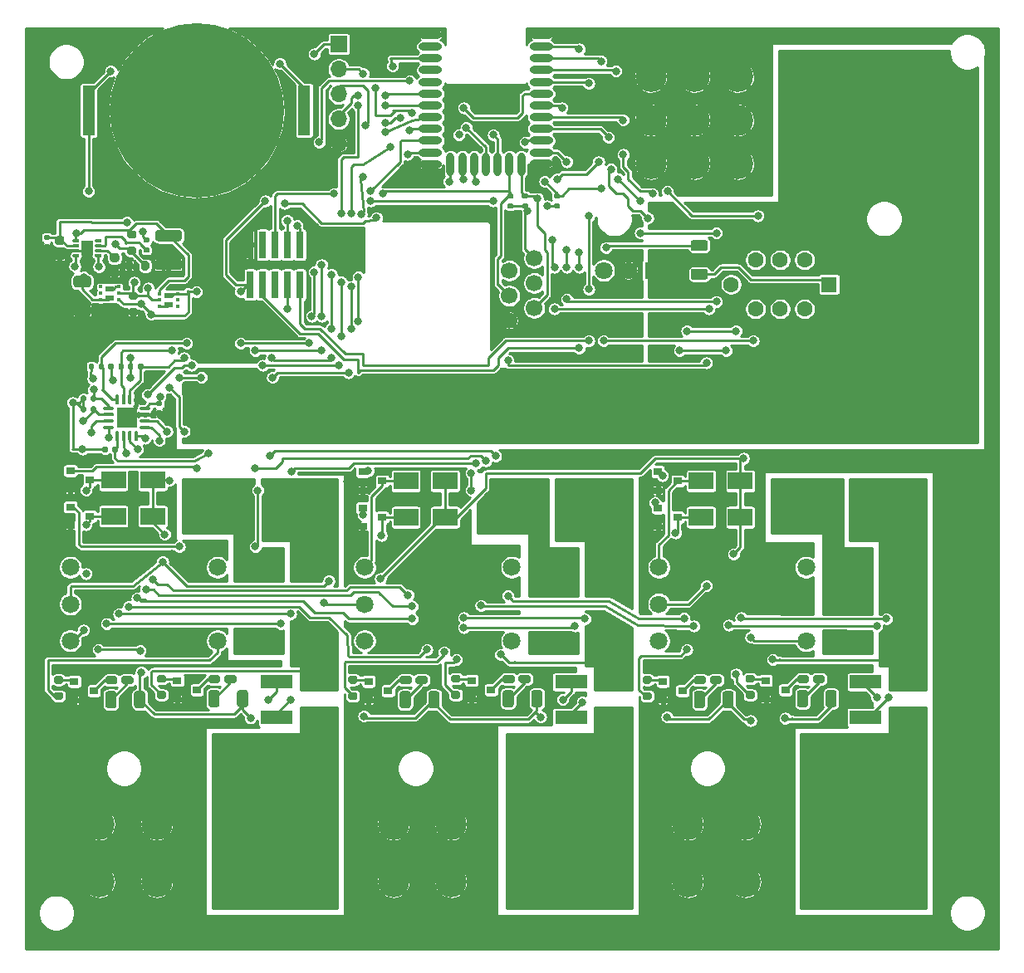
<source format=gbr>
%TF.GenerationSoftware,KiCad,Pcbnew,(5.1.9-0-10_14)*%
%TF.CreationDate,2021-05-27T00:43:31-07:00*%
%TF.ProjectId,tp_radio_board,74705f72-6164-4696-9f5f-626f6172642e,rev?*%
%TF.SameCoordinates,Original*%
%TF.FileFunction,Copper,L1,Top*%
%TF.FilePolarity,Positive*%
%FSLAX46Y46*%
G04 Gerber Fmt 4.6, Leading zero omitted, Abs format (unit mm)*
G04 Created by KiCad (PCBNEW (5.1.9-0-10_14)) date 2021-05-27 00:43:31*
%MOMM*%
%LPD*%
G01*
G04 APERTURE LIST*
%TA.AperFunction,SMDPad,CuDef*%
%ADD10O,2.400000X0.800000*%
%TD*%
%TA.AperFunction,SMDPad,CuDef*%
%ADD11O,0.800000X2.400000*%
%TD*%
%TA.AperFunction,ComponentPad*%
%ADD12O,1.700000X1.700000*%
%TD*%
%TA.AperFunction,ComponentPad*%
%ADD13R,1.700000X1.700000*%
%TD*%
%TA.AperFunction,SMDPad,CuDef*%
%ADD14R,0.762000X2.794000*%
%TD*%
%TA.AperFunction,ComponentPad*%
%ADD15C,1.808000*%
%TD*%
%TA.AperFunction,SMDPad,CuDef*%
%ADD16R,0.900000X0.800000*%
%TD*%
%TA.AperFunction,ComponentPad*%
%ADD17C,3.200000*%
%TD*%
%TA.AperFunction,ComponentPad*%
%ADD18C,1.700000*%
%TD*%
%TA.AperFunction,ComponentPad*%
%ADD19C,2.780000*%
%TD*%
%TA.AperFunction,SMDPad,CuDef*%
%ADD20R,0.950000X0.613000*%
%TD*%
%TA.AperFunction,SMDPad,CuDef*%
%ADD21R,0.325000X0.300000*%
%TD*%
%TA.AperFunction,ComponentPad*%
%ADD22C,0.500000*%
%TD*%
%TA.AperFunction,SMDPad,CuDef*%
%ADD23R,1.200000X1.500000*%
%TD*%
%TA.AperFunction,ComponentPad*%
%ADD24R,1.800000X1.800000*%
%TD*%
%TA.AperFunction,ComponentPad*%
%ADD25C,1.800000*%
%TD*%
%TA.AperFunction,SMDPad,CuDef*%
%ADD26R,3.300000X1.400000*%
%TD*%
%TA.AperFunction,SMDPad,CuDef*%
%ADD27R,2.500000X1.800000*%
%TD*%
%TA.AperFunction,SMDPad,CuDef*%
%ADD28R,1.270000X5.080000*%
%TD*%
%TA.AperFunction,SMDPad,CuDef*%
%ADD29C,17.800000*%
%TD*%
%TA.AperFunction,SMDPad,CuDef*%
%ADD30R,2.100000X2.100000*%
%TD*%
%TA.AperFunction,ComponentPad*%
%ADD31C,1.600000*%
%TD*%
%TA.AperFunction,ComponentPad*%
%ADD32R,1.600000X1.600000*%
%TD*%
%TA.AperFunction,ViaPad*%
%ADD33C,0.800000*%
%TD*%
%TA.AperFunction,Conductor*%
%ADD34C,0.250000*%
%TD*%
%TA.AperFunction,Conductor*%
%ADD35C,0.100000*%
%TD*%
G04 APERTURE END LIST*
D10*
%TO.P,U1,1*%
%TO.N,GND*%
X63850000Y-95550000D03*
%TO.P,U1,2*%
%TO.N,Net-(U1-Pad2)*%
X63850000Y-96750000D03*
%TO.P,U1,3*%
%TO.N,/INA3221_PV*%
X63850000Y-97950000D03*
%TO.P,U1,4*%
%TO.N,Net-(U1-Pad4)*%
X63850000Y-99150000D03*
%TO.P,U1,5*%
%TO.N,Net-(U1-Pad5)*%
X63850000Y-100350000D03*
%TO.P,U1,6*%
%TO.N,/INDICATOR3*%
X63850000Y-101550000D03*
%TO.P,U1,7*%
%TO.N,/INA3221_CRITICAL*%
X63850000Y-102750000D03*
%TO.P,U1,8*%
%TO.N,/SWCLK*%
X63850000Y-103950000D03*
%TO.P,U1,9*%
%TO.N,/SWDIO*%
X63850000Y-105150000D03*
%TO.P,U1,10*%
%TO.N,/SWO*%
X63850000Y-106350000D03*
%TO.P,U1,11*%
%TO.N,/INA3221_WARNING*%
X63850000Y-107550000D03*
%TO.P,U1,12*%
%TO.N,GND*%
X63850000Y-108750000D03*
D11*
%TO.P,U1,13*%
%TO.N,+3V3*%
X65900000Y-108750000D03*
%TO.P,U1,14*%
%TO.N,/INA3221_TC*%
X67100000Y-108750000D03*
%TO.P,U1,15*%
%TO.N,/Button1_LED*%
X68300000Y-108750000D03*
%TO.P,U1,16*%
%TO.N,/INDICATOR1*%
X69500000Y-108750000D03*
%TO.P,U1,17*%
%TO.N,/INDICATOR2*%
X70700000Y-108750000D03*
%TO.P,U1,18*%
%TO.N,/SCL*%
X71900000Y-108750000D03*
%TO.P,U1,19*%
%TO.N,/SDA*%
X73100000Y-108750000D03*
D10*
%TO.P,U1,20*%
%TO.N,GND*%
X75150000Y-108650000D03*
%TO.P,U1,21*%
%TO.N,/Relay1_UNSET*%
X75150000Y-107550000D03*
%TO.P,U1,22*%
%TO.N,/Relay2_SET*%
X75150000Y-106350000D03*
%TO.P,U1,23*%
%TO.N,/Relay2_UNSET*%
X75150000Y-105150000D03*
%TO.P,U1,24*%
%TO.N,/Relay3_UNSET*%
X75150000Y-103950000D03*
%TO.P,U1,25*%
%TO.N,/Button1*%
X75150000Y-102750000D03*
%TO.P,U1,26*%
%TO.N,/PTI_DATA*%
X75150000Y-101550000D03*
%TO.P,U1,27*%
%TO.N,/PTI_FRAME*%
X75150000Y-100350000D03*
%TO.P,U1,28*%
%TO.N,/Relay3_SET*%
X75150000Y-99150000D03*
%TO.P,U1,29*%
%TO.N,/Relay1_SET*%
X75150000Y-97950000D03*
%TO.P,U1,30*%
%TO.N,/RESETn*%
X75150000Y-96750000D03*
%TO.P,U1,31*%
%TO.N,GND*%
X75150000Y-95550000D03*
%TD*%
D12*
%TO.P,J11,5*%
%TO.N,GND*%
X54500000Y-106660000D03*
%TO.P,J11,4*%
%TO.N,/INDICATOR3*%
X54500000Y-104120000D03*
%TO.P,J11,3*%
%TO.N,/INDICATOR2*%
X54500000Y-101580000D03*
%TO.P,J11,2*%
%TO.N,/INDICATOR1*%
X54500000Y-99040000D03*
D13*
%TO.P,J11,1*%
%TO.N,+3V3*%
X54500000Y-96500000D03*
%TD*%
D14*
%TO.P,J1,1*%
%TO.N,+3V3*%
X45460000Y-121032000D03*
%TO.P,J1,2*%
%TO.N,GND*%
X45460000Y-116968000D03*
%TO.P,J1,3*%
%TO.N,/RESETn*%
X46730000Y-121032000D03*
%TO.P,J1,4*%
%TO.N,Net-(J1-Pad4)*%
X46730000Y-116968000D03*
%TO.P,J1,5*%
%TO.N,Net-(J1-Pad5)*%
X48000000Y-121032000D03*
%TO.P,J1,6*%
%TO.N,/SWO*%
X48000000Y-116968000D03*
%TO.P,J1,7*%
%TO.N,/SWDIO*%
X49270000Y-121032000D03*
%TO.P,J1,8*%
%TO.N,/SWCLK*%
X49270000Y-116968000D03*
%TO.P,J1,9*%
%TO.N,/PTI_FRAME*%
X50540000Y-121032000D03*
%TO.P,J1,10*%
%TO.N,/PTI_DATA*%
X50540000Y-116968000D03*
%TD*%
D15*
%TO.P,K2,1*%
%TO.N,Net-(D2-Pad2)*%
X57140008Y-157350000D03*
%TO.P,K2,2*%
%TO.N,/Relay2_NC*%
X72140008Y-157350000D03*
%TO.P,K2,3*%
%TO.N,/Relay2_C*%
X77140008Y-157350000D03*
%TO.P,K2,4*%
%TO.N,/Relay2_NO*%
X82140008Y-157350000D03*
X82140008Y-149850000D03*
%TO.P,K2,3*%
%TO.N,/Relay2_C*%
X77140008Y-149850000D03*
%TO.P,K2,2*%
%TO.N,/Relay2_NC*%
X72140008Y-149850000D03*
%TO.P,K2,8*%
%TO.N,Net-(D5-Pad2)*%
X57140008Y-149850000D03*
%TO.P,K2,9*%
%TO.N,+5V*%
X57140008Y-153600000D03*
%TD*%
%TO.P,K3,1*%
%TO.N,Net-(D3-Pad2)*%
X87140008Y-157350000D03*
%TO.P,K3,2*%
%TO.N,/Relay3_NC*%
X102140008Y-157350000D03*
%TO.P,K3,3*%
%TO.N,/Relay3_C*%
X107140008Y-157350000D03*
%TO.P,K3,4*%
%TO.N,/Relay3_NO*%
X112140008Y-157350000D03*
X112140008Y-149850000D03*
%TO.P,K3,3*%
%TO.N,/Relay3_C*%
X107140008Y-149850000D03*
%TO.P,K3,2*%
%TO.N,/Relay3_NC*%
X102140008Y-149850000D03*
%TO.P,K3,8*%
%TO.N,Net-(D6-Pad2)*%
X87140008Y-149850000D03*
%TO.P,K3,9*%
%TO.N,+5V*%
X87140008Y-153600000D03*
%TD*%
%TO.P,K1,1*%
%TO.N,Net-(D1-Pad2)*%
X27140008Y-157350000D03*
%TO.P,K1,2*%
%TO.N,/Relay1_NC*%
X42140008Y-157350000D03*
%TO.P,K1,3*%
%TO.N,/Relay1_C*%
X47140008Y-157350000D03*
%TO.P,K1,4*%
%TO.N,/Relay1_NO*%
X52140008Y-157350000D03*
X52140008Y-149850000D03*
%TO.P,K1,3*%
%TO.N,/Relay1_C*%
X47140008Y-149850000D03*
%TO.P,K1,2*%
%TO.N,/Relay1_NC*%
X42140008Y-149850000D03*
%TO.P,K1,8*%
%TO.N,Net-(D4-Pad2)*%
X27140008Y-149850000D03*
%TO.P,K1,9*%
%TO.N,+5V*%
X27140008Y-153600000D03*
%TD*%
%TO.P,D12,2*%
%TO.N,Net-(D12-Pad2)*%
%TA.AperFunction,SMDPad,CuDef*%
G36*
G01*
X102840000Y-161462500D02*
X102840000Y-161037500D01*
G75*
G02*
X103052500Y-160825000I212500J0D01*
G01*
X103852500Y-160825000D01*
G75*
G02*
X104065000Y-161037500I0J-212500D01*
G01*
X104065000Y-161462500D01*
G75*
G02*
X103852500Y-161675000I-212500J0D01*
G01*
X103052500Y-161675000D01*
G75*
G02*
X102840000Y-161462500I0J212500D01*
G01*
G37*
%TD.AperFunction*%
%TO.P,D12,1*%
%TO.N,Net-(D12-Pad1)*%
%TA.AperFunction,SMDPad,CuDef*%
G36*
G01*
X101215000Y-161462500D02*
X101215000Y-161037500D01*
G75*
G02*
X101427500Y-160825000I212500J0D01*
G01*
X102227500Y-160825000D01*
G75*
G02*
X102440000Y-161037500I0J-212500D01*
G01*
X102440000Y-161462500D01*
G75*
G02*
X102227500Y-161675000I-212500J0D01*
G01*
X101427500Y-161675000D01*
G75*
G02*
X101215000Y-161462500I0J212500D01*
G01*
G37*
%TD.AperFunction*%
%TD*%
%TO.P,D11,2*%
%TO.N,Net-(D11-Pad2)*%
%TA.AperFunction,SMDPad,CuDef*%
G36*
G01*
X72840000Y-161462500D02*
X72840000Y-161037500D01*
G75*
G02*
X73052500Y-160825000I212500J0D01*
G01*
X73852500Y-160825000D01*
G75*
G02*
X74065000Y-161037500I0J-212500D01*
G01*
X74065000Y-161462500D01*
G75*
G02*
X73852500Y-161675000I-212500J0D01*
G01*
X73052500Y-161675000D01*
G75*
G02*
X72840000Y-161462500I0J212500D01*
G01*
G37*
%TD.AperFunction*%
%TO.P,D11,1*%
%TO.N,Net-(D11-Pad1)*%
%TA.AperFunction,SMDPad,CuDef*%
G36*
G01*
X71215000Y-161462500D02*
X71215000Y-161037500D01*
G75*
G02*
X71427500Y-160825000I212500J0D01*
G01*
X72227500Y-160825000D01*
G75*
G02*
X72440000Y-161037500I0J-212500D01*
G01*
X72440000Y-161462500D01*
G75*
G02*
X72227500Y-161675000I-212500J0D01*
G01*
X71427500Y-161675000D01*
G75*
G02*
X71215000Y-161462500I0J212500D01*
G01*
G37*
%TD.AperFunction*%
%TD*%
%TO.P,D10,2*%
%TO.N,Net-(D10-Pad2)*%
%TA.AperFunction,SMDPad,CuDef*%
G36*
G01*
X42840000Y-161462500D02*
X42840000Y-161037500D01*
G75*
G02*
X43052500Y-160825000I212500J0D01*
G01*
X43852500Y-160825000D01*
G75*
G02*
X44065000Y-161037500I0J-212500D01*
G01*
X44065000Y-161462500D01*
G75*
G02*
X43852500Y-161675000I-212500J0D01*
G01*
X43052500Y-161675000D01*
G75*
G02*
X42840000Y-161462500I0J212500D01*
G01*
G37*
%TD.AperFunction*%
%TO.P,D10,1*%
%TO.N,Net-(D10-Pad1)*%
%TA.AperFunction,SMDPad,CuDef*%
G36*
G01*
X41215000Y-161462500D02*
X41215000Y-161037500D01*
G75*
G02*
X41427500Y-160825000I212500J0D01*
G01*
X42227500Y-160825000D01*
G75*
G02*
X42440000Y-161037500I0J-212500D01*
G01*
X42440000Y-161462500D01*
G75*
G02*
X42227500Y-161675000I-212500J0D01*
G01*
X41427500Y-161675000D01*
G75*
G02*
X41215000Y-161462500I0J212500D01*
G01*
G37*
%TD.AperFunction*%
%TD*%
%TO.P,R24,2*%
%TO.N,Net-(D10-Pad2)*%
%TA.AperFunction,SMDPad,CuDef*%
G36*
G01*
X42340000Y-162624997D02*
X42340000Y-163875003D01*
G75*
G02*
X42090003Y-164125000I-249997J0D01*
G01*
X41464997Y-164125000D01*
G75*
G02*
X41215000Y-163875003I0J249997D01*
G01*
X41215000Y-162624997D01*
G75*
G02*
X41464997Y-162375000I249997J0D01*
G01*
X42090003Y-162375000D01*
G75*
G02*
X42340000Y-162624997I0J-249997D01*
G01*
G37*
%TD.AperFunction*%
%TO.P,R24,1*%
%TO.N,+3V3*%
%TA.AperFunction,SMDPad,CuDef*%
G36*
G01*
X45265000Y-162624997D02*
X45265000Y-163875003D01*
G75*
G02*
X45015003Y-164125000I-249997J0D01*
G01*
X44389997Y-164125000D01*
G75*
G02*
X44140000Y-163875003I0J249997D01*
G01*
X44140000Y-162624997D01*
G75*
G02*
X44389997Y-162375000I249997J0D01*
G01*
X45015003Y-162375000D01*
G75*
G02*
X45265000Y-162624997I0J-249997D01*
G01*
G37*
%TD.AperFunction*%
%TD*%
%TO.P,R26,2*%
%TO.N,Net-(D12-Pad2)*%
%TA.AperFunction,SMDPad,CuDef*%
G36*
G01*
X102340000Y-162624997D02*
X102340000Y-163875003D01*
G75*
G02*
X102090003Y-164125000I-249997J0D01*
G01*
X101464997Y-164125000D01*
G75*
G02*
X101215000Y-163875003I0J249997D01*
G01*
X101215000Y-162624997D01*
G75*
G02*
X101464997Y-162375000I249997J0D01*
G01*
X102090003Y-162375000D01*
G75*
G02*
X102340000Y-162624997I0J-249997D01*
G01*
G37*
%TD.AperFunction*%
%TO.P,R26,1*%
%TO.N,+3V3*%
%TA.AperFunction,SMDPad,CuDef*%
G36*
G01*
X105265000Y-162624997D02*
X105265000Y-163875003D01*
G75*
G02*
X105015003Y-164125000I-249997J0D01*
G01*
X104389997Y-164125000D01*
G75*
G02*
X104140000Y-163875003I0J249997D01*
G01*
X104140000Y-162624997D01*
G75*
G02*
X104389997Y-162375000I249997J0D01*
G01*
X105015003Y-162375000D01*
G75*
G02*
X105265000Y-162624997I0J-249997D01*
G01*
G37*
%TD.AperFunction*%
%TD*%
%TO.P,R25,2*%
%TO.N,Net-(D11-Pad2)*%
%TA.AperFunction,SMDPad,CuDef*%
G36*
G01*
X72340000Y-162624997D02*
X72340000Y-163875003D01*
G75*
G02*
X72090003Y-164125000I-249997J0D01*
G01*
X71464997Y-164125000D01*
G75*
G02*
X71215000Y-163875003I0J249997D01*
G01*
X71215000Y-162624997D01*
G75*
G02*
X71464997Y-162375000I249997J0D01*
G01*
X72090003Y-162375000D01*
G75*
G02*
X72340000Y-162624997I0J-249997D01*
G01*
G37*
%TD.AperFunction*%
%TO.P,R25,1*%
%TO.N,+3V3*%
%TA.AperFunction,SMDPad,CuDef*%
G36*
G01*
X75265000Y-162624997D02*
X75265000Y-163875003D01*
G75*
G02*
X75015003Y-164125000I-249997J0D01*
G01*
X74389997Y-164125000D01*
G75*
G02*
X74140000Y-163875003I0J249997D01*
G01*
X74140000Y-162624997D01*
G75*
G02*
X74389997Y-162375000I249997J0D01*
G01*
X75015003Y-162375000D01*
G75*
G02*
X75265000Y-162624997I0J-249997D01*
G01*
G37*
%TD.AperFunction*%
%TD*%
%TO.P,R21,2*%
%TO.N,Net-(Q10-Pad1)*%
%TA.AperFunction,SMDPad,CuDef*%
G36*
G01*
X36715000Y-161625000D02*
X36165000Y-161625000D01*
G75*
G02*
X35965000Y-161425000I0J200000D01*
G01*
X35965000Y-161025000D01*
G75*
G02*
X36165000Y-160825000I200000J0D01*
G01*
X36715000Y-160825000D01*
G75*
G02*
X36915000Y-161025000I0J-200000D01*
G01*
X36915000Y-161425000D01*
G75*
G02*
X36715000Y-161625000I-200000J0D01*
G01*
G37*
%TD.AperFunction*%
%TO.P,R21,1*%
%TO.N,/Relay1_NO*%
%TA.AperFunction,SMDPad,CuDef*%
G36*
G01*
X36715000Y-163275000D02*
X36165000Y-163275000D01*
G75*
G02*
X35965000Y-163075000I0J200000D01*
G01*
X35965000Y-162675000D01*
G75*
G02*
X36165000Y-162475000I200000J0D01*
G01*
X36715000Y-162475000D01*
G75*
G02*
X36915000Y-162675000I0J-200000D01*
G01*
X36915000Y-163075000D01*
G75*
G02*
X36715000Y-163275000I-200000J0D01*
G01*
G37*
%TD.AperFunction*%
%TD*%
%TO.P,R23,2*%
%TO.N,Net-(Q12-Pad1)*%
%TA.AperFunction,SMDPad,CuDef*%
G36*
G01*
X96715000Y-161625000D02*
X96165000Y-161625000D01*
G75*
G02*
X95965000Y-161425000I0J200000D01*
G01*
X95965000Y-161025000D01*
G75*
G02*
X96165000Y-160825000I200000J0D01*
G01*
X96715000Y-160825000D01*
G75*
G02*
X96915000Y-161025000I0J-200000D01*
G01*
X96915000Y-161425000D01*
G75*
G02*
X96715000Y-161625000I-200000J0D01*
G01*
G37*
%TD.AperFunction*%
%TO.P,R23,1*%
%TO.N,/Relay3_NO*%
%TA.AperFunction,SMDPad,CuDef*%
G36*
G01*
X96715000Y-163275000D02*
X96165000Y-163275000D01*
G75*
G02*
X95965000Y-163075000I0J200000D01*
G01*
X95965000Y-162675000D01*
G75*
G02*
X96165000Y-162475000I200000J0D01*
G01*
X96715000Y-162475000D01*
G75*
G02*
X96915000Y-162675000I0J-200000D01*
G01*
X96915000Y-163075000D01*
G75*
G02*
X96715000Y-163275000I-200000J0D01*
G01*
G37*
%TD.AperFunction*%
%TD*%
%TO.P,R22,2*%
%TO.N,Net-(Q11-Pad1)*%
%TA.AperFunction,SMDPad,CuDef*%
G36*
G01*
X66715000Y-161625000D02*
X66165000Y-161625000D01*
G75*
G02*
X65965000Y-161425000I0J200000D01*
G01*
X65965000Y-161025000D01*
G75*
G02*
X66165000Y-160825000I200000J0D01*
G01*
X66715000Y-160825000D01*
G75*
G02*
X66915000Y-161025000I0J-200000D01*
G01*
X66915000Y-161425000D01*
G75*
G02*
X66715000Y-161625000I-200000J0D01*
G01*
G37*
%TD.AperFunction*%
%TO.P,R22,1*%
%TO.N,/Relay2_NO*%
%TA.AperFunction,SMDPad,CuDef*%
G36*
G01*
X66715000Y-163275000D02*
X66165000Y-163275000D01*
G75*
G02*
X65965000Y-163075000I0J200000D01*
G01*
X65965000Y-162675000D01*
G75*
G02*
X66165000Y-162475000I200000J0D01*
G01*
X66715000Y-162475000D01*
G75*
G02*
X66915000Y-162675000I0J-200000D01*
G01*
X66915000Y-163075000D01*
G75*
G02*
X66715000Y-163275000I-200000J0D01*
G01*
G37*
%TD.AperFunction*%
%TD*%
%TO.P,R16,2*%
%TO.N,Net-(D7-Pad2)*%
%TA.AperFunction,SMDPad,CuDef*%
G36*
G01*
X31840000Y-162724997D02*
X31840000Y-163975003D01*
G75*
G02*
X31590003Y-164225000I-249997J0D01*
G01*
X30964997Y-164225000D01*
G75*
G02*
X30715000Y-163975003I0J249997D01*
G01*
X30715000Y-162724997D01*
G75*
G02*
X30964997Y-162475000I249997J0D01*
G01*
X31590003Y-162475000D01*
G75*
G02*
X31840000Y-162724997I0J-249997D01*
G01*
G37*
%TD.AperFunction*%
%TO.P,R16,1*%
%TO.N,+3V3*%
%TA.AperFunction,SMDPad,CuDef*%
G36*
G01*
X34765000Y-162724997D02*
X34765000Y-163975003D01*
G75*
G02*
X34515003Y-164225000I-249997J0D01*
G01*
X33889997Y-164225000D01*
G75*
G02*
X33640000Y-163975003I0J249997D01*
G01*
X33640000Y-162724997D01*
G75*
G02*
X33889997Y-162475000I249997J0D01*
G01*
X34515003Y-162475000D01*
G75*
G02*
X34765000Y-162724997I0J-249997D01*
G01*
G37*
%TD.AperFunction*%
%TD*%
%TO.P,R18,2*%
%TO.N,Net-(D9-Pad2)*%
%TA.AperFunction,SMDPad,CuDef*%
G36*
G01*
X91840000Y-162724997D02*
X91840000Y-163975003D01*
G75*
G02*
X91590003Y-164225000I-249997J0D01*
G01*
X90964997Y-164225000D01*
G75*
G02*
X90715000Y-163975003I0J249997D01*
G01*
X90715000Y-162724997D01*
G75*
G02*
X90964997Y-162475000I249997J0D01*
G01*
X91590003Y-162475000D01*
G75*
G02*
X91840000Y-162724997I0J-249997D01*
G01*
G37*
%TD.AperFunction*%
%TO.P,R18,1*%
%TO.N,+3V3*%
%TA.AperFunction,SMDPad,CuDef*%
G36*
G01*
X94765000Y-162724997D02*
X94765000Y-163975003D01*
G75*
G02*
X94515003Y-164225000I-249997J0D01*
G01*
X93889997Y-164225000D01*
G75*
G02*
X93640000Y-163975003I0J249997D01*
G01*
X93640000Y-162724997D01*
G75*
G02*
X93889997Y-162475000I249997J0D01*
G01*
X94515003Y-162475000D01*
G75*
G02*
X94765000Y-162724997I0J-249997D01*
G01*
G37*
%TD.AperFunction*%
%TD*%
%TO.P,R17,2*%
%TO.N,Net-(D8-Pad2)*%
%TA.AperFunction,SMDPad,CuDef*%
G36*
G01*
X61840000Y-162724997D02*
X61840000Y-163975003D01*
G75*
G02*
X61590003Y-164225000I-249997J0D01*
G01*
X60964997Y-164225000D01*
G75*
G02*
X60715000Y-163975003I0J249997D01*
G01*
X60715000Y-162724997D01*
G75*
G02*
X60964997Y-162475000I249997J0D01*
G01*
X61590003Y-162475000D01*
G75*
G02*
X61840000Y-162724997I0J-249997D01*
G01*
G37*
%TD.AperFunction*%
%TO.P,R17,1*%
%TO.N,+3V3*%
%TA.AperFunction,SMDPad,CuDef*%
G36*
G01*
X64765000Y-162724997D02*
X64765000Y-163975003D01*
G75*
G02*
X64515003Y-164225000I-249997J0D01*
G01*
X63889997Y-164225000D01*
G75*
G02*
X63640000Y-163975003I0J249997D01*
G01*
X63640000Y-162724997D01*
G75*
G02*
X63889997Y-162475000I249997J0D01*
G01*
X64515003Y-162475000D01*
G75*
G02*
X64765000Y-162724997I0J-249997D01*
G01*
G37*
%TD.AperFunction*%
%TD*%
%TO.P,R13,2*%
%TO.N,Net-(Q7-Pad1)*%
%TA.AperFunction,SMDPad,CuDef*%
G36*
G01*
X26215000Y-161725000D02*
X25665000Y-161725000D01*
G75*
G02*
X25465000Y-161525000I0J200000D01*
G01*
X25465000Y-161125000D01*
G75*
G02*
X25665000Y-160925000I200000J0D01*
G01*
X26215000Y-160925000D01*
G75*
G02*
X26415000Y-161125000I0J-200000D01*
G01*
X26415000Y-161525000D01*
G75*
G02*
X26215000Y-161725000I-200000J0D01*
G01*
G37*
%TD.AperFunction*%
%TO.P,R13,1*%
%TO.N,/Relay1_NC*%
%TA.AperFunction,SMDPad,CuDef*%
G36*
G01*
X26215000Y-163375000D02*
X25665000Y-163375000D01*
G75*
G02*
X25465000Y-163175000I0J200000D01*
G01*
X25465000Y-162775000D01*
G75*
G02*
X25665000Y-162575000I200000J0D01*
G01*
X26215000Y-162575000D01*
G75*
G02*
X26415000Y-162775000I0J-200000D01*
G01*
X26415000Y-163175000D01*
G75*
G02*
X26215000Y-163375000I-200000J0D01*
G01*
G37*
%TD.AperFunction*%
%TD*%
%TO.P,R15,2*%
%TO.N,Net-(Q9-Pad1)*%
%TA.AperFunction,SMDPad,CuDef*%
G36*
G01*
X86215000Y-161725000D02*
X85665000Y-161725000D01*
G75*
G02*
X85465000Y-161525000I0J200000D01*
G01*
X85465000Y-161125000D01*
G75*
G02*
X85665000Y-160925000I200000J0D01*
G01*
X86215000Y-160925000D01*
G75*
G02*
X86415000Y-161125000I0J-200000D01*
G01*
X86415000Y-161525000D01*
G75*
G02*
X86215000Y-161725000I-200000J0D01*
G01*
G37*
%TD.AperFunction*%
%TO.P,R15,1*%
%TO.N,/Relay3_NC*%
%TA.AperFunction,SMDPad,CuDef*%
G36*
G01*
X86215000Y-163375000D02*
X85665000Y-163375000D01*
G75*
G02*
X85465000Y-163175000I0J200000D01*
G01*
X85465000Y-162775000D01*
G75*
G02*
X85665000Y-162575000I200000J0D01*
G01*
X86215000Y-162575000D01*
G75*
G02*
X86415000Y-162775000I0J-200000D01*
G01*
X86415000Y-163175000D01*
G75*
G02*
X86215000Y-163375000I-200000J0D01*
G01*
G37*
%TD.AperFunction*%
%TD*%
%TO.P,R14,2*%
%TO.N,Net-(Q8-Pad1)*%
%TA.AperFunction,SMDPad,CuDef*%
G36*
G01*
X56215000Y-161725000D02*
X55665000Y-161725000D01*
G75*
G02*
X55465000Y-161525000I0J200000D01*
G01*
X55465000Y-161125000D01*
G75*
G02*
X55665000Y-160925000I200000J0D01*
G01*
X56215000Y-160925000D01*
G75*
G02*
X56415000Y-161125000I0J-200000D01*
G01*
X56415000Y-161525000D01*
G75*
G02*
X56215000Y-161725000I-200000J0D01*
G01*
G37*
%TD.AperFunction*%
%TO.P,R14,1*%
%TO.N,/Relay2_NC*%
%TA.AperFunction,SMDPad,CuDef*%
G36*
G01*
X56215000Y-163375000D02*
X55665000Y-163375000D01*
G75*
G02*
X55465000Y-163175000I0J200000D01*
G01*
X55465000Y-162775000D01*
G75*
G02*
X55665000Y-162575000I200000J0D01*
G01*
X56215000Y-162575000D01*
G75*
G02*
X56415000Y-162775000I0J-200000D01*
G01*
X56415000Y-163175000D01*
G75*
G02*
X56215000Y-163375000I-200000J0D01*
G01*
G37*
%TD.AperFunction*%
%TD*%
D16*
%TO.P,Q10,3*%
%TO.N,Net-(D10-Pad1)*%
X40040000Y-162350000D03*
%TO.P,Q10,2*%
%TO.N,GND*%
X38040000Y-163300000D03*
%TO.P,Q10,1*%
%TO.N,Net-(Q10-Pad1)*%
X38040000Y-161400000D03*
%TD*%
%TO.P,Q12,3*%
%TO.N,Net-(D12-Pad1)*%
X100040000Y-162350000D03*
%TO.P,Q12,2*%
%TO.N,GND*%
X98040000Y-163300000D03*
%TO.P,Q12,1*%
%TO.N,Net-(Q12-Pad1)*%
X98040000Y-161400000D03*
%TD*%
%TO.P,Q11,3*%
%TO.N,Net-(D11-Pad1)*%
X70040000Y-162350000D03*
%TO.P,Q11,2*%
%TO.N,GND*%
X68040000Y-163300000D03*
%TO.P,Q11,1*%
%TO.N,Net-(Q11-Pad1)*%
X68040000Y-161400000D03*
%TD*%
%TO.P,Q7,3*%
%TO.N,Net-(D7-Pad1)*%
X29540000Y-162450000D03*
%TO.P,Q7,2*%
%TO.N,GND*%
X27540000Y-163400000D03*
%TO.P,Q7,1*%
%TO.N,Net-(Q7-Pad1)*%
X27540000Y-161500000D03*
%TD*%
%TO.P,Q9,3*%
%TO.N,Net-(D9-Pad1)*%
X89540000Y-162450000D03*
%TO.P,Q9,2*%
%TO.N,GND*%
X87540000Y-163400000D03*
%TO.P,Q9,1*%
%TO.N,Net-(Q9-Pad1)*%
X87540000Y-161500000D03*
%TD*%
%TO.P,Q8,3*%
%TO.N,Net-(D8-Pad1)*%
X59540000Y-162450000D03*
%TO.P,Q8,2*%
%TO.N,GND*%
X57540000Y-163400000D03*
%TO.P,Q8,1*%
%TO.N,Net-(Q8-Pad1)*%
X57540000Y-161500000D03*
%TD*%
%TO.P,D7,2*%
%TO.N,Net-(D7-Pad2)*%
%TA.AperFunction,SMDPad,CuDef*%
G36*
G01*
X32340000Y-161562500D02*
X32340000Y-161137500D01*
G75*
G02*
X32552500Y-160925000I212500J0D01*
G01*
X33352500Y-160925000D01*
G75*
G02*
X33565000Y-161137500I0J-212500D01*
G01*
X33565000Y-161562500D01*
G75*
G02*
X33352500Y-161775000I-212500J0D01*
G01*
X32552500Y-161775000D01*
G75*
G02*
X32340000Y-161562500I0J212500D01*
G01*
G37*
%TD.AperFunction*%
%TO.P,D7,1*%
%TO.N,Net-(D7-Pad1)*%
%TA.AperFunction,SMDPad,CuDef*%
G36*
G01*
X30715000Y-161562500D02*
X30715000Y-161137500D01*
G75*
G02*
X30927500Y-160925000I212500J0D01*
G01*
X31727500Y-160925000D01*
G75*
G02*
X31940000Y-161137500I0J-212500D01*
G01*
X31940000Y-161562500D01*
G75*
G02*
X31727500Y-161775000I-212500J0D01*
G01*
X30927500Y-161775000D01*
G75*
G02*
X30715000Y-161562500I0J212500D01*
G01*
G37*
%TD.AperFunction*%
%TD*%
%TO.P,D9,2*%
%TO.N,Net-(D9-Pad2)*%
%TA.AperFunction,SMDPad,CuDef*%
G36*
G01*
X92340000Y-161562500D02*
X92340000Y-161137500D01*
G75*
G02*
X92552500Y-160925000I212500J0D01*
G01*
X93352500Y-160925000D01*
G75*
G02*
X93565000Y-161137500I0J-212500D01*
G01*
X93565000Y-161562500D01*
G75*
G02*
X93352500Y-161775000I-212500J0D01*
G01*
X92552500Y-161775000D01*
G75*
G02*
X92340000Y-161562500I0J212500D01*
G01*
G37*
%TD.AperFunction*%
%TO.P,D9,1*%
%TO.N,Net-(D9-Pad1)*%
%TA.AperFunction,SMDPad,CuDef*%
G36*
G01*
X90715000Y-161562500D02*
X90715000Y-161137500D01*
G75*
G02*
X90927500Y-160925000I212500J0D01*
G01*
X91727500Y-160925000D01*
G75*
G02*
X91940000Y-161137500I0J-212500D01*
G01*
X91940000Y-161562500D01*
G75*
G02*
X91727500Y-161775000I-212500J0D01*
G01*
X90927500Y-161775000D01*
G75*
G02*
X90715000Y-161562500I0J212500D01*
G01*
G37*
%TD.AperFunction*%
%TD*%
%TO.P,D8,2*%
%TO.N,Net-(D8-Pad2)*%
%TA.AperFunction,SMDPad,CuDef*%
G36*
G01*
X62340000Y-161562500D02*
X62340000Y-161137500D01*
G75*
G02*
X62552500Y-160925000I212500J0D01*
G01*
X63352500Y-160925000D01*
G75*
G02*
X63565000Y-161137500I0J-212500D01*
G01*
X63565000Y-161562500D01*
G75*
G02*
X63352500Y-161775000I-212500J0D01*
G01*
X62552500Y-161775000D01*
G75*
G02*
X62340000Y-161562500I0J212500D01*
G01*
G37*
%TD.AperFunction*%
%TO.P,D8,1*%
%TO.N,Net-(D8-Pad1)*%
%TA.AperFunction,SMDPad,CuDef*%
G36*
G01*
X60715000Y-161562500D02*
X60715000Y-161137500D01*
G75*
G02*
X60927500Y-160925000I212500J0D01*
G01*
X61727500Y-160925000D01*
G75*
G02*
X61940000Y-161137500I0J-212500D01*
G01*
X61940000Y-161562500D01*
G75*
G02*
X61727500Y-161775000I-212500J0D01*
G01*
X60927500Y-161775000D01*
G75*
G02*
X60715000Y-161562500I0J212500D01*
G01*
G37*
%TD.AperFunction*%
%TD*%
D17*
%TO.P,J10,1*%
%TO.N,GND*%
X90750000Y-104250000D03*
X90750000Y-108685000D03*
X95185000Y-104250000D03*
X90750000Y-99815000D03*
X86315000Y-104250000D03*
X86315000Y-108685000D03*
X86315000Y-99815000D03*
X95185000Y-99815000D03*
X95185000Y-108685000D03*
%TD*%
%TO.P,J8,1*%
%TO.N,+12V*%
X107250000Y-104250000D03*
X107250000Y-108685000D03*
X111685000Y-104250000D03*
X107250000Y-99815000D03*
X102815000Y-104250000D03*
X102815000Y-108685000D03*
X102815000Y-99815000D03*
X111685000Y-99815000D03*
X111685000Y-108685000D03*
%TD*%
%TO.P,J7,1*%
%TO.N,/Relay3_OUT*%
X105065000Y-181935000D03*
X105065000Y-176065000D03*
X110935000Y-176065000D03*
X110935000Y-181935000D03*
%TD*%
%TO.P,J6,1*%
%TO.N,/Relay2_OUT*%
X75065000Y-181935000D03*
X75065000Y-176065000D03*
X80935000Y-176065000D03*
X80935000Y-181935000D03*
%TD*%
%TO.P,J5,1*%
%TO.N,/Relay1_OUT*%
X45065000Y-181935000D03*
X45065000Y-176065000D03*
X50935000Y-176065000D03*
X50935000Y-181935000D03*
%TD*%
%TO.P,J4,1*%
%TO.N,GND*%
X90065000Y-181935000D03*
X90065000Y-176065000D03*
X95935000Y-176065000D03*
X95935000Y-181935000D03*
%TD*%
%TO.P,J3,1*%
%TO.N,GND*%
X60065000Y-181935000D03*
X60065000Y-176065000D03*
X65935000Y-176065000D03*
X65935000Y-181935000D03*
%TD*%
%TO.P,J2,1*%
%TO.N,GND*%
X30065000Y-181935000D03*
X30065000Y-176065000D03*
X35935000Y-176065000D03*
X35935000Y-181935000D03*
%TD*%
D18*
%TO.P,J9,6*%
%TO.N,+3V3*%
X74440000Y-118325000D03*
%TO.P,J9,4*%
%TO.N,/TCA6416A_INT*%
X74440000Y-120865000D03*
%TO.P,J9,2*%
%TO.N,/SDA*%
X74440000Y-123405000D03*
%TO.P,J9,5*%
%TO.N,/RJ12_spare*%
X71900000Y-119595000D03*
%TO.P,J9,3*%
%TO.N,/SCL*%
X71900000Y-122155000D03*
%TO.P,J9,1*%
%TO.N,GND*%
X71900000Y-124675000D03*
%TD*%
%TO.P,R20,2*%
%TO.N,/Button1_LED*%
%TA.AperFunction,SMDPad,CuDef*%
G36*
G01*
X91875003Y-117600000D02*
X90624997Y-117600000D01*
G75*
G02*
X90375000Y-117350003I0J249997D01*
G01*
X90375000Y-116724997D01*
G75*
G02*
X90624997Y-116475000I249997J0D01*
G01*
X91875003Y-116475000D01*
G75*
G02*
X92125000Y-116724997I0J-249997D01*
G01*
X92125000Y-117350003D01*
G75*
G02*
X91875003Y-117600000I-249997J0D01*
G01*
G37*
%TD.AperFunction*%
%TO.P,R20,1*%
%TO.N,Net-(R20-Pad1)*%
%TA.AperFunction,SMDPad,CuDef*%
G36*
G01*
X91875003Y-120525000D02*
X90624997Y-120525000D01*
G75*
G02*
X90375000Y-120275003I0J249997D01*
G01*
X90375000Y-119649997D01*
G75*
G02*
X90624997Y-119400000I249997J0D01*
G01*
X91875003Y-119400000D01*
G75*
G02*
X92125000Y-119649997I0J-249997D01*
G01*
X92125000Y-120275003D01*
G75*
G02*
X91875003Y-120525000I-249997J0D01*
G01*
G37*
%TD.AperFunction*%
%TD*%
%TO.P,R19,2*%
%TO.N,/Button1*%
%TA.AperFunction,SMDPad,CuDef*%
G36*
G01*
X76935000Y-112260000D02*
X76565000Y-112260000D01*
G75*
G02*
X76430000Y-112125000I0J135000D01*
G01*
X76430000Y-111855000D01*
G75*
G02*
X76565000Y-111720000I135000J0D01*
G01*
X76935000Y-111720000D01*
G75*
G02*
X77070000Y-111855000I0J-135000D01*
G01*
X77070000Y-112125000D01*
G75*
G02*
X76935000Y-112260000I-135000J0D01*
G01*
G37*
%TD.AperFunction*%
%TO.P,R19,1*%
%TO.N,+3V3*%
%TA.AperFunction,SMDPad,CuDef*%
G36*
G01*
X76935000Y-113280000D02*
X76565000Y-113280000D01*
G75*
G02*
X76430000Y-113145000I0J135000D01*
G01*
X76430000Y-112875000D01*
G75*
G02*
X76565000Y-112740000I135000J0D01*
G01*
X76935000Y-112740000D01*
G75*
G02*
X77070000Y-112875000I0J-135000D01*
G01*
X77070000Y-113145000D01*
G75*
G02*
X76935000Y-113280000I-135000J0D01*
G01*
G37*
%TD.AperFunction*%
%TD*%
D19*
%TO.P,F6,2*%
%TO.N,/Relay3_NO*%
X108350000Y-143170000D03*
X111750000Y-143170000D03*
%TO.P,F6,1*%
%TO.N,+12V*%
X108350000Y-133250000D03*
X111750000Y-133250000D03*
%TD*%
%TO.P,F5,2*%
%TO.N,/Relay2_NO*%
X78440000Y-143270000D03*
X81840000Y-143270000D03*
%TO.P,F5,1*%
%TO.N,+12V*%
X78440000Y-133350000D03*
X81840000Y-133350000D03*
%TD*%
%TO.P,F4,2*%
%TO.N,/Relay1_NO*%
X48440000Y-143270000D03*
X51840000Y-143270000D03*
%TO.P,F4,1*%
%TO.N,+12V*%
X48440000Y-133350000D03*
X51840000Y-133350000D03*
%TD*%
D20*
%TO.P,U6,6*%
%TO.N,+3V3*%
X37150000Y-122133500D03*
%TO.P,U6,3*%
%TO.N,Net-(U6-Pad3)*%
X37150000Y-123066500D03*
D21*
%TO.P,U6,6*%
%TO.N,+3V3*%
X38075000Y-121950000D03*
%TO.P,U6,4*%
%TO.N,Net-(U6-Pad4)*%
X38075000Y-123250000D03*
%TO.P,U6,5*%
%TO.N,Net-(U6-Pad5)*%
X38075000Y-122600000D03*
%TO.P,U6,3*%
%TO.N,Net-(U6-Pad3)*%
X36225000Y-123250000D03*
%TO.P,U6,2*%
%TO.N,+5V*%
X36225000Y-122600000D03*
%TO.P,U6,1*%
%TO.N,Net-(C7-Pad1)*%
X36225000Y-121950000D03*
%TD*%
D20*
%TO.P,U5,6*%
%TO.N,Net-(U5-Pad6)*%
X31150000Y-121433500D03*
%TO.P,U5,3*%
%TO.N,Net-(BT1-Pad1)*%
X31150000Y-122366500D03*
D21*
%TO.P,U5,6*%
%TO.N,Net-(U5-Pad6)*%
X32075000Y-121250000D03*
%TO.P,U5,4*%
%TO.N,+3V3*%
X32075000Y-122550000D03*
%TO.P,U5,5*%
%TO.N,+5V*%
X32075000Y-121900000D03*
%TO.P,U5,3*%
%TO.N,Net-(BT1-Pad1)*%
X30225000Y-122550000D03*
%TO.P,U5,2*%
%TO.N,Net-(U5-Pad2)*%
X30225000Y-121900000D03*
%TO.P,U5,1*%
%TO.N,Net-(U5-Pad1)*%
X30225000Y-121250000D03*
%TD*%
D22*
%TO.P,U4,9*%
%TO.N,GND*%
X29200000Y-117800000D03*
X28500000Y-117800000D03*
X29200000Y-116800000D03*
X28500000Y-116800000D03*
D23*
X28850000Y-117300000D03*
%TO.P,U4,8*%
%TO.N,Net-(U4-Pad8)*%
%TA.AperFunction,SMDPad,CuDef*%
G36*
G01*
X29650000Y-116637500D02*
X29650000Y-116462500D01*
G75*
G02*
X29737500Y-116375000I87500J0D01*
G01*
X30237500Y-116375000D01*
G75*
G02*
X30325000Y-116462500I0J-87500D01*
G01*
X30325000Y-116637500D01*
G75*
G02*
X30237500Y-116725000I-87500J0D01*
G01*
X29737500Y-116725000D01*
G75*
G02*
X29650000Y-116637500I0J87500D01*
G01*
G37*
%TD.AperFunction*%
%TO.P,U4,7*%
%TO.N,Net-(R27-Pad2)*%
%TA.AperFunction,SMDPad,CuDef*%
G36*
G01*
X29650000Y-117137500D02*
X29650000Y-116962500D01*
G75*
G02*
X29737500Y-116875000I87500J0D01*
G01*
X30237500Y-116875000D01*
G75*
G02*
X30325000Y-116962500I0J-87500D01*
G01*
X30325000Y-117137500D01*
G75*
G02*
X30237500Y-117225000I-87500J0D01*
G01*
X29737500Y-117225000D01*
G75*
G02*
X29650000Y-117137500I0J87500D01*
G01*
G37*
%TD.AperFunction*%
%TO.P,U4,6*%
%TO.N,Net-(C6-Pad1)*%
%TA.AperFunction,SMDPad,CuDef*%
G36*
G01*
X29650000Y-117637500D02*
X29650000Y-117462500D01*
G75*
G02*
X29737500Y-117375000I87500J0D01*
G01*
X30237500Y-117375000D01*
G75*
G02*
X30325000Y-117462500I0J-87500D01*
G01*
X30325000Y-117637500D01*
G75*
G02*
X30237500Y-117725000I-87500J0D01*
G01*
X29737500Y-117725000D01*
G75*
G02*
X29650000Y-117637500I0J87500D01*
G01*
G37*
%TD.AperFunction*%
%TO.P,U4,5*%
%TO.N,Net-(R29-Pad2)*%
%TA.AperFunction,SMDPad,CuDef*%
G36*
G01*
X29650000Y-118137500D02*
X29650000Y-117962500D01*
G75*
G02*
X29737500Y-117875000I87500J0D01*
G01*
X30237500Y-117875000D01*
G75*
G02*
X30325000Y-117962500I0J-87500D01*
G01*
X30325000Y-118137500D01*
G75*
G02*
X30237500Y-118225000I-87500J0D01*
G01*
X29737500Y-118225000D01*
G75*
G02*
X29650000Y-118137500I0J87500D01*
G01*
G37*
%TD.AperFunction*%
%TO.P,U4,4*%
%TO.N,Net-(C7-Pad1)*%
%TA.AperFunction,SMDPad,CuDef*%
G36*
G01*
X27375000Y-118137500D02*
X27375000Y-117962500D01*
G75*
G02*
X27462500Y-117875000I87500J0D01*
G01*
X27962500Y-117875000D01*
G75*
G02*
X28050000Y-117962500I0J-87500D01*
G01*
X28050000Y-118137500D01*
G75*
G02*
X27962500Y-118225000I-87500J0D01*
G01*
X27462500Y-118225000D01*
G75*
G02*
X27375000Y-118137500I0J87500D01*
G01*
G37*
%TD.AperFunction*%
%TO.P,U4,3*%
%TO.N,GND*%
%TA.AperFunction,SMDPad,CuDef*%
G36*
G01*
X27375000Y-117637500D02*
X27375000Y-117462500D01*
G75*
G02*
X27462500Y-117375000I87500J0D01*
G01*
X27962500Y-117375000D01*
G75*
G02*
X28050000Y-117462500I0J-87500D01*
G01*
X28050000Y-117637500D01*
G75*
G02*
X27962500Y-117725000I-87500J0D01*
G01*
X27462500Y-117725000D01*
G75*
G02*
X27375000Y-117637500I0J87500D01*
G01*
G37*
%TD.AperFunction*%
%TO.P,U4,2*%
%TO.N,+5V*%
%TA.AperFunction,SMDPad,CuDef*%
G36*
G01*
X27375000Y-117137500D02*
X27375000Y-116962500D01*
G75*
G02*
X27462500Y-116875000I87500J0D01*
G01*
X27962500Y-116875000D01*
G75*
G02*
X28050000Y-116962500I0J-87500D01*
G01*
X28050000Y-117137500D01*
G75*
G02*
X27962500Y-117225000I-87500J0D01*
G01*
X27462500Y-117225000D01*
G75*
G02*
X27375000Y-117137500I0J87500D01*
G01*
G37*
%TD.AperFunction*%
%TO.P,U4,1*%
%TO.N,Net-(C7-Pad1)*%
%TA.AperFunction,SMDPad,CuDef*%
G36*
G01*
X27375000Y-116637500D02*
X27375000Y-116462500D01*
G75*
G02*
X27462500Y-116375000I87500J0D01*
G01*
X27962500Y-116375000D01*
G75*
G02*
X28050000Y-116462500I0J-87500D01*
G01*
X28050000Y-116637500D01*
G75*
G02*
X27962500Y-116725000I-87500J0D01*
G01*
X27462500Y-116725000D01*
G75*
G02*
X27375000Y-116637500I0J87500D01*
G01*
G37*
%TD.AperFunction*%
%TD*%
D24*
%TO.P,U3,1*%
%TO.N,+12V*%
X86590000Y-119570000D03*
D25*
%TO.P,U3,2*%
%TO.N,GND*%
X84050000Y-119570000D03*
%TO.P,U3,3*%
%TO.N,+5V*%
X81510000Y-119570000D03*
%TD*%
%TO.P,R30,2*%
%TO.N,GND*%
%TA.AperFunction,SMDPad,CuDef*%
G36*
G01*
X33525000Y-118825000D02*
X33525000Y-119375000D01*
G75*
G02*
X33325000Y-119575000I-200000J0D01*
G01*
X32925000Y-119575000D01*
G75*
G02*
X32725000Y-119375000I0J200000D01*
G01*
X32725000Y-118825000D01*
G75*
G02*
X32925000Y-118625000I200000J0D01*
G01*
X33325000Y-118625000D01*
G75*
G02*
X33525000Y-118825000I0J-200000D01*
G01*
G37*
%TD.AperFunction*%
%TO.P,R30,1*%
%TO.N,Net-(R29-Pad2)*%
%TA.AperFunction,SMDPad,CuDef*%
G36*
G01*
X35175000Y-118825000D02*
X35175000Y-119375000D01*
G75*
G02*
X34975000Y-119575000I-200000J0D01*
G01*
X34575000Y-119575000D01*
G75*
G02*
X34375000Y-119375000I0J200000D01*
G01*
X34375000Y-118825000D01*
G75*
G02*
X34575000Y-118625000I200000J0D01*
G01*
X34975000Y-118625000D01*
G75*
G02*
X35175000Y-118825000I0J-200000D01*
G01*
G37*
%TD.AperFunction*%
%TD*%
%TO.P,R29,2*%
%TO.N,Net-(R29-Pad2)*%
%TA.AperFunction,SMDPad,CuDef*%
G36*
G01*
X33125000Y-117175000D02*
X33675000Y-117175000D01*
G75*
G02*
X33875000Y-117375000I0J-200000D01*
G01*
X33875000Y-117775000D01*
G75*
G02*
X33675000Y-117975000I-200000J0D01*
G01*
X33125000Y-117975000D01*
G75*
G02*
X32925000Y-117775000I0J200000D01*
G01*
X32925000Y-117375000D01*
G75*
G02*
X33125000Y-117175000I200000J0D01*
G01*
G37*
%TD.AperFunction*%
%TO.P,R29,1*%
%TO.N,Net-(C7-Pad1)*%
%TA.AperFunction,SMDPad,CuDef*%
G36*
G01*
X33125000Y-115525000D02*
X33675000Y-115525000D01*
G75*
G02*
X33875000Y-115725000I0J-200000D01*
G01*
X33875000Y-116125000D01*
G75*
G02*
X33675000Y-116325000I-200000J0D01*
G01*
X33125000Y-116325000D01*
G75*
G02*
X32925000Y-116125000I0J200000D01*
G01*
X32925000Y-115725000D01*
G75*
G02*
X33125000Y-115525000I200000J0D01*
G01*
G37*
%TD.AperFunction*%
%TD*%
%TO.P,R28,2*%
%TO.N,+5V*%
%TA.AperFunction,SMDPad,CuDef*%
G36*
G01*
X33825000Y-122575000D02*
X33275000Y-122575000D01*
G75*
G02*
X33075000Y-122375000I0J200000D01*
G01*
X33075000Y-121975000D01*
G75*
G02*
X33275000Y-121775000I200000J0D01*
G01*
X33825000Y-121775000D01*
G75*
G02*
X34025000Y-121975000I0J-200000D01*
G01*
X34025000Y-122375000D01*
G75*
G02*
X33825000Y-122575000I-200000J0D01*
G01*
G37*
%TD.AperFunction*%
%TO.P,R28,1*%
%TO.N,GND*%
%TA.AperFunction,SMDPad,CuDef*%
G36*
G01*
X33825000Y-124225000D02*
X33275000Y-124225000D01*
G75*
G02*
X33075000Y-124025000I0J200000D01*
G01*
X33075000Y-123625000D01*
G75*
G02*
X33275000Y-123425000I200000J0D01*
G01*
X33825000Y-123425000D01*
G75*
G02*
X34025000Y-123625000I0J-200000D01*
G01*
X34025000Y-124025000D01*
G75*
G02*
X33825000Y-124225000I-200000J0D01*
G01*
G37*
%TD.AperFunction*%
%TD*%
%TO.P,R27,2*%
%TO.N,Net-(R27-Pad2)*%
%TA.AperFunction,SMDPad,CuDef*%
G36*
G01*
X34715000Y-117240000D02*
X35085000Y-117240000D01*
G75*
G02*
X35220000Y-117375000I0J-135000D01*
G01*
X35220000Y-117645000D01*
G75*
G02*
X35085000Y-117780000I-135000J0D01*
G01*
X34715000Y-117780000D01*
G75*
G02*
X34580000Y-117645000I0J135000D01*
G01*
X34580000Y-117375000D01*
G75*
G02*
X34715000Y-117240000I135000J0D01*
G01*
G37*
%TD.AperFunction*%
%TO.P,R27,1*%
%TO.N,+5V*%
%TA.AperFunction,SMDPad,CuDef*%
G36*
G01*
X34715000Y-116220000D02*
X35085000Y-116220000D01*
G75*
G02*
X35220000Y-116355000I0J-135000D01*
G01*
X35220000Y-116625000D01*
G75*
G02*
X35085000Y-116760000I-135000J0D01*
G01*
X34715000Y-116760000D01*
G75*
G02*
X34580000Y-116625000I0J135000D01*
G01*
X34580000Y-116355000D01*
G75*
G02*
X34715000Y-116220000I135000J0D01*
G01*
G37*
%TD.AperFunction*%
%TD*%
%TO.P,R12,2*%
%TO.N,/INA3221_PV*%
%TA.AperFunction,SMDPad,CuDef*%
G36*
G01*
X29225000Y-133920000D02*
X29225000Y-133550000D01*
G75*
G02*
X29360000Y-133415000I135000J0D01*
G01*
X29630000Y-133415000D01*
G75*
G02*
X29765000Y-133550000I0J-135000D01*
G01*
X29765000Y-133920000D01*
G75*
G02*
X29630000Y-134055000I-135000J0D01*
G01*
X29360000Y-134055000D01*
G75*
G02*
X29225000Y-133920000I0J135000D01*
G01*
G37*
%TD.AperFunction*%
%TO.P,R12,1*%
%TO.N,+3V3*%
%TA.AperFunction,SMDPad,CuDef*%
G36*
G01*
X28205000Y-133920000D02*
X28205000Y-133550000D01*
G75*
G02*
X28340000Y-133415000I135000J0D01*
G01*
X28610000Y-133415000D01*
G75*
G02*
X28745000Y-133550000I0J-135000D01*
G01*
X28745000Y-133920000D01*
G75*
G02*
X28610000Y-134055000I-135000J0D01*
G01*
X28340000Y-134055000D01*
G75*
G02*
X28205000Y-133920000I0J135000D01*
G01*
G37*
%TD.AperFunction*%
%TD*%
%TO.P,R11,2*%
%TO.N,/INA3221_CRITICAL*%
%TA.AperFunction,SMDPad,CuDef*%
G36*
G01*
X29225000Y-132820000D02*
X29225000Y-132450000D01*
G75*
G02*
X29360000Y-132315000I135000J0D01*
G01*
X29630000Y-132315000D01*
G75*
G02*
X29765000Y-132450000I0J-135000D01*
G01*
X29765000Y-132820000D01*
G75*
G02*
X29630000Y-132955000I-135000J0D01*
G01*
X29360000Y-132955000D01*
G75*
G02*
X29225000Y-132820000I0J135000D01*
G01*
G37*
%TD.AperFunction*%
%TO.P,R11,1*%
%TO.N,+3V3*%
%TA.AperFunction,SMDPad,CuDef*%
G36*
G01*
X28205000Y-132820000D02*
X28205000Y-132450000D01*
G75*
G02*
X28340000Y-132315000I135000J0D01*
G01*
X28610000Y-132315000D01*
G75*
G02*
X28745000Y-132450000I0J-135000D01*
G01*
X28745000Y-132820000D01*
G75*
G02*
X28610000Y-132955000I-135000J0D01*
G01*
X28340000Y-132955000D01*
G75*
G02*
X28205000Y-132820000I0J135000D01*
G01*
G37*
%TD.AperFunction*%
%TD*%
%TO.P,R10,2*%
%TO.N,/INA3221_WARNING*%
%TA.AperFunction,SMDPad,CuDef*%
G36*
G01*
X30035000Y-129570000D02*
X30035000Y-129200000D01*
G75*
G02*
X30170000Y-129065000I135000J0D01*
G01*
X30440000Y-129065000D01*
G75*
G02*
X30575000Y-129200000I0J-135000D01*
G01*
X30575000Y-129570000D01*
G75*
G02*
X30440000Y-129705000I-135000J0D01*
G01*
X30170000Y-129705000D01*
G75*
G02*
X30035000Y-129570000I0J135000D01*
G01*
G37*
%TD.AperFunction*%
%TO.P,R10,1*%
%TO.N,+3V3*%
%TA.AperFunction,SMDPad,CuDef*%
G36*
G01*
X29015000Y-129570000D02*
X29015000Y-129200000D01*
G75*
G02*
X29150000Y-129065000I135000J0D01*
G01*
X29420000Y-129065000D01*
G75*
G02*
X29555000Y-129200000I0J-135000D01*
G01*
X29555000Y-129570000D01*
G75*
G02*
X29420000Y-129705000I-135000J0D01*
G01*
X29150000Y-129705000D01*
G75*
G02*
X29015000Y-129570000I0J135000D01*
G01*
G37*
%TD.AperFunction*%
%TD*%
%TO.P,R9,2*%
%TO.N,/INA3221_TC*%
%TA.AperFunction,SMDPad,CuDef*%
G36*
G01*
X31425000Y-138020000D02*
X31425000Y-137650000D01*
G75*
G02*
X31560000Y-137515000I135000J0D01*
G01*
X31830000Y-137515000D01*
G75*
G02*
X31965000Y-137650000I0J-135000D01*
G01*
X31965000Y-138020000D01*
G75*
G02*
X31830000Y-138155000I-135000J0D01*
G01*
X31560000Y-138155000D01*
G75*
G02*
X31425000Y-138020000I0J135000D01*
G01*
G37*
%TD.AperFunction*%
%TO.P,R9,1*%
%TO.N,+3V3*%
%TA.AperFunction,SMDPad,CuDef*%
G36*
G01*
X30405000Y-138020000D02*
X30405000Y-137650000D01*
G75*
G02*
X30540000Y-137515000I135000J0D01*
G01*
X30810000Y-137515000D01*
G75*
G02*
X30945000Y-137650000I0J-135000D01*
G01*
X30945000Y-138020000D01*
G75*
G02*
X30810000Y-138155000I-135000J0D01*
G01*
X30540000Y-138155000D01*
G75*
G02*
X30405000Y-138020000I0J135000D01*
G01*
G37*
%TD.AperFunction*%
%TD*%
%TO.P,R8,2*%
%TO.N,/SDA*%
%TA.AperFunction,SMDPad,CuDef*%
G36*
G01*
X32035000Y-129570000D02*
X32035000Y-129200000D01*
G75*
G02*
X32170000Y-129065000I135000J0D01*
G01*
X32440000Y-129065000D01*
G75*
G02*
X32575000Y-129200000I0J-135000D01*
G01*
X32575000Y-129570000D01*
G75*
G02*
X32440000Y-129705000I-135000J0D01*
G01*
X32170000Y-129705000D01*
G75*
G02*
X32035000Y-129570000I0J135000D01*
G01*
G37*
%TD.AperFunction*%
%TO.P,R8,1*%
%TO.N,+3V3*%
%TA.AperFunction,SMDPad,CuDef*%
G36*
G01*
X31015000Y-129570000D02*
X31015000Y-129200000D01*
G75*
G02*
X31150000Y-129065000I135000J0D01*
G01*
X31420000Y-129065000D01*
G75*
G02*
X31555000Y-129200000I0J-135000D01*
G01*
X31555000Y-129570000D01*
G75*
G02*
X31420000Y-129705000I-135000J0D01*
G01*
X31150000Y-129705000D01*
G75*
G02*
X31015000Y-129570000I0J135000D01*
G01*
G37*
%TD.AperFunction*%
%TD*%
%TO.P,R7,2*%
%TO.N,/SCL*%
%TA.AperFunction,SMDPad,CuDef*%
G36*
G01*
X34035000Y-129570000D02*
X34035000Y-129200000D01*
G75*
G02*
X34170000Y-129065000I135000J0D01*
G01*
X34440000Y-129065000D01*
G75*
G02*
X34575000Y-129200000I0J-135000D01*
G01*
X34575000Y-129570000D01*
G75*
G02*
X34440000Y-129705000I-135000J0D01*
G01*
X34170000Y-129705000D01*
G75*
G02*
X34035000Y-129570000I0J135000D01*
G01*
G37*
%TD.AperFunction*%
%TO.P,R7,1*%
%TO.N,+3V3*%
%TA.AperFunction,SMDPad,CuDef*%
G36*
G01*
X33015000Y-129570000D02*
X33015000Y-129200000D01*
G75*
G02*
X33150000Y-129065000I135000J0D01*
G01*
X33420000Y-129065000D01*
G75*
G02*
X33555000Y-129200000I0J-135000D01*
G01*
X33555000Y-129570000D01*
G75*
G02*
X33420000Y-129705000I-135000J0D01*
G01*
X33150000Y-129705000D01*
G75*
G02*
X33015000Y-129570000I0J135000D01*
G01*
G37*
%TD.AperFunction*%
%TD*%
D26*
%TO.P,R4,4*%
%TO.N,/Relay1_NO*%
X52490000Y-161550000D03*
%TO.P,R4,1*%
%TO.N,/Relay1_OUT*%
X52490000Y-165150000D03*
%TO.P,R4,3*%
%TO.N,Net-(R4-Pad3)*%
X48190000Y-161550000D03*
%TO.P,R4,2*%
%TO.N,Net-(R4-Pad2)*%
X48190000Y-165150000D03*
%TD*%
%TO.P,R5,4*%
%TO.N,/Relay2_NO*%
X82490000Y-161550000D03*
%TO.P,R5,1*%
%TO.N,/Relay2_OUT*%
X82490000Y-165150000D03*
%TO.P,R5,3*%
%TO.N,Net-(R5-Pad3)*%
X78190000Y-161550000D03*
%TO.P,R5,2*%
%TO.N,Net-(R5-Pad2)*%
X78190000Y-165150000D03*
%TD*%
%TO.P,R3,2*%
%TO.N,/SDA*%
%TA.AperFunction,SMDPad,CuDef*%
G36*
G01*
X73685000Y-112260000D02*
X73315000Y-112260000D01*
G75*
G02*
X73180000Y-112125000I0J135000D01*
G01*
X73180000Y-111855000D01*
G75*
G02*
X73315000Y-111720000I135000J0D01*
G01*
X73685000Y-111720000D01*
G75*
G02*
X73820000Y-111855000I0J-135000D01*
G01*
X73820000Y-112125000D01*
G75*
G02*
X73685000Y-112260000I-135000J0D01*
G01*
G37*
%TD.AperFunction*%
%TO.P,R3,1*%
%TO.N,+3V3*%
%TA.AperFunction,SMDPad,CuDef*%
G36*
G01*
X73685000Y-113280000D02*
X73315000Y-113280000D01*
G75*
G02*
X73180000Y-113145000I0J135000D01*
G01*
X73180000Y-112875000D01*
G75*
G02*
X73315000Y-112740000I135000J0D01*
G01*
X73685000Y-112740000D01*
G75*
G02*
X73820000Y-112875000I0J-135000D01*
G01*
X73820000Y-113145000D01*
G75*
G02*
X73685000Y-113280000I-135000J0D01*
G01*
G37*
%TD.AperFunction*%
%TD*%
%TO.P,R2,2*%
%TO.N,+3V3*%
%TA.AperFunction,SMDPad,CuDef*%
G36*
G01*
X71815000Y-112740000D02*
X72185000Y-112740000D01*
G75*
G02*
X72320000Y-112875000I0J-135000D01*
G01*
X72320000Y-113145000D01*
G75*
G02*
X72185000Y-113280000I-135000J0D01*
G01*
X71815000Y-113280000D01*
G75*
G02*
X71680000Y-113145000I0J135000D01*
G01*
X71680000Y-112875000D01*
G75*
G02*
X71815000Y-112740000I135000J0D01*
G01*
G37*
%TD.AperFunction*%
%TO.P,R2,1*%
%TO.N,/SCL*%
%TA.AperFunction,SMDPad,CuDef*%
G36*
G01*
X71815000Y-111720000D02*
X72185000Y-111720000D01*
G75*
G02*
X72320000Y-111855000I0J-135000D01*
G01*
X72320000Y-112125000D01*
G75*
G02*
X72185000Y-112260000I-135000J0D01*
G01*
X71815000Y-112260000D01*
G75*
G02*
X71680000Y-112125000I0J135000D01*
G01*
X71680000Y-111855000D01*
G75*
G02*
X71815000Y-111720000I135000J0D01*
G01*
G37*
%TD.AperFunction*%
%TD*%
D16*
%TO.P,Q6,3*%
%TO.N,Net-(D6-Pad2)*%
X89040000Y-141050000D03*
%TO.P,Q6,2*%
%TO.N,GND*%
X87040000Y-142000000D03*
%TO.P,Q6,1*%
%TO.N,/Relay3_SET*%
X87040000Y-140100000D03*
%TD*%
%TO.P,Q3,3*%
%TO.N,Net-(D3-Pad2)*%
X89040000Y-144750000D03*
%TO.P,Q3,2*%
%TO.N,GND*%
X87040000Y-145700000D03*
%TO.P,Q3,1*%
%TO.N,/Relay3_UNSET*%
X87040000Y-143800000D03*
%TD*%
%TO.P,Q4,3*%
%TO.N,Net-(D4-Pad2)*%
X29140000Y-140950000D03*
%TO.P,Q4,2*%
%TO.N,GND*%
X27140000Y-141900000D03*
%TO.P,Q4,1*%
%TO.N,/Relay1_SET*%
X27140000Y-140000000D03*
%TD*%
%TO.P,Q1,3*%
%TO.N,Net-(D1-Pad2)*%
X29140000Y-144650000D03*
%TO.P,Q1,2*%
%TO.N,GND*%
X27140000Y-145600000D03*
%TO.P,Q1,1*%
%TO.N,/Relay1_UNSET*%
X27140000Y-143700000D03*
%TD*%
D19*
%TO.P,F3,2*%
%TO.N,/Relay3_C*%
X100350000Y-143170000D03*
X103750000Y-143170000D03*
%TO.P,F3,1*%
%TO.N,+12V*%
X100350000Y-133250000D03*
X103750000Y-133250000D03*
%TD*%
%TO.P,F2,2*%
%TO.N,/Relay2_C*%
X70440000Y-143270000D03*
X73840000Y-143270000D03*
%TO.P,F2,1*%
%TO.N,+12V*%
X70440000Y-133350000D03*
X73840000Y-133350000D03*
%TD*%
%TO.P,F1,2*%
%TO.N,/Relay1_C*%
X40440000Y-143270000D03*
X43840000Y-143270000D03*
%TO.P,F1,1*%
%TO.N,+12V*%
X40440000Y-133350000D03*
X43840000Y-133350000D03*
%TD*%
D27*
%TO.P,D6,2*%
%TO.N,Net-(D6-Pad2)*%
X91440000Y-141050000D03*
%TO.P,D6,1*%
%TO.N,+5V*%
X95440000Y-141050000D03*
%TD*%
%TO.P,D3,2*%
%TO.N,Net-(D3-Pad2)*%
X91440000Y-144750000D03*
%TO.P,D3,1*%
%TO.N,+5V*%
X95440000Y-144750000D03*
%TD*%
%TO.P,D4,2*%
%TO.N,Net-(D4-Pad2)*%
X31540000Y-140950000D03*
%TO.P,D4,1*%
%TO.N,+5V*%
X35540000Y-140950000D03*
%TD*%
%TO.P,D1,2*%
%TO.N,Net-(D1-Pad2)*%
X31540000Y-144650000D03*
%TO.P,D1,1*%
%TO.N,+5V*%
X35540000Y-144650000D03*
%TD*%
%TO.P,C7,2*%
%TO.N,GND*%
%TA.AperFunction,SMDPad,CuDef*%
G36*
G01*
X36049999Y-118400000D02*
X38250001Y-118400000D01*
G75*
G02*
X38500000Y-118649999I0J-249999D01*
G01*
X38500000Y-119300001D01*
G75*
G02*
X38250001Y-119550000I-249999J0D01*
G01*
X36049999Y-119550000D01*
G75*
G02*
X35800000Y-119300001I0J249999D01*
G01*
X35800000Y-118649999D01*
G75*
G02*
X36049999Y-118400000I249999J0D01*
G01*
G37*
%TD.AperFunction*%
%TO.P,C7,1*%
%TO.N,Net-(C7-Pad1)*%
%TA.AperFunction,SMDPad,CuDef*%
G36*
G01*
X36049999Y-115450000D02*
X38250001Y-115450000D01*
G75*
G02*
X38500000Y-115699999I0J-249999D01*
G01*
X38500000Y-116350001D01*
G75*
G02*
X38250001Y-116600000I-249999J0D01*
G01*
X36049999Y-116600000D01*
G75*
G02*
X35800000Y-116350001I0J249999D01*
G01*
X35800000Y-115699999D01*
G75*
G02*
X36049999Y-115450000I249999J0D01*
G01*
G37*
%TD.AperFunction*%
%TD*%
%TO.P,C6,2*%
%TO.N,GND*%
%TA.AperFunction,SMDPad,CuDef*%
G36*
G01*
X31400000Y-119375000D02*
X31900000Y-119375000D01*
G75*
G02*
X32125000Y-119600000I0J-225000D01*
G01*
X32125000Y-120050000D01*
G75*
G02*
X31900000Y-120275000I-225000J0D01*
G01*
X31400000Y-120275000D01*
G75*
G02*
X31175000Y-120050000I0J225000D01*
G01*
X31175000Y-119600000D01*
G75*
G02*
X31400000Y-119375000I225000J0D01*
G01*
G37*
%TD.AperFunction*%
%TO.P,C6,1*%
%TO.N,Net-(C6-Pad1)*%
%TA.AperFunction,SMDPad,CuDef*%
G36*
G01*
X31400000Y-117825000D02*
X31900000Y-117825000D01*
G75*
G02*
X32125000Y-118050000I0J-225000D01*
G01*
X32125000Y-118500000D01*
G75*
G02*
X31900000Y-118725000I-225000J0D01*
G01*
X31400000Y-118725000D01*
G75*
G02*
X31175000Y-118500000I0J225000D01*
G01*
X31175000Y-118050000D01*
G75*
G02*
X31400000Y-117825000I225000J0D01*
G01*
G37*
%TD.AperFunction*%
%TD*%
%TO.P,C5,2*%
%TO.N,GND*%
%TA.AperFunction,SMDPad,CuDef*%
G36*
G01*
X25800000Y-117625000D02*
X26300000Y-117625000D01*
G75*
G02*
X26525000Y-117850000I0J-225000D01*
G01*
X26525000Y-118300000D01*
G75*
G02*
X26300000Y-118525000I-225000J0D01*
G01*
X25800000Y-118525000D01*
G75*
G02*
X25575000Y-118300000I0J225000D01*
G01*
X25575000Y-117850000D01*
G75*
G02*
X25800000Y-117625000I225000J0D01*
G01*
G37*
%TD.AperFunction*%
%TO.P,C5,1*%
%TO.N,+5V*%
%TA.AperFunction,SMDPad,CuDef*%
G36*
G01*
X25800000Y-116075000D02*
X26300000Y-116075000D01*
G75*
G02*
X26525000Y-116300000I0J-225000D01*
G01*
X26525000Y-116750000D01*
G75*
G02*
X26300000Y-116975000I-225000J0D01*
G01*
X25800000Y-116975000D01*
G75*
G02*
X25575000Y-116750000I0J225000D01*
G01*
X25575000Y-116300000D01*
G75*
G02*
X25800000Y-116075000I225000J0D01*
G01*
G37*
%TD.AperFunction*%
%TD*%
%TO.P,C4,2*%
%TO.N,GND*%
%TA.AperFunction,SMDPad,CuDef*%
G36*
G01*
X27699999Y-123100000D02*
X29000001Y-123100000D01*
G75*
G02*
X29250000Y-123349999I0J-249999D01*
G01*
X29250000Y-124000001D01*
G75*
G02*
X29000001Y-124250000I-249999J0D01*
G01*
X27699999Y-124250000D01*
G75*
G02*
X27450000Y-124000001I0J249999D01*
G01*
X27450000Y-123349999D01*
G75*
G02*
X27699999Y-123100000I249999J0D01*
G01*
G37*
%TD.AperFunction*%
%TO.P,C4,1*%
%TO.N,Net-(BT1-Pad1)*%
%TA.AperFunction,SMDPad,CuDef*%
G36*
G01*
X27699999Y-120150000D02*
X29000001Y-120150000D01*
G75*
G02*
X29250000Y-120399999I0J-249999D01*
G01*
X29250000Y-121050001D01*
G75*
G02*
X29000001Y-121300000I-249999J0D01*
G01*
X27699999Y-121300000D01*
G75*
G02*
X27450000Y-121050001I0J249999D01*
G01*
X27450000Y-120399999D01*
G75*
G02*
X27699999Y-120150000I249999J0D01*
G01*
G37*
%TD.AperFunction*%
%TD*%
%TO.P,C3,2*%
%TO.N,GND*%
%TA.AperFunction,SMDPad,CuDef*%
G36*
G01*
X24580000Y-116900000D02*
X24920000Y-116900000D01*
G75*
G02*
X25060000Y-117040000I0J-140000D01*
G01*
X25060000Y-117320000D01*
G75*
G02*
X24920000Y-117460000I-140000J0D01*
G01*
X24580000Y-117460000D01*
G75*
G02*
X24440000Y-117320000I0J140000D01*
G01*
X24440000Y-117040000D01*
G75*
G02*
X24580000Y-116900000I140000J0D01*
G01*
G37*
%TD.AperFunction*%
%TO.P,C3,1*%
%TO.N,+5V*%
%TA.AperFunction,SMDPad,CuDef*%
G36*
G01*
X24580000Y-115940000D02*
X24920000Y-115940000D01*
G75*
G02*
X25060000Y-116080000I0J-140000D01*
G01*
X25060000Y-116360000D01*
G75*
G02*
X24920000Y-116500000I-140000J0D01*
G01*
X24580000Y-116500000D01*
G75*
G02*
X24440000Y-116360000I0J140000D01*
G01*
X24440000Y-116080000D01*
G75*
G02*
X24580000Y-115940000I140000J0D01*
G01*
G37*
%TD.AperFunction*%
%TD*%
%TO.P,C2,2*%
%TO.N,+3V3*%
%TA.AperFunction,SMDPad,CuDef*%
G36*
G01*
X36355000Y-133435000D02*
X36015000Y-133435000D01*
G75*
G02*
X35875000Y-133295000I0J140000D01*
G01*
X35875000Y-133015000D01*
G75*
G02*
X36015000Y-132875000I140000J0D01*
G01*
X36355000Y-132875000D01*
G75*
G02*
X36495000Y-133015000I0J-140000D01*
G01*
X36495000Y-133295000D01*
G75*
G02*
X36355000Y-133435000I-140000J0D01*
G01*
G37*
%TD.AperFunction*%
%TO.P,C2,1*%
%TO.N,GND*%
%TA.AperFunction,SMDPad,CuDef*%
G36*
G01*
X36355000Y-134395000D02*
X36015000Y-134395000D01*
G75*
G02*
X35875000Y-134255000I0J140000D01*
G01*
X35875000Y-133975000D01*
G75*
G02*
X36015000Y-133835000I140000J0D01*
G01*
X36355000Y-133835000D01*
G75*
G02*
X36495000Y-133975000I0J-140000D01*
G01*
X36495000Y-134255000D01*
G75*
G02*
X36355000Y-134395000I-140000J0D01*
G01*
G37*
%TD.AperFunction*%
%TD*%
D28*
%TO.P,BT1,1*%
%TO.N,Net-(BT1-Pad1)*%
X50985000Y-103250000D03*
X29015000Y-103250000D03*
D29*
%TO.P,BT1,2*%
%TO.N,GND*%
X40000000Y-103250000D03*
%TD*%
D30*
%TO.P,U2,17*%
%TO.N,GND*%
X32885000Y-134605000D03*
%TO.P,U2,16*%
%TO.N,+12V*%
%TA.AperFunction,SMDPad,CuDef*%
G36*
G01*
X34035000Y-136042500D02*
X34035000Y-136892500D01*
G75*
G02*
X33947500Y-136980000I-87500J0D01*
G01*
X33772500Y-136980000D01*
G75*
G02*
X33685000Y-136892500I0J87500D01*
G01*
X33685000Y-136042500D01*
G75*
G02*
X33772500Y-135955000I87500J0D01*
G01*
X33947500Y-135955000D01*
G75*
G02*
X34035000Y-136042500I0J-87500D01*
G01*
G37*
%TD.AperFunction*%
%TO.P,U2,15*%
%TO.N,Net-(R5-Pad2)*%
%TA.AperFunction,SMDPad,CuDef*%
G36*
G01*
X33385000Y-136042500D02*
X33385000Y-136892500D01*
G75*
G02*
X33297500Y-136980000I-87500J0D01*
G01*
X33122500Y-136980000D01*
G75*
G02*
X33035000Y-136892500I0J87500D01*
G01*
X33035000Y-136042500D01*
G75*
G02*
X33122500Y-135955000I87500J0D01*
G01*
X33297500Y-135955000D01*
G75*
G02*
X33385000Y-136042500I0J-87500D01*
G01*
G37*
%TD.AperFunction*%
%TO.P,U2,14*%
%TO.N,Net-(R5-Pad3)*%
%TA.AperFunction,SMDPad,CuDef*%
G36*
G01*
X32735000Y-136042500D02*
X32735000Y-136892500D01*
G75*
G02*
X32647500Y-136980000I-87500J0D01*
G01*
X32472500Y-136980000D01*
G75*
G02*
X32385000Y-136892500I0J87500D01*
G01*
X32385000Y-136042500D01*
G75*
G02*
X32472500Y-135955000I87500J0D01*
G01*
X32647500Y-135955000D01*
G75*
G02*
X32735000Y-136042500I0J-87500D01*
G01*
G37*
%TD.AperFunction*%
%TO.P,U2,13*%
%TO.N,/INA3221_TC*%
%TA.AperFunction,SMDPad,CuDef*%
G36*
G01*
X32085000Y-136042500D02*
X32085000Y-136892500D01*
G75*
G02*
X31997500Y-136980000I-87500J0D01*
G01*
X31822500Y-136980000D01*
G75*
G02*
X31735000Y-136892500I0J87500D01*
G01*
X31735000Y-136042500D01*
G75*
G02*
X31822500Y-135955000I87500J0D01*
G01*
X31997500Y-135955000D01*
G75*
G02*
X32085000Y-136042500I0J-87500D01*
G01*
G37*
%TD.AperFunction*%
%TO.P,U2,12*%
%TO.N,Net-(R4-Pad2)*%
%TA.AperFunction,SMDPad,CuDef*%
G36*
G01*
X31535000Y-135492500D02*
X31535000Y-135667500D01*
G75*
G02*
X31447500Y-135755000I-87500J0D01*
G01*
X30597500Y-135755000D01*
G75*
G02*
X30510000Y-135667500I0J87500D01*
G01*
X30510000Y-135492500D01*
G75*
G02*
X30597500Y-135405000I87500J0D01*
G01*
X31447500Y-135405000D01*
G75*
G02*
X31535000Y-135492500I0J-87500D01*
G01*
G37*
%TD.AperFunction*%
%TO.P,U2,11*%
%TO.N,Net-(R4-Pad3)*%
%TA.AperFunction,SMDPad,CuDef*%
G36*
G01*
X31535000Y-134842500D02*
X31535000Y-135017500D01*
G75*
G02*
X31447500Y-135105000I-87500J0D01*
G01*
X30597500Y-135105000D01*
G75*
G02*
X30510000Y-135017500I0J87500D01*
G01*
X30510000Y-134842500D01*
G75*
G02*
X30597500Y-134755000I87500J0D01*
G01*
X31447500Y-134755000D01*
G75*
G02*
X31535000Y-134842500I0J-87500D01*
G01*
G37*
%TD.AperFunction*%
%TO.P,U2,10*%
%TO.N,/INA3221_PV*%
%TA.AperFunction,SMDPad,CuDef*%
G36*
G01*
X31535000Y-134192500D02*
X31535000Y-134367500D01*
G75*
G02*
X31447500Y-134455000I-87500J0D01*
G01*
X30597500Y-134455000D01*
G75*
G02*
X30510000Y-134367500I0J87500D01*
G01*
X30510000Y-134192500D01*
G75*
G02*
X30597500Y-134105000I87500J0D01*
G01*
X31447500Y-134105000D01*
G75*
G02*
X31535000Y-134192500I0J-87500D01*
G01*
G37*
%TD.AperFunction*%
%TO.P,U2,9*%
%TO.N,/INA3221_CRITICAL*%
%TA.AperFunction,SMDPad,CuDef*%
G36*
G01*
X31535000Y-133542500D02*
X31535000Y-133717500D01*
G75*
G02*
X31447500Y-133805000I-87500J0D01*
G01*
X30597500Y-133805000D01*
G75*
G02*
X30510000Y-133717500I0J87500D01*
G01*
X30510000Y-133542500D01*
G75*
G02*
X30597500Y-133455000I87500J0D01*
G01*
X31447500Y-133455000D01*
G75*
G02*
X31535000Y-133542500I0J-87500D01*
G01*
G37*
%TD.AperFunction*%
%TO.P,U2,8*%
%TO.N,/INA3221_WARNING*%
%TA.AperFunction,SMDPad,CuDef*%
G36*
G01*
X32085000Y-132317500D02*
X32085000Y-133167500D01*
G75*
G02*
X31997500Y-133255000I-87500J0D01*
G01*
X31822500Y-133255000D01*
G75*
G02*
X31735000Y-133167500I0J87500D01*
G01*
X31735000Y-132317500D01*
G75*
G02*
X31822500Y-132230000I87500J0D01*
G01*
X31997500Y-132230000D01*
G75*
G02*
X32085000Y-132317500I0J-87500D01*
G01*
G37*
%TD.AperFunction*%
%TO.P,U2,7*%
%TO.N,/SDA*%
%TA.AperFunction,SMDPad,CuDef*%
G36*
G01*
X32735000Y-132317500D02*
X32735000Y-133167500D01*
G75*
G02*
X32647500Y-133255000I-87500J0D01*
G01*
X32472500Y-133255000D01*
G75*
G02*
X32385000Y-133167500I0J87500D01*
G01*
X32385000Y-132317500D01*
G75*
G02*
X32472500Y-132230000I87500J0D01*
G01*
X32647500Y-132230000D01*
G75*
G02*
X32735000Y-132317500I0J-87500D01*
G01*
G37*
%TD.AperFunction*%
%TO.P,U2,6*%
%TO.N,/SCL*%
%TA.AperFunction,SMDPad,CuDef*%
G36*
G01*
X33385000Y-132317500D02*
X33385000Y-133167500D01*
G75*
G02*
X33297500Y-133255000I-87500J0D01*
G01*
X33122500Y-133255000D01*
G75*
G02*
X33035000Y-133167500I0J87500D01*
G01*
X33035000Y-132317500D01*
G75*
G02*
X33122500Y-132230000I87500J0D01*
G01*
X33297500Y-132230000D01*
G75*
G02*
X33385000Y-132317500I0J-87500D01*
G01*
G37*
%TD.AperFunction*%
%TO.P,U2,5*%
%TO.N,GND*%
%TA.AperFunction,SMDPad,CuDef*%
G36*
G01*
X34035000Y-132317500D02*
X34035000Y-133167500D01*
G75*
G02*
X33947500Y-133255000I-87500J0D01*
G01*
X33772500Y-133255000D01*
G75*
G02*
X33685000Y-133167500I0J87500D01*
G01*
X33685000Y-132317500D01*
G75*
G02*
X33772500Y-132230000I87500J0D01*
G01*
X33947500Y-132230000D01*
G75*
G02*
X34035000Y-132317500I0J-87500D01*
G01*
G37*
%TD.AperFunction*%
%TO.P,U2,4*%
%TO.N,+3V3*%
%TA.AperFunction,SMDPad,CuDef*%
G36*
G01*
X35260000Y-133542500D02*
X35260000Y-133717500D01*
G75*
G02*
X35172500Y-133805000I-87500J0D01*
G01*
X34322500Y-133805000D01*
G75*
G02*
X34235000Y-133717500I0J87500D01*
G01*
X34235000Y-133542500D01*
G75*
G02*
X34322500Y-133455000I87500J0D01*
G01*
X35172500Y-133455000D01*
G75*
G02*
X35260000Y-133542500I0J-87500D01*
G01*
G37*
%TD.AperFunction*%
%TO.P,U2,3*%
%TO.N,GND*%
%TA.AperFunction,SMDPad,CuDef*%
G36*
G01*
X35260000Y-134192500D02*
X35260000Y-134367500D01*
G75*
G02*
X35172500Y-134455000I-87500J0D01*
G01*
X34322500Y-134455000D01*
G75*
G02*
X34235000Y-134367500I0J87500D01*
G01*
X34235000Y-134192500D01*
G75*
G02*
X34322500Y-134105000I87500J0D01*
G01*
X35172500Y-134105000D01*
G75*
G02*
X35260000Y-134192500I0J-87500D01*
G01*
G37*
%TD.AperFunction*%
%TO.P,U2,2*%
%TO.N,Net-(R6-Pad2)*%
%TA.AperFunction,SMDPad,CuDef*%
G36*
G01*
X35260000Y-134842500D02*
X35260000Y-135017500D01*
G75*
G02*
X35172500Y-135105000I-87500J0D01*
G01*
X34322500Y-135105000D01*
G75*
G02*
X34235000Y-135017500I0J87500D01*
G01*
X34235000Y-134842500D01*
G75*
G02*
X34322500Y-134755000I87500J0D01*
G01*
X35172500Y-134755000D01*
G75*
G02*
X35260000Y-134842500I0J-87500D01*
G01*
G37*
%TD.AperFunction*%
%TO.P,U2,1*%
%TO.N,Net-(R6-Pad3)*%
%TA.AperFunction,SMDPad,CuDef*%
G36*
G01*
X35260000Y-135492500D02*
X35260000Y-135667500D01*
G75*
G02*
X35172500Y-135755000I-87500J0D01*
G01*
X34322500Y-135755000D01*
G75*
G02*
X34235000Y-135667500I0J87500D01*
G01*
X34235000Y-135492500D01*
G75*
G02*
X34322500Y-135405000I87500J0D01*
G01*
X35172500Y-135405000D01*
G75*
G02*
X35260000Y-135492500I0J-87500D01*
G01*
G37*
%TD.AperFunction*%
%TD*%
D31*
%TO.P,S1,1*%
%TO.N,Net-(S1-Pad1)*%
X102000000Y-118500000D03*
%TO.P,S1,2*%
%TO.N,/Button1*%
X99500000Y-118500000D03*
%TO.P,S1,3*%
%TO.N,GND*%
X97000000Y-118500000D03*
%TO.P,S1,4*%
%TO.N,Net-(S1-Pad4)*%
X102000000Y-123500000D03*
%TO.P,S1,5*%
%TO.N,Net-(S1-Pad5)*%
X99500000Y-123500000D03*
%TO.P,S1,6*%
%TO.N,Net-(S1-Pad6)*%
X97000000Y-123500000D03*
D32*
%TO.P,S1,L1*%
%TO.N,Net-(R20-Pad1)*%
X104500000Y-121000000D03*
D31*
%TO.P,S1,L2*%
%TO.N,GND*%
X94500000Y-121000000D03*
%TD*%
D26*
%TO.P,R6,4*%
%TO.N,/Relay3_NO*%
X112490000Y-161550000D03*
%TO.P,R6,1*%
%TO.N,/Relay3_OUT*%
X112490000Y-165150000D03*
%TO.P,R6,3*%
%TO.N,Net-(R6-Pad3)*%
X108190000Y-161550000D03*
%TO.P,R6,2*%
%TO.N,Net-(R6-Pad2)*%
X108190000Y-165150000D03*
%TD*%
D16*
%TO.P,Q5,3*%
%TO.N,Net-(D5-Pad2)*%
X58940000Y-141050000D03*
%TO.P,Q5,2*%
%TO.N,GND*%
X56940000Y-142000000D03*
%TO.P,Q5,1*%
%TO.N,/Relay2_SET*%
X56940000Y-140100000D03*
%TD*%
%TO.P,Q2,3*%
%TO.N,Net-(D2-Pad2)*%
X58940000Y-144750000D03*
%TO.P,Q2,2*%
%TO.N,GND*%
X56940000Y-145700000D03*
%TO.P,Q2,1*%
%TO.N,/Relay2_UNSET*%
X56940000Y-143800000D03*
%TD*%
D27*
%TO.P,D5,2*%
%TO.N,Net-(D5-Pad2)*%
X61340000Y-141050000D03*
%TO.P,D5,1*%
%TO.N,+5V*%
X65340000Y-141050000D03*
%TD*%
%TO.P,D2,2*%
%TO.N,Net-(D2-Pad2)*%
X61340000Y-144750000D03*
%TO.P,D2,1*%
%TO.N,+5V*%
X65340000Y-144750000D03*
%TD*%
D33*
%TO.N,Net-(D1-Pad2)*%
X28750000Y-145500000D03*
X28750000Y-150500000D03*
X28500000Y-156250000D03*
%TO.N,+5V*%
X58750000Y-151000000D03*
X36550000Y-149300000D03*
X36750000Y-146500000D03*
X94750000Y-148500000D03*
X92000000Y-151750000D03*
X35060000Y-121390000D03*
X37250000Y-131500000D03*
X38750000Y-136000000D03*
X32900000Y-114650000D03*
X34550000Y-115600000D03*
X33650000Y-120800000D03*
X37250000Y-141000000D03*
X95750000Y-138750000D03*
X81500000Y-126750000D03*
X53500000Y-151250000D03*
X53000000Y-153500000D03*
X96750000Y-126750000D03*
%TO.N,Net-(D2-Pad2)*%
X58840000Y-146600000D03*
%TO.N,GND*%
X58840000Y-163600000D03*
X69090000Y-163350000D03*
X88840000Y-163600000D03*
X99340000Y-163600000D03*
X39090000Y-163350000D03*
X28590000Y-163600000D03*
X85840000Y-141100000D03*
X55340000Y-141100000D03*
X44000000Y-117250000D03*
X37070000Y-117610000D03*
X61500000Y-110750000D03*
X54000000Y-110750000D03*
X77750000Y-95250000D03*
X83000000Y-95250000D03*
X81250000Y-95250000D03*
X79500000Y-95250000D03*
X84750000Y-95250000D03*
X90000000Y-95250000D03*
X88250000Y-95250000D03*
X86500000Y-95250000D03*
X91750000Y-95250000D03*
X97000000Y-95250000D03*
X95250000Y-95250000D03*
X93500000Y-95250000D03*
X98750000Y-95250000D03*
X104000000Y-95250000D03*
X102250000Y-95250000D03*
X100500000Y-95250000D03*
X105750000Y-95250000D03*
X111000000Y-95250000D03*
X109250000Y-95250000D03*
X107500000Y-95250000D03*
X112750000Y-95250000D03*
X118000000Y-95250000D03*
X116250000Y-95250000D03*
X114500000Y-95250000D03*
X119750000Y-95250000D03*
X121450000Y-95250000D03*
X121450000Y-151000000D03*
X121450000Y-145750000D03*
X121450000Y-147500000D03*
X121450000Y-149250000D03*
X121450000Y-144000000D03*
X121450000Y-138750000D03*
X121450000Y-140500000D03*
X121450000Y-142250000D03*
X121450000Y-137000000D03*
X121450000Y-131750000D03*
X121450000Y-133500000D03*
X121450000Y-135250000D03*
X121450000Y-130000000D03*
X121450000Y-124750000D03*
X121450000Y-126500000D03*
X121450000Y-128250000D03*
X121450000Y-123000000D03*
X121450000Y-117750000D03*
X121450000Y-119500000D03*
X121450000Y-121250000D03*
X121450000Y-116000000D03*
X121450000Y-110750000D03*
X121450000Y-112500000D03*
X121450000Y-114250000D03*
X121450000Y-109000000D03*
X121450000Y-103750000D03*
X121450000Y-105500000D03*
X121450000Y-107250000D03*
X121450000Y-102000000D03*
X121450000Y-96750000D03*
X121450000Y-98500000D03*
X121450000Y-100250000D03*
X121450000Y-187750000D03*
X121450000Y-186000000D03*
X121450000Y-180750000D03*
X121450000Y-182500000D03*
X121450000Y-184250000D03*
X121450000Y-179000000D03*
X121450000Y-173750000D03*
X121450000Y-175500000D03*
X121450000Y-177250000D03*
X121450000Y-172000000D03*
X121450000Y-166750000D03*
X121450000Y-168500000D03*
X121450000Y-170250000D03*
X121450000Y-165000000D03*
X121450000Y-159750000D03*
X121450000Y-161500000D03*
X121450000Y-163250000D03*
X121450000Y-158000000D03*
X121450000Y-152750000D03*
X121450000Y-154500000D03*
X121450000Y-156250000D03*
X27000000Y-95250000D03*
X25250000Y-95250000D03*
X28750000Y-95250000D03*
X51500000Y-95250000D03*
X56750000Y-95250000D03*
X60250000Y-95250000D03*
X58500000Y-95250000D03*
X62000000Y-95250000D03*
X23750000Y-95250000D03*
X23750000Y-151000000D03*
X23750000Y-145750000D03*
X23750000Y-147500000D03*
X23750000Y-149250000D03*
X23750000Y-144000000D03*
X23750000Y-138750000D03*
X23750000Y-140500000D03*
X23750000Y-142250000D03*
X23750000Y-137000000D03*
X23750000Y-131750000D03*
X23750000Y-133500000D03*
X23750000Y-135250000D03*
X23750000Y-130000000D03*
X23750000Y-124750000D03*
X23750000Y-126500000D03*
X23750000Y-128250000D03*
X23750000Y-123000000D03*
X23750000Y-117750000D03*
X23750000Y-119500000D03*
X23750000Y-121250000D03*
X23750000Y-116000000D03*
X23750000Y-110750000D03*
X23750000Y-112500000D03*
X23750000Y-114250000D03*
X23750000Y-109000000D03*
X23750000Y-103750000D03*
X23750000Y-105500000D03*
X23750000Y-107250000D03*
X23750000Y-102000000D03*
X23750000Y-96750000D03*
X23750000Y-98500000D03*
X23750000Y-100250000D03*
X23750000Y-180750000D03*
X23750000Y-182500000D03*
X23750000Y-184250000D03*
X23750000Y-179000000D03*
X23750000Y-173750000D03*
X23750000Y-175500000D03*
X23750000Y-177250000D03*
X23750000Y-172000000D03*
X23750000Y-166750000D03*
X23750000Y-168500000D03*
X23750000Y-170250000D03*
X23750000Y-165000000D03*
X23750000Y-159750000D03*
X23750000Y-161500000D03*
X23750000Y-163250000D03*
X23750000Y-158000000D03*
X23750000Y-152750000D03*
X23750000Y-154500000D03*
X23750000Y-156250000D03*
X77750000Y-187750000D03*
X83000000Y-187750000D03*
X81250000Y-187750000D03*
X79500000Y-187750000D03*
X84750000Y-187750000D03*
X90000000Y-187750000D03*
X88250000Y-187750000D03*
X86500000Y-187750000D03*
X91750000Y-187750000D03*
X97000000Y-187750000D03*
X95250000Y-187750000D03*
X93500000Y-187750000D03*
X98750000Y-187750000D03*
X104000000Y-187750000D03*
X102250000Y-187750000D03*
X100500000Y-187750000D03*
X105750000Y-187750000D03*
X111000000Y-187750000D03*
X109250000Y-187750000D03*
X107500000Y-187750000D03*
X112750000Y-187750000D03*
X116250000Y-187750000D03*
X114500000Y-187750000D03*
X27000000Y-187750000D03*
X28750000Y-187750000D03*
X34000000Y-187750000D03*
X32250000Y-187750000D03*
X30500000Y-187750000D03*
X35750000Y-187750000D03*
X41000000Y-187750000D03*
X39250000Y-187750000D03*
X37500000Y-187750000D03*
X42750000Y-187750000D03*
X48000000Y-187750000D03*
X46250000Y-187750000D03*
X44500000Y-187750000D03*
X49750000Y-187750000D03*
X55000000Y-187750000D03*
X53250000Y-187750000D03*
X51500000Y-187750000D03*
X56750000Y-187750000D03*
X60250000Y-187750000D03*
X58500000Y-187750000D03*
X72500000Y-187750000D03*
X74250000Y-187750000D03*
X76000000Y-187750000D03*
X70750000Y-187750000D03*
X65500000Y-187750000D03*
X67250000Y-187750000D03*
X69000000Y-187750000D03*
X63750000Y-187750000D03*
X62000000Y-187750000D03*
X23750000Y-187750000D03*
X49750000Y-95250000D03*
X44500000Y-95250000D03*
X46250000Y-95250000D03*
X48000000Y-95250000D03*
X42750000Y-95250000D03*
X37500000Y-95250000D03*
X39250000Y-95250000D03*
X41000000Y-95250000D03*
X35750000Y-95250000D03*
X30500000Y-95250000D03*
X32250000Y-95250000D03*
X34000000Y-95250000D03*
X62000000Y-108750000D03*
X76750000Y-109000000D03*
X41500000Y-115750000D03*
X76750000Y-95250000D03*
X37500000Y-148500000D03*
X37750000Y-138250000D03*
X71500000Y-105000000D03*
X61750000Y-96250000D03*
X66000000Y-102000000D03*
X71000000Y-103000000D03*
%TO.N,/Relay1_SET*%
X76500000Y-119250000D03*
X76500000Y-123500000D03*
X92250000Y-123500000D03*
X76250000Y-116500000D03*
X76750000Y-110250000D03*
X81000000Y-108500000D03*
X81250000Y-98250000D03*
X40000000Y-139750000D03*
X46000000Y-139750000D03*
X69500000Y-139000000D03*
%TO.N,/PTI_DATA*%
X61750000Y-100250000D03*
X52500000Y-106500000D03*
X50250000Y-115000000D03*
X67250000Y-103000000D03*
%TO.N,/PTI_FRAME*%
X80000000Y-126750000D03*
X80000000Y-100500000D03*
X80000000Y-114000000D03*
X80000000Y-121500000D03*
%TO.N,/RESETn*%
X79000000Y-97000000D03*
X79000000Y-117750000D03*
X79000000Y-119250000D03*
X79000000Y-127500000D03*
%TO.N,/SWO*%
X57750000Y-111500000D03*
X54000000Y-111750000D03*
%TO.N,/SWDIO*%
X61750000Y-105250000D03*
X49250000Y-123500000D03*
%TO.N,/SWCLK*%
X59250000Y-105500000D03*
X49250000Y-114500000D03*
%TO.N,Net-(BT1-Pad1)*%
X28500000Y-120250000D03*
X29000000Y-111500000D03*
X48500000Y-98500000D03*
X31250000Y-99250000D03*
%TO.N,+3V3*%
X27400000Y-133050000D03*
X29450000Y-130600000D03*
X36285000Y-132435000D03*
X28360000Y-137800000D03*
X30000000Y-158250000D03*
X34250000Y-158350000D03*
X34360000Y-160560000D03*
X57060000Y-165030000D03*
X45510000Y-165220000D03*
X75090000Y-165120000D03*
X87970000Y-165120000D03*
X34350000Y-123000000D03*
X35370000Y-124050000D03*
X33250000Y-128500000D03*
X31500000Y-130750000D03*
X33250000Y-130500000D03*
X44500000Y-121750000D03*
X40000000Y-121750000D03*
X52000000Y-97500000D03*
X47000000Y-112500000D03*
X75750000Y-113000000D03*
X65750000Y-110500000D03*
X73750000Y-113500000D03*
X100000000Y-165250000D03*
X96500000Y-165500000D03*
X49000000Y-112750000D03*
X58350000Y-114200000D03*
%TO.N,Net-(C7-Pad1)*%
X27800000Y-115750000D03*
X27600000Y-119150000D03*
%TO.N,Net-(D3-Pad2)*%
X88840000Y-146350000D03*
%TO.N,Net-(D4-Pad2)*%
X28750000Y-142000000D03*
%TO.N,+12V*%
X34770000Y-136690000D03*
X96750000Y-130000000D03*
X96750000Y-136250000D03*
X96750000Y-135000000D03*
X96750000Y-133750000D03*
X96750000Y-132500000D03*
X96750000Y-131250000D03*
X91500000Y-130250000D03*
X91500000Y-135250000D03*
X91500000Y-134000000D03*
X91500000Y-132750000D03*
X91500000Y-131500000D03*
%TO.N,/Relay2_SET*%
X56800000Y-113850000D03*
X57000000Y-110000000D03*
X73500000Y-106500000D03*
X56500000Y-124750000D03*
X56500000Y-120250000D03*
X57500000Y-140000000D03*
%TO.N,/Relay3_SET*%
X82750000Y-99250000D03*
X83000000Y-110250000D03*
X85250000Y-112500000D03*
X85250000Y-115750000D03*
X93000000Y-115750000D03*
X87500000Y-140500000D03*
%TO.N,/SCL*%
X53750000Y-120000000D03*
X53750000Y-125500000D03*
X38750000Y-128500000D03*
X47650000Y-128500000D03*
X53750000Y-128500000D03*
X59000000Y-111750000D03*
%TO.N,/SDA*%
X46000000Y-127750000D03*
X37500000Y-127750000D03*
X52750000Y-127750000D03*
X74750000Y-112250000D03*
X70250000Y-112500000D03*
X57750000Y-112500000D03*
X52750000Y-124250000D03*
X52750000Y-119000000D03*
%TO.N,/Relay2_NO*%
X71000000Y-158750000D03*
X66500000Y-159250000D03*
%TO.N,Net-(R4-Pad3)*%
X30840000Y-155600000D03*
X47340000Y-163350000D03*
X48590000Y-155600000D03*
X29250000Y-136150000D03*
%TO.N,Net-(R4-Pad2)*%
X49590000Y-154600000D03*
X49590000Y-163350000D03*
X31040000Y-136580000D03*
X32090000Y-154600000D03*
%TO.N,Net-(R5-Pad3)*%
X78590000Y-155850000D03*
X77340000Y-163350000D03*
X33090000Y-153850000D03*
X32850000Y-138250000D03*
X67250000Y-156000000D03*
X63500000Y-158250000D03*
%TO.N,Net-(R5-Pad2)*%
X79340000Y-163600000D03*
X79590000Y-155100000D03*
X62000000Y-155100000D03*
X67250000Y-155000000D03*
X34000000Y-137830000D03*
X33950000Y-153000000D03*
%TO.N,/Relay3_NO*%
X98750000Y-159250000D03*
X95000000Y-160750000D03*
%TO.N,Net-(R6-Pad3)*%
X36210000Y-136920000D03*
X34840000Y-152100000D03*
X109340000Y-163100000D03*
X109340000Y-155850000D03*
X62000000Y-153840000D03*
X69000000Y-153750000D03*
X90700000Y-155850000D03*
X94250000Y-155750000D03*
%TO.N,Net-(R6-Pad2)*%
X95500000Y-155000000D03*
X89700000Y-155050000D03*
X110340000Y-155100000D03*
X110590000Y-163100000D03*
X35590000Y-151100000D03*
X37000000Y-136000000D03*
X61555000Y-152695000D03*
X71750000Y-152750000D03*
%TO.N,/INA3221_TC*%
X92000000Y-129000000D03*
X67250000Y-110250000D03*
X41250000Y-138250000D03*
X47500000Y-138500000D03*
X70500000Y-138500000D03*
X71750000Y-128750000D03*
%TO.N,/INA3221_WARNING*%
X44500000Y-127000000D03*
X39000000Y-127000000D03*
X51500000Y-127000000D03*
X61500000Y-107750000D03*
X51750000Y-124250000D03*
X52000000Y-119750000D03*
%TO.N,/INA3221_CRITICAL*%
X39500000Y-129250000D03*
X46750000Y-129250000D03*
X35000000Y-132250000D03*
X29500000Y-131750000D03*
X54500000Y-129250000D03*
X54750000Y-113750000D03*
X56500000Y-102750000D03*
X59250000Y-102750000D03*
X54750000Y-126250000D03*
X54750000Y-120750000D03*
%TO.N,/INA3221_PV*%
X28450000Y-134950000D03*
X60000000Y-98750000D03*
X40500000Y-130500000D03*
X47750000Y-130500000D03*
X55500000Y-130000000D03*
X38250000Y-130500000D03*
X59750000Y-107000000D03*
X55750000Y-113750000D03*
X55750000Y-125500000D03*
X55750000Y-121250000D03*
%TO.N,/Relay2_UNSET*%
X82000000Y-106000000D03*
X82250000Y-109250000D03*
X86000000Y-114250000D03*
X89250000Y-127750000D03*
X94000000Y-127750000D03*
X68000000Y-140250000D03*
X57000000Y-144500000D03*
X68000000Y-142000000D03*
%TO.N,/Relay1_UNSET*%
X46000000Y-147750000D03*
X38250000Y-147750000D03*
X77750000Y-108500000D03*
X77750000Y-117500000D03*
X68500000Y-139250000D03*
X93000000Y-122750000D03*
X77750000Y-122500000D03*
X77750000Y-119250000D03*
X46250000Y-142000000D03*
X49650000Y-140100000D03*
%TO.N,/Relay3_UNSET*%
X83500000Y-104250000D03*
X83500000Y-107750000D03*
X86500000Y-111750000D03*
X95000000Y-125750000D03*
X90000000Y-125750000D03*
X86750000Y-143250000D03*
%TO.N,/Button1*%
X77250000Y-103000000D03*
X75500000Y-110500000D03*
X97250000Y-114000000D03*
X88000000Y-111500000D03*
X81250000Y-111250000D03*
%TO.N,/Button1_LED*%
X81750000Y-117250000D03*
X68500000Y-110500000D03*
%TO.N,/Relay2_NC*%
X65250000Y-158500000D03*
%TO.N,/Relay3_NC*%
X96500000Y-157000000D03*
X90000000Y-158250000D03*
%TO.N,Net-(R29-Pad2)*%
X31750000Y-116900000D03*
X30050000Y-119200000D03*
%TO.N,/INDICATOR3*%
X59250000Y-101750000D03*
X56500000Y-101750000D03*
%TO.N,/INDICATOR2*%
X66750000Y-105750000D03*
X60750000Y-104000000D03*
X59250000Y-104500000D03*
X70250000Y-105750000D03*
X57250000Y-104750000D03*
%TO.N,/INDICATOR1*%
X62000000Y-103500000D03*
X67500000Y-105000000D03*
X57000000Y-99500000D03*
X58250000Y-101000000D03*
%TD*%
D34*
%TO.N,Net-(D1-Pad2)*%
X29140000Y-144650000D02*
X31540000Y-144650000D01*
X27140008Y-157350000D02*
X27400000Y-157350000D01*
X29140000Y-145110000D02*
X29140000Y-144650000D01*
X28750000Y-145500000D02*
X29140000Y-145110000D01*
X28500000Y-156250000D02*
X27400000Y-157350000D01*
%TO.N,+5V*%
X95440000Y-141050000D02*
X95440000Y-144750000D01*
X65340000Y-141050000D02*
X65340000Y-144750000D01*
X35540000Y-140950000D02*
X35540000Y-144650000D01*
X95440000Y-141050000D02*
X95440000Y-139500000D01*
X95440000Y-138810000D02*
X95440000Y-139310000D01*
X95500000Y-138750000D02*
X95440000Y-138810000D01*
X95750000Y-138750000D02*
X95500000Y-138750000D01*
X94750000Y-138750000D02*
X95750000Y-138750000D01*
X95440000Y-139500000D02*
X95440000Y-139310000D01*
X66500000Y-144750000D02*
X69500000Y-141750000D01*
X69500000Y-141750000D02*
X69500000Y-140250000D01*
X69500000Y-140250000D02*
X85250000Y-140250000D01*
X85250000Y-140250000D02*
X86250000Y-139250000D01*
X86250000Y-139250000D02*
X86750000Y-138750000D01*
X86750000Y-138750000D02*
X94750000Y-138750000D01*
X66500000Y-144750000D02*
X65340000Y-144750000D01*
X65000000Y-144750000D02*
X65340000Y-144750000D01*
X58750000Y-151000000D02*
X65000000Y-144750000D01*
X27140008Y-153600000D02*
X27140008Y-151859992D01*
X27140008Y-151859992D02*
X27250000Y-151750000D01*
X27250000Y-151750000D02*
X33500000Y-151750000D01*
X33500000Y-151750000D02*
X36550000Y-149300000D01*
X35540000Y-145290000D02*
X35540000Y-144650000D01*
X36750000Y-146500000D02*
X35540000Y-145290000D01*
X87140008Y-153600000D02*
X90150000Y-153600000D01*
X95440000Y-147810000D02*
X95440000Y-144750000D01*
X94750000Y-148500000D02*
X95440000Y-147810000D01*
X90150000Y-153600000D02*
X92000000Y-151750000D01*
X38250000Y-132500000D02*
X37250000Y-131500000D01*
X38250000Y-135500000D02*
X38250000Y-132500000D01*
X38750000Y-136000000D02*
X38250000Y-135500000D01*
X35025000Y-121425000D02*
X35025000Y-122175000D01*
X35060000Y-121390000D02*
X35025000Y-121425000D01*
X26050000Y-116525000D02*
X26050000Y-114600000D01*
X29250000Y-114600000D02*
X29300000Y-114650000D01*
X26050000Y-114600000D02*
X29250000Y-114600000D01*
X29300000Y-114650000D02*
X31900000Y-114650000D01*
X31900000Y-114650000D02*
X32900000Y-114650000D01*
X34550000Y-115600000D02*
X34450000Y-115700000D01*
X35025000Y-122175000D02*
X35450000Y-122600000D01*
X35450000Y-122600000D02*
X36225000Y-122600000D01*
X33550000Y-122175000D02*
X35025000Y-122175000D01*
X33275000Y-121900000D02*
X33550000Y-122175000D01*
X32075000Y-121900000D02*
X33275000Y-121900000D01*
X33550000Y-122175000D02*
X33550000Y-120900000D01*
X33650000Y-120800000D02*
X33550000Y-120900000D01*
X26275000Y-116525000D02*
X26800000Y-117050000D01*
X26800000Y-117050000D02*
X27712500Y-117050000D01*
X26050000Y-116525000D02*
X26275000Y-116525000D01*
X25745000Y-116220000D02*
X26050000Y-116525000D01*
X24750000Y-116220000D02*
X25745000Y-116220000D01*
X37200000Y-140950000D02*
X35540000Y-140950000D01*
X37250000Y-141000000D02*
X37200000Y-140950000D01*
X96000000Y-126750000D02*
X96250000Y-126750000D01*
X96000000Y-126750000D02*
X87250000Y-126750000D01*
X87250000Y-126750000D02*
X85250000Y-126750000D01*
X85250000Y-126750000D02*
X81500000Y-126750000D01*
X57140008Y-153600000D02*
X53100000Y-153600000D01*
X39000000Y-151750000D02*
X36550000Y-149300000D01*
X53000000Y-151750000D02*
X39000000Y-151750000D01*
X53500000Y-151250000D02*
X53000000Y-151750000D01*
X53100000Y-153600000D02*
X53000000Y-153500000D01*
X96750000Y-126750000D02*
X96250000Y-126750000D01*
X34550000Y-115600000D02*
X34550000Y-116140000D01*
X34550000Y-116140000D02*
X34900000Y-116490000D01*
%TO.N,Net-(D2-Pad2)*%
X58940000Y-144750000D02*
X61340000Y-144750000D01*
X58940000Y-144750000D02*
X58940000Y-146500000D01*
X58940000Y-146500000D02*
X58840000Y-146600000D01*
%TO.N,GND*%
X34747500Y-134280000D02*
X36020000Y-134280000D01*
X36020000Y-134280000D02*
X36185000Y-134115000D01*
X33860000Y-132742500D02*
X33860000Y-133630000D01*
X33860000Y-133630000D02*
X32885000Y-134605000D01*
X27140000Y-145600000D02*
X26090000Y-145600000D01*
X25890000Y-141900000D02*
X27140000Y-141900000D01*
X25840000Y-141850000D02*
X25890000Y-141900000D01*
X25840000Y-145350000D02*
X25840000Y-142100000D01*
X25840000Y-142100000D02*
X25840000Y-141850000D01*
X26090000Y-145600000D02*
X25840000Y-145350000D01*
X27140000Y-145600000D02*
X27140000Y-147050000D01*
X27140000Y-147050000D02*
X25970000Y-148220000D01*
X25970000Y-148220000D02*
X24340000Y-149850000D01*
X27090000Y-163850000D02*
X27540000Y-163400000D01*
X25340000Y-163850000D02*
X27090000Y-163850000D01*
X24340000Y-162850000D02*
X25340000Y-163850000D01*
X24340000Y-149850000D02*
X24340000Y-162850000D01*
X56940000Y-142000000D02*
X55990000Y-142000000D01*
X55990000Y-142000000D02*
X55865000Y-142125000D01*
X55865000Y-142125000D02*
X55840000Y-142150000D01*
X55840000Y-142150000D02*
X55840000Y-144600000D01*
X55840000Y-144600000D02*
X56940000Y-145700000D01*
X87040000Y-142000000D02*
X85990000Y-142000000D01*
X85840000Y-144350000D02*
X85840000Y-144500000D01*
X85840000Y-144500000D02*
X87040000Y-145700000D01*
X85840000Y-142150000D02*
X85840000Y-144350000D01*
X85990000Y-142000000D02*
X85840000Y-142150000D01*
X34747500Y-134280000D02*
X33210000Y-134280000D01*
X33210000Y-134280000D02*
X32885000Y-134605000D01*
X25840000Y-141850000D02*
X25840000Y-142100000D01*
X58640000Y-163400000D02*
X57540000Y-163400000D01*
X58840000Y-163600000D02*
X58640000Y-163400000D01*
X69040000Y-163300000D02*
X68040000Y-163300000D01*
X69090000Y-163350000D02*
X69040000Y-163300000D01*
X88640000Y-163400000D02*
X87540000Y-163400000D01*
X88840000Y-163600000D02*
X88640000Y-163400000D01*
X99040000Y-163300000D02*
X98040000Y-163300000D01*
X99340000Y-163600000D02*
X99040000Y-163300000D01*
X39040000Y-163300000D02*
X38040000Y-163300000D01*
X39090000Y-163350000D02*
X39040000Y-163300000D01*
X28390000Y-163400000D02*
X27540000Y-163400000D01*
X28590000Y-163600000D02*
X28390000Y-163400000D01*
X85840000Y-142150000D02*
X85840000Y-141100000D01*
X55865000Y-142125000D02*
X55865000Y-141625000D01*
X55865000Y-141625000D02*
X55340000Y-141100000D01*
X84050000Y-119570000D02*
X83890000Y-119570000D01*
X36185000Y-134115000D02*
X37000000Y-134115000D01*
X37000000Y-134115000D02*
X37065000Y-134115000D01*
X37065000Y-134115000D02*
X36960000Y-134010000D01*
X37150000Y-117690000D02*
X37070000Y-117610000D01*
X45460000Y-116968000D02*
X44282000Y-116968000D01*
X44000000Y-117250000D02*
X44282000Y-116968000D01*
X37150000Y-117690000D02*
X37150000Y-118975000D01*
X26000000Y-121325000D02*
X28350000Y-123675000D01*
X26050000Y-121375000D02*
X26000000Y-121325000D01*
X26050000Y-118075000D02*
X26050000Y-121375000D01*
X33400000Y-123675000D02*
X33550000Y-123825000D01*
X31045000Y-123675000D02*
X32750000Y-123675000D01*
X30595000Y-123675000D02*
X31045000Y-123675000D01*
X28350000Y-123675000D02*
X30595000Y-123675000D01*
X33350000Y-119100000D02*
X34550000Y-120300000D01*
X34550000Y-120300000D02*
X35825000Y-120300000D01*
X35825000Y-120300000D02*
X37150000Y-118975000D01*
X33125000Y-119100000D02*
X33350000Y-119100000D01*
X29175000Y-118575000D02*
X28850000Y-118250000D01*
X28850000Y-118250000D02*
X28850000Y-117300000D01*
X33125000Y-119100000D02*
X31975000Y-119100000D01*
X26175000Y-118075000D02*
X26700000Y-117550000D01*
X26700000Y-117550000D02*
X27712500Y-117550000D01*
X26050000Y-118075000D02*
X26175000Y-118075000D01*
X28250000Y-117550000D02*
X28500000Y-117800000D01*
X27712500Y-117550000D02*
X28250000Y-117550000D01*
X25155000Y-117180000D02*
X26050000Y-118075000D01*
X24750000Y-117180000D02*
X25155000Y-117180000D01*
X29200000Y-117800000D02*
X29200000Y-116800000D01*
X28500000Y-117800000D02*
X29200000Y-117800000D01*
X28500000Y-116800000D02*
X28500000Y-117800000D01*
X29200000Y-116800000D02*
X28500000Y-116800000D01*
X54500000Y-106660000D02*
X54500000Y-107250000D01*
X63500000Y-108750000D02*
X63850000Y-108750000D01*
X61500000Y-110750000D02*
X63500000Y-108750000D01*
X54000000Y-107750000D02*
X54000000Y-110750000D01*
X54500000Y-107250000D02*
X54000000Y-107750000D01*
X75150000Y-108650000D02*
X76150000Y-108650000D01*
X84630000Y-107000000D02*
X86315000Y-108685000D01*
X84500000Y-107000000D02*
X84630000Y-107000000D01*
X80500000Y-107750000D02*
X82500000Y-107750000D01*
X79000000Y-109250000D02*
X80500000Y-107750000D01*
X76750000Y-109250000D02*
X79000000Y-109250000D01*
X76150000Y-108650000D02*
X76750000Y-109250000D01*
X23750000Y-124750000D02*
X24675000Y-123825000D01*
X24675000Y-123825000D02*
X33550000Y-123825000D01*
X63850000Y-108750000D02*
X62000000Y-108750000D01*
X40000000Y-114250000D02*
X40000000Y-103250000D01*
X41500000Y-115750000D02*
X40000000Y-114250000D01*
X32750000Y-123675000D02*
X33400000Y-123675000D01*
X33400000Y-123675000D02*
X33550000Y-123825000D01*
X37000000Y-134115000D02*
X37115000Y-134115000D01*
X37220000Y-148220000D02*
X25970000Y-148220000D01*
X37500000Y-148500000D02*
X37220000Y-148220000D01*
X37750000Y-134750000D02*
X37750000Y-138250000D01*
X37115000Y-134115000D02*
X37750000Y-134750000D01*
X63850000Y-95550000D02*
X62450000Y-95550000D01*
X62450000Y-95550000D02*
X61750000Y-96250000D01*
X68500000Y-103000000D02*
X71000000Y-103000000D01*
X82500000Y-107750000D02*
X82500000Y-107250000D01*
X84250000Y-106750000D02*
X84500000Y-107000000D01*
X83000000Y-106750000D02*
X84250000Y-106750000D01*
X82500000Y-107250000D02*
X83000000Y-106750000D01*
X66000000Y-102000000D02*
X67500000Y-102000000D01*
X67500000Y-102000000D02*
X68500000Y-103000000D01*
%TO.N,/Relay1_SET*%
X27140000Y-140000000D02*
X29250000Y-140000000D01*
X76250000Y-119000000D02*
X76250000Y-116500000D01*
X76500000Y-119250000D02*
X76250000Y-119000000D01*
X92250000Y-123500000D02*
X76500000Y-123500000D01*
X76750000Y-110250000D02*
X77250000Y-109750000D01*
X77250000Y-109750000D02*
X79750000Y-109750000D01*
X79750000Y-109750000D02*
X81000000Y-108500000D01*
X81250000Y-98250000D02*
X80950000Y-97950000D01*
X80950000Y-97950000D02*
X75150000Y-97950000D01*
X46000000Y-139750000D02*
X47250000Y-139750000D01*
X29250000Y-140000000D02*
X29400000Y-140000000D01*
X39850000Y-139600000D02*
X40000000Y-139750000D01*
X29800000Y-139600000D02*
X39850000Y-139600000D01*
X29400000Y-140000000D02*
X29800000Y-139600000D01*
X67650000Y-138750000D02*
X67650002Y-138750000D01*
X68950002Y-138450002D02*
X69500000Y-139000000D01*
X67950000Y-138450002D02*
X68950002Y-138450002D01*
X67650002Y-138750000D02*
X67950000Y-138450002D01*
X47250000Y-139750000D02*
X48050000Y-139750000D01*
X48750000Y-139050000D02*
X48750000Y-138750000D01*
X48050000Y-139750000D02*
X48750000Y-139050000D01*
X48750000Y-138750000D02*
X67650000Y-138750000D01*
%TO.N,/Relay1_NO*%
X52140008Y-160400000D02*
X52140008Y-161200008D01*
X52140008Y-161200008D02*
X52490000Y-161550000D01*
X52140008Y-160400000D02*
X35530000Y-160400000D01*
X35400000Y-161835000D02*
X36440000Y-162875000D01*
X35400000Y-160530000D02*
X35400000Y-161835000D01*
X35530000Y-160400000D02*
X35400000Y-160530000D01*
%TO.N,/Relay1_NC*%
X25940000Y-162975000D02*
X25465000Y-162975000D01*
X42140008Y-158549992D02*
X42140008Y-157350000D01*
X41340000Y-159350000D02*
X42140008Y-158549992D01*
X24840000Y-159350000D02*
X41340000Y-159350000D01*
X24840000Y-162350000D02*
X24840000Y-159350000D01*
X25465000Y-162975000D02*
X24840000Y-162350000D01*
%TO.N,/PTI_DATA*%
X50540000Y-116968000D02*
X50540000Y-115290000D01*
X73450000Y-101550000D02*
X75150000Y-101550000D01*
X72750000Y-104000000D02*
X73250000Y-103500000D01*
X73250000Y-103500000D02*
X73250000Y-101750000D01*
X73250000Y-101750000D02*
X73450000Y-101550000D01*
X53500000Y-100250000D02*
X61750000Y-100250000D01*
X52750000Y-101000000D02*
X53500000Y-100250000D01*
X52750000Y-106250000D02*
X52750000Y-101000000D01*
X52500000Y-106500000D02*
X52750000Y-106250000D01*
X50540000Y-115290000D02*
X50250000Y-115000000D01*
X67250000Y-103000000D02*
X68250000Y-104000000D01*
X68250000Y-104000000D02*
X72750000Y-104000000D01*
%TO.N,/PTI_FRAME*%
X50540000Y-121032000D02*
X50540000Y-125040000D01*
X79850000Y-100350000D02*
X75150000Y-100350000D01*
X80000000Y-100500000D02*
X79850000Y-100350000D01*
X80000000Y-121500000D02*
X80000000Y-114000000D01*
X52250000Y-125500000D02*
X52500000Y-125500000D01*
X51000000Y-125500000D02*
X52250000Y-125500000D01*
X50540000Y-125040000D02*
X51000000Y-125500000D01*
X57000000Y-128100000D02*
X57000000Y-129250000D01*
X57000000Y-129250000D02*
X69750000Y-129250000D01*
X69750000Y-129250000D02*
X69750000Y-128500000D01*
X71500000Y-126750000D02*
X72500000Y-126750000D01*
X69750000Y-128500000D02*
X71500000Y-126750000D01*
X72500000Y-126750000D02*
X80000000Y-126750000D01*
X52500000Y-125500000D02*
X52600000Y-125500000D01*
X55200000Y-128100000D02*
X57000000Y-128100000D01*
X52600000Y-125500000D02*
X55200000Y-128100000D01*
%TO.N,/RESETn*%
X46730000Y-121032000D02*
X46730000Y-122230000D01*
X78750000Y-96750000D02*
X75150000Y-96750000D01*
X79000000Y-97000000D02*
X78750000Y-96750000D01*
X79000000Y-119250000D02*
X79000000Y-117750000D01*
X73000000Y-127500000D02*
X79000000Y-127500000D01*
X70250000Y-129750000D02*
X70750000Y-129250000D01*
X56750000Y-129750000D02*
X70250000Y-129750000D01*
X56500000Y-130000000D02*
X56750000Y-129750000D01*
X56500000Y-128650000D02*
X56500000Y-130000000D01*
X50500000Y-126000000D02*
X52100000Y-126000000D01*
X46730000Y-122230000D02*
X50500000Y-126000000D01*
X70750000Y-129250000D02*
X70750000Y-128500000D01*
X70750000Y-128500000D02*
X71750000Y-127500000D01*
X71750000Y-127500000D02*
X73000000Y-127500000D01*
X52100000Y-126000000D02*
X52400000Y-126000000D01*
X55050000Y-128650000D02*
X56500000Y-128650000D01*
X52400000Y-126000000D02*
X55050000Y-128650000D01*
%TO.N,/SWO*%
X48000000Y-116968000D02*
X48000000Y-112000000D01*
X60900000Y-106350000D02*
X63850000Y-106350000D01*
X60750000Y-106500000D02*
X60900000Y-106350000D01*
X60750000Y-108500000D02*
X60750000Y-106500000D01*
X57750000Y-111500000D02*
X60750000Y-108500000D01*
X48250000Y-111750000D02*
X54000000Y-111750000D01*
X48000000Y-112000000D02*
X48250000Y-111750000D01*
%TO.N,/SWDIO*%
X49270000Y-121032000D02*
X49270000Y-123480000D01*
X61850000Y-105150000D02*
X63850000Y-105150000D01*
X61750000Y-105250000D02*
X61850000Y-105150000D01*
X49270000Y-123480000D02*
X49250000Y-123500000D01*
%TO.N,/SWCLK*%
X49270000Y-116968000D02*
X49270000Y-114520000D01*
X62000000Y-104250000D02*
X63850000Y-103950000D01*
X59250000Y-105500000D02*
X62000000Y-104250000D01*
X49270000Y-114520000D02*
X49250000Y-114500000D01*
%TO.N,Net-(BT1-Pad1)*%
X29015000Y-103250000D02*
X29015000Y-111485000D01*
X29000000Y-111500000D02*
X29015000Y-111485000D01*
X28350000Y-120250000D02*
X28350000Y-120725000D01*
X28350000Y-120250000D02*
X28500000Y-120250000D01*
X30966500Y-122550000D02*
X31150000Y-122366500D01*
X30225000Y-122550000D02*
X30966500Y-122550000D01*
X28350000Y-121500000D02*
X29400000Y-122550000D01*
X29400000Y-122550000D02*
X30225000Y-122550000D01*
X28350000Y-120725000D02*
X28350000Y-121500000D01*
X29015000Y-103250000D02*
X29015000Y-101485000D01*
X50985000Y-100985000D02*
X50985000Y-103250000D01*
X48500000Y-98500000D02*
X50985000Y-100985000D01*
X29015000Y-101485000D02*
X31250000Y-99250000D01*
%TO.N,+3V3*%
X28475000Y-133735000D02*
X28475000Y-132635000D01*
X29285000Y-129385000D02*
X29235000Y-130385000D01*
X29450000Y-130600000D02*
X29235000Y-130385000D01*
X36185000Y-133155000D02*
X35222500Y-133155000D01*
X35222500Y-133155000D02*
X34747500Y-133630000D01*
X36185000Y-133155000D02*
X36185000Y-132535000D01*
X36285000Y-132435000D02*
X36185000Y-132535000D01*
X44702500Y-163250000D02*
X44702500Y-163987500D01*
X35702500Y-164850000D02*
X34202500Y-163350000D01*
X43840000Y-164850000D02*
X35702500Y-164850000D01*
X44702500Y-163987500D02*
X43840000Y-164850000D01*
X64202500Y-163350000D02*
X64202500Y-163712500D01*
X74702500Y-164487500D02*
X74702500Y-163250000D01*
X73840000Y-165350000D02*
X74610000Y-164580000D01*
X74610000Y-164580000D02*
X74702500Y-164487500D01*
X65840000Y-165350000D02*
X73840000Y-165350000D01*
X64202500Y-163712500D02*
X65840000Y-165350000D01*
X94202500Y-163350000D02*
X94202500Y-163712500D01*
X104702500Y-163987500D02*
X104702500Y-163250000D01*
X103340000Y-165350000D02*
X104702500Y-163987500D01*
X95840000Y-165350000D02*
X96000000Y-165350000D01*
X100750000Y-165350000D02*
X103340000Y-165350000D01*
X94202500Y-163712500D02*
X95840000Y-165350000D01*
X30675000Y-137835000D02*
X28360000Y-137835000D01*
X34202500Y-163350000D02*
X34202500Y-160717500D01*
X28360000Y-137800000D02*
X28360000Y-137835000D01*
X34150000Y-158250000D02*
X30000000Y-158250000D01*
X34250000Y-158350000D02*
X34150000Y-158250000D01*
X34202500Y-160717500D02*
X34360000Y-160560000D01*
X28360000Y-137835000D02*
X28360000Y-137850000D01*
X28360000Y-137850000D02*
X28360000Y-137835000D01*
X44702500Y-163250000D02*
X44702500Y-164412500D01*
X62332500Y-165220000D02*
X64202500Y-163350000D01*
X57250000Y-165220000D02*
X62332500Y-165220000D01*
X57060000Y-165030000D02*
X57250000Y-165220000D01*
X44702500Y-164412500D02*
X45510000Y-165220000D01*
X74610000Y-164580000D02*
X74610000Y-164640000D01*
X74610000Y-164640000D02*
X75090000Y-165120000D01*
X94202500Y-163350000D02*
X92192500Y-165360000D01*
X88210000Y-165360000D02*
X92192500Y-165360000D01*
X88210000Y-165360000D02*
X87970000Y-165120000D01*
X39090000Y-121950000D02*
X39090000Y-121750000D01*
X39090000Y-121750000D02*
X39090000Y-121630000D01*
X34365000Y-123015000D02*
X34350000Y-123000000D01*
X35370000Y-124050000D02*
X35370000Y-124020000D01*
X35385000Y-124035000D02*
X35370000Y-124050000D01*
X35370000Y-124050000D02*
X35385000Y-124035000D01*
X33285000Y-128535000D02*
X33250000Y-128500000D01*
X33285000Y-128535000D02*
X33285000Y-129385000D01*
X32100000Y-122550000D02*
X32550000Y-123000000D01*
X32550000Y-123000000D02*
X34350000Y-123000000D01*
X35370000Y-124020000D02*
X35550000Y-124200000D01*
X34365000Y-123015000D02*
X35370000Y-124020000D01*
X35550000Y-124200000D02*
X38750000Y-124200000D01*
X38750000Y-124200000D02*
X39150000Y-123800000D01*
X39150000Y-123800000D02*
X39150000Y-121900000D01*
X39150000Y-121900000D02*
X39100000Y-121950000D01*
X39090000Y-121950000D02*
X38075000Y-121950000D01*
X39100000Y-121950000D02*
X39090000Y-121950000D01*
X32075000Y-122550000D02*
X32100000Y-122550000D01*
X31285000Y-130535000D02*
X31285000Y-129385000D01*
X31500000Y-130750000D02*
X31285000Y-130535000D01*
X33285000Y-130465000D02*
X33285000Y-129385000D01*
X33250000Y-130500000D02*
X33285000Y-130465000D01*
X39090000Y-121750000D02*
X40000000Y-121750000D01*
X45218000Y-121032000D02*
X45460000Y-121032000D01*
X44500000Y-121750000D02*
X45218000Y-121032000D01*
X73500000Y-113010000D02*
X73500000Y-117385000D01*
X73500000Y-117385000D02*
X74440000Y-118325000D01*
X72000000Y-113010000D02*
X73500000Y-113010000D01*
X54500000Y-96500000D02*
X53000000Y-96500000D01*
X53000000Y-96500000D02*
X52000000Y-97500000D01*
X44032000Y-121032000D02*
X45460000Y-121032000D01*
X47000000Y-112500000D02*
X43000000Y-116500000D01*
X43000000Y-116500000D02*
X43000000Y-120000000D01*
X43000000Y-120000000D02*
X44032000Y-121032000D01*
X65900000Y-108750000D02*
X65900000Y-110350000D01*
X75760000Y-113010000D02*
X76750000Y-113010000D01*
X75750000Y-113000000D02*
X75760000Y-113010000D01*
X65900000Y-110350000D02*
X65750000Y-110500000D01*
X73500000Y-113250000D02*
X73500000Y-113010000D01*
X73750000Y-113500000D02*
X73500000Y-113250000D01*
X96000000Y-165350000D02*
X96350000Y-165350000D01*
X100750000Y-165250000D02*
X100750000Y-165350000D01*
X100650000Y-165350000D02*
X100750000Y-165250000D01*
X100100000Y-165350000D02*
X100650000Y-165350000D01*
X100000000Y-165250000D02*
X100100000Y-165350000D01*
X96350000Y-165350000D02*
X96500000Y-165500000D01*
X50750000Y-112750000D02*
X49000000Y-112750000D01*
X52750000Y-114750000D02*
X50750000Y-112750000D01*
X57000000Y-114750000D02*
X52750000Y-114750000D01*
X57250000Y-114500000D02*
X57000000Y-114750000D01*
X58100000Y-114450000D02*
X57250000Y-114500000D01*
X58350000Y-114200000D02*
X58100000Y-114450000D01*
X28360000Y-137800000D02*
X27350000Y-137800000D01*
X27400000Y-137750000D02*
X27400000Y-133050000D01*
X27350000Y-137800000D02*
X27400000Y-137750000D01*
X27400000Y-133050000D02*
X28060000Y-133050000D01*
X28060000Y-133050000D02*
X28475000Y-132635000D01*
X27400000Y-133050000D02*
X27790000Y-133050000D01*
X27790000Y-133050000D02*
X28475000Y-133735000D01*
X37150000Y-122133500D02*
X37516500Y-122133500D01*
X37700000Y-121950000D02*
X38075000Y-121950000D01*
X37516500Y-122133500D02*
X37700000Y-121950000D01*
%TO.N,Net-(C6-Pad1)*%
X29987500Y-117550000D02*
X30925000Y-117550000D01*
X30925000Y-117550000D02*
X31650000Y-118275000D01*
%TO.N,Net-(C7-Pad1)*%
X36225000Y-121525000D02*
X37150000Y-120600000D01*
X37150000Y-120600000D02*
X38750000Y-120600000D01*
X38750000Y-120600000D02*
X39150000Y-120200000D01*
X39150000Y-120200000D02*
X39150000Y-118025000D01*
X39150000Y-118025000D02*
X37150000Y-116025000D01*
X36225000Y-121950000D02*
X36225000Y-121525000D01*
X33050000Y-115600000D02*
X33850000Y-114800000D01*
X33850000Y-114800000D02*
X35925000Y-114800000D01*
X35925000Y-114800000D02*
X37150000Y-116025000D01*
X33050000Y-115875000D02*
X33050000Y-115600000D01*
X27712500Y-115837500D02*
X27712500Y-116550000D01*
X27800000Y-115750000D02*
X27712500Y-115837500D01*
X27712500Y-118050000D02*
X27712500Y-119037500D01*
X27600000Y-119150000D02*
X27712500Y-119037500D01*
X27800000Y-115750000D02*
X28200000Y-115750000D01*
X32925000Y-115450000D02*
X33400000Y-115925000D01*
X28500000Y-115450000D02*
X32925000Y-115450000D01*
X28200000Y-115750000D02*
X28500000Y-115450000D01*
%TO.N,Net-(D3-Pad2)*%
X89040000Y-144750000D02*
X91440000Y-144750000D01*
X89040000Y-144750000D02*
X89040000Y-146150000D01*
X89040000Y-146150000D02*
X88840000Y-146350000D01*
%TO.N,Net-(D4-Pad2)*%
X29140000Y-140950000D02*
X31540000Y-140950000D01*
X29140000Y-141610000D02*
X29140000Y-140950000D01*
X28750000Y-142000000D02*
X29140000Y-141610000D01*
%TO.N,Net-(D5-Pad2)*%
X58940000Y-141050000D02*
X61340000Y-141050000D01*
X58940000Y-141050000D02*
X58940000Y-141500000D01*
X57840000Y-149150008D02*
X57140008Y-149850000D01*
X57840000Y-142600000D02*
X57840000Y-149150008D01*
X58940000Y-141500000D02*
X57840000Y-142600000D01*
%TO.N,Net-(D6-Pad2)*%
X89040000Y-141050000D02*
X91440000Y-141050000D01*
X87140008Y-149850000D02*
X87140008Y-147549992D01*
X88090000Y-142000000D02*
X89040000Y-141050000D01*
X88090000Y-146600000D02*
X88090000Y-142000000D01*
X87140008Y-147549992D02*
X88090000Y-146600000D01*
%TO.N,+12V*%
X40440000Y-133350000D02*
X43840000Y-133350000D01*
X48440000Y-133350000D02*
X51840000Y-133350000D01*
X70440000Y-133350000D02*
X73840000Y-133350000D01*
X78440000Y-133350000D02*
X81840000Y-133350000D01*
X33860000Y-136467500D02*
X34547500Y-136467500D01*
X34547500Y-136467500D02*
X34770000Y-136690000D01*
X96750000Y-133750000D02*
X96750000Y-135000000D01*
X96750000Y-131250000D02*
X96750000Y-132500000D01*
X91500000Y-134000000D02*
X91500000Y-135250000D01*
X91500000Y-131500000D02*
X91500000Y-132750000D01*
%TO.N,/Relay2_SET*%
X75150000Y-106350000D02*
X73650000Y-106350000D01*
X56800000Y-113850000D02*
X57050000Y-113600000D01*
X57050000Y-113600000D02*
X56750000Y-110250000D01*
X56750000Y-110250000D02*
X57000000Y-110000000D01*
X73500000Y-106500000D02*
X73650000Y-106350000D01*
X56500000Y-120250000D02*
X56500000Y-124750000D01*
X56940000Y-140100000D02*
X57400000Y-140100000D01*
X57400000Y-140100000D02*
X57500000Y-140000000D01*
%TO.N,/Relay3_SET*%
X82650000Y-99150000D02*
X75150000Y-99150000D01*
X82750000Y-99250000D02*
X82650000Y-99150000D01*
X85250000Y-112500000D02*
X83000000Y-110250000D01*
X93000000Y-115750000D02*
X85250000Y-115750000D01*
X87100000Y-140100000D02*
X87500000Y-140500000D01*
X87040000Y-140100000D02*
X87100000Y-140100000D01*
%TO.N,/SCL*%
X33210000Y-132742500D02*
X33210000Y-131790000D01*
X34250000Y-129440000D02*
X34305000Y-129385000D01*
X34250000Y-130750000D02*
X34250000Y-129440000D01*
X34000000Y-131000000D02*
X34250000Y-130750000D01*
X33210000Y-131790000D02*
X34000000Y-131000000D01*
X34305000Y-129385000D02*
X37115000Y-129385000D01*
X53750000Y-125500000D02*
X53750000Y-120000000D01*
X47650000Y-128500000D02*
X47900000Y-128750000D01*
X47900000Y-128750000D02*
X48000000Y-128750000D01*
X38750000Y-128750000D02*
X38750000Y-128500000D01*
X37750000Y-128750000D02*
X38000000Y-128750000D01*
X37115000Y-129385000D02*
X37750000Y-128750000D01*
X48000000Y-128750000D02*
X53500000Y-128750000D01*
X38000000Y-128750000D02*
X38750000Y-128750000D01*
X53500000Y-128750000D02*
X53750000Y-128500000D01*
X72000000Y-111750000D02*
X71750000Y-111500000D01*
X72000000Y-111750000D02*
X72000000Y-111990000D01*
X59000000Y-111750000D02*
X59250000Y-111500000D01*
X59250000Y-111500000D02*
X71750000Y-111500000D01*
X71900000Y-108750000D02*
X71900000Y-111890000D01*
X71900000Y-111890000D02*
X72000000Y-111990000D01*
X72000000Y-111990000D02*
X71760000Y-111990000D01*
X71760000Y-111990000D02*
X71000000Y-112750000D01*
X71000000Y-112750000D02*
X71000000Y-118100000D01*
X70750000Y-121005000D02*
X71900000Y-122155000D01*
X70750000Y-121005000D02*
X70705000Y-121005000D01*
X70700000Y-118400000D02*
X71000000Y-118100000D01*
X70700000Y-121000000D02*
X70700000Y-118400000D01*
X70705000Y-121005000D02*
X70700000Y-121000000D01*
%TO.N,/SDA*%
X32305000Y-129385000D02*
X32305000Y-127945000D01*
X46000000Y-127750000D02*
X52750000Y-127750000D01*
X32305000Y-127945000D02*
X32500000Y-127750000D01*
X32500000Y-127750000D02*
X37500000Y-127750000D01*
X74490000Y-111990000D02*
X73500000Y-111990000D01*
X74750000Y-112250000D02*
X74490000Y-111990000D01*
X57750000Y-112500000D02*
X70250000Y-112500000D01*
X73100000Y-108750000D02*
X73100000Y-111590000D01*
X73100000Y-111590000D02*
X73500000Y-111990000D01*
X74750000Y-112250000D02*
X74750000Y-115000000D01*
X75750000Y-122095000D02*
X74440000Y-123405000D01*
X75750000Y-122000000D02*
X75750000Y-122095000D01*
X74750000Y-115000000D02*
X75500000Y-115750000D01*
X75500000Y-115750000D02*
X75500000Y-117500000D01*
X75500000Y-117500000D02*
X75750000Y-117750000D01*
X75750000Y-117750000D02*
X75750000Y-122000000D01*
X52750000Y-119000000D02*
X52750000Y-124250000D01*
X32305000Y-129385000D02*
X32305000Y-131295000D01*
X32560000Y-131550000D02*
X32560000Y-132742500D01*
X32305000Y-131295000D02*
X32560000Y-131550000D01*
%TO.N,/Relay2_NO*%
X82140008Y-159600000D02*
X82140008Y-161200008D01*
X82140008Y-161200008D02*
X82490000Y-161550000D01*
X66440000Y-162875000D02*
X66365000Y-162875000D01*
X65340000Y-159600000D02*
X66250000Y-159600000D01*
X72500000Y-159600000D02*
X82140008Y-159600000D01*
X65340000Y-161850000D02*
X65340000Y-159600000D01*
X66365000Y-162875000D02*
X65340000Y-161850000D01*
X82140008Y-159600000D02*
X82090000Y-159600000D01*
X82090000Y-159600000D02*
X82140008Y-159600000D01*
X66250000Y-159600000D02*
X66250000Y-159500000D01*
X72500000Y-159500000D02*
X72500000Y-159600000D01*
X72400000Y-159600000D02*
X72500000Y-159500000D01*
X71850000Y-159600000D02*
X72400000Y-159600000D01*
X71000000Y-158750000D02*
X71850000Y-159600000D01*
X66250000Y-159500000D02*
X66500000Y-159250000D01*
%TO.N,Net-(R4-Pad3)*%
X48590000Y-155600000D02*
X30840000Y-155600000D01*
X48190000Y-162500000D02*
X47340000Y-163350000D01*
X48190000Y-161550000D02*
X48190000Y-162500000D01*
X31022500Y-134930000D02*
X29770000Y-134930000D01*
X29250000Y-135450000D02*
X29250000Y-136150000D01*
X29770000Y-134930000D02*
X29250000Y-135450000D01*
%TO.N,Net-(R4-Pad2)*%
X48190000Y-165150000D02*
X48190000Y-164750000D01*
X49590000Y-154600000D02*
X49340000Y-154600000D01*
X48190000Y-164750000D02*
X49590000Y-163350000D01*
X49590000Y-154600000D02*
X32090000Y-154600000D01*
X31022500Y-136562500D02*
X31022500Y-135580000D01*
X31040000Y-136580000D02*
X31022500Y-136562500D01*
%TO.N,Net-(R5-Pad3)*%
X78190000Y-161550000D02*
X78190000Y-162500000D01*
X78440000Y-156000000D02*
X78590000Y-155850000D01*
X78440000Y-156000000D02*
X67250000Y-156000000D01*
X78190000Y-162500000D02*
X77340000Y-163350000D01*
X55370000Y-157760000D02*
X55455000Y-157845000D01*
X55370000Y-156800000D02*
X55370000Y-157760000D01*
X53530000Y-154960000D02*
X55370000Y-156800000D01*
X51540000Y-154960000D02*
X53530000Y-154960000D01*
X50430000Y-153850000D02*
X51540000Y-154960000D01*
X33090000Y-153850000D02*
X50430000Y-153850000D01*
X32560000Y-137540000D02*
X32560000Y-136467500D01*
X32850000Y-138250000D02*
X32560000Y-137540000D01*
X67250000Y-156000000D02*
X67400000Y-155850000D01*
X55455000Y-157845000D02*
X55455000Y-158855000D01*
X62750000Y-159000000D02*
X63500000Y-158250000D01*
X55600000Y-159000000D02*
X62750000Y-159000000D01*
X55455000Y-158855000D02*
X55600000Y-159000000D01*
%TO.N,Net-(R5-Pad2)*%
X78190000Y-165150000D02*
X78190000Y-164750000D01*
X79490000Y-155000000D02*
X79590000Y-155100000D01*
X79490000Y-155000000D02*
X67250000Y-155000000D01*
X78190000Y-164750000D02*
X79340000Y-163600000D01*
X55530000Y-155100000D02*
X62000000Y-155100000D01*
X52070000Y-154480000D02*
X54910000Y-154480000D01*
X54910000Y-154480000D02*
X55530000Y-155100000D01*
X34340000Y-153100000D02*
X34800000Y-153100000D01*
X33210000Y-137040000D02*
X33210000Y-136467500D01*
X34000000Y-137830000D02*
X33210000Y-137040000D01*
X67250000Y-155000000D02*
X67350000Y-155100000D01*
X34050000Y-153100000D02*
X34800000Y-153100000D01*
X33950000Y-153000000D02*
X34050000Y-153100000D01*
X33950000Y-153000000D02*
X34050000Y-153000000D01*
X34350000Y-153300000D02*
X50890000Y-153300000D01*
X34050000Y-153000000D02*
X34350000Y-153300000D01*
X50890000Y-153300000D02*
X52070000Y-154480000D01*
%TO.N,/Relay3_NO*%
X112140008Y-159350000D02*
X112140008Y-161200008D01*
X112140008Y-161200008D02*
X112490000Y-161550000D01*
X96440000Y-162875000D02*
X96365000Y-162875000D01*
X99500000Y-159350000D02*
X112140008Y-159350000D01*
X95090000Y-161600000D02*
X95090000Y-161000000D01*
X96365000Y-162875000D02*
X95090000Y-161600000D01*
X112140008Y-159350000D02*
X112090000Y-159350000D01*
X112090000Y-159350000D02*
X112140008Y-159350000D01*
X95090000Y-161000000D02*
X95090000Y-160840000D01*
X99500000Y-159250000D02*
X99500000Y-159350000D01*
X99400000Y-159350000D02*
X99500000Y-159250000D01*
X98850000Y-159350000D02*
X99400000Y-159350000D01*
X98750000Y-159250000D02*
X98850000Y-159350000D01*
X95090000Y-160840000D02*
X95000000Y-160750000D01*
%TO.N,Net-(R6-Pad3)*%
X108190000Y-161550000D02*
X108190000Y-161950000D01*
X60030000Y-153840000D02*
X62000000Y-153840000D01*
X36210000Y-136390000D02*
X36210000Y-136920000D01*
X35400000Y-135580000D02*
X36210000Y-136390000D01*
X35400000Y-135580000D02*
X34747500Y-135580000D01*
X34840000Y-152100000D02*
X35600000Y-152100000D01*
X35600000Y-152100000D02*
X36180000Y-152680000D01*
X36180000Y-152680000D02*
X55500000Y-152680000D01*
X84980000Y-155790000D02*
X81670000Y-153840000D01*
X109340000Y-155850000D02*
X95499787Y-155815911D01*
X90700000Y-155850000D02*
X90450002Y-155849384D01*
X90450002Y-155849384D02*
X84980000Y-155790000D01*
X108190000Y-161950000D02*
X109340000Y-163100000D01*
X69250000Y-153840000D02*
X81670000Y-153840000D01*
X69250000Y-153840000D02*
X69250000Y-153750000D01*
X69160000Y-153840000D02*
X69250000Y-153750000D01*
X69090000Y-153840000D02*
X69160000Y-153840000D01*
X69000000Y-153750000D02*
X69090000Y-153840000D01*
X95499787Y-155815911D02*
X94315911Y-155815911D01*
X94250000Y-155750000D02*
X94315911Y-155815911D01*
X55500000Y-152680000D02*
X55730000Y-152680000D01*
X58600000Y-152400000D02*
X58600000Y-152410000D01*
X58590000Y-152400000D02*
X58600000Y-152400000D01*
X58540000Y-152350000D02*
X58590000Y-152400000D01*
X56060000Y-152350000D02*
X58540000Y-152350000D01*
X55730000Y-152680000D02*
X56060000Y-152350000D01*
X58600000Y-152410000D02*
X60030000Y-153840000D01*
%TO.N,Net-(R6-Pad2)*%
X108190000Y-165150000D02*
X108540000Y-165150000D01*
X95500000Y-155000000D02*
X95566505Y-155066505D01*
X96249737Y-155066505D02*
X95566505Y-155066505D01*
X85100000Y-155040000D02*
X82063529Y-153260000D01*
X89700000Y-155050000D02*
X85100000Y-155040000D01*
X110340000Y-155100000D02*
X96249737Y-155066505D01*
X108540000Y-165150000D02*
X110590000Y-163100000D01*
X36090000Y-151600000D02*
X35590000Y-151100000D01*
X36090000Y-151600000D02*
X37020000Y-151600000D01*
X37020000Y-151600000D02*
X37640000Y-152220000D01*
X37640000Y-152220000D02*
X55310000Y-152220000D01*
X55310000Y-152220000D02*
X55670000Y-151860000D01*
X55670000Y-151860000D02*
X60720000Y-151860000D01*
X60720000Y-151860000D02*
X61555000Y-152695000D01*
X35930000Y-134930000D02*
X34747500Y-134930000D01*
X37000000Y-136000000D02*
X35930000Y-134930000D01*
X72250000Y-153260000D02*
X72250000Y-153250000D01*
X71750000Y-152750000D02*
X72250000Y-153250000D01*
X72250000Y-153260000D02*
X82063529Y-153260000D01*
%TO.N,/INA3221_TC*%
X31910000Y-136467500D02*
X31910000Y-137620000D01*
X31910000Y-137620000D02*
X31695000Y-137835000D01*
X31695000Y-137835000D02*
X31695000Y-138695000D01*
X91750000Y-129250000D02*
X71750000Y-129250000D01*
X92000000Y-129000000D02*
X91750000Y-129250000D01*
X67250000Y-110250000D02*
X67100000Y-110100000D01*
X67100000Y-110100000D02*
X67100000Y-108750000D01*
X31695000Y-138695000D02*
X32000000Y-139000000D01*
X32000000Y-139000000D02*
X39750000Y-139000000D01*
X39750000Y-139000000D02*
X41250000Y-138250000D01*
X47500000Y-138500000D02*
X48000000Y-138000000D01*
X48000000Y-138000000D02*
X68250000Y-138000000D01*
X68250000Y-138000000D02*
X69250000Y-138000000D01*
X69250000Y-138000000D02*
X70000000Y-138000000D01*
X70000000Y-138000000D02*
X70500000Y-138500000D01*
X71750000Y-129250000D02*
X71750000Y-128750000D01*
%TO.N,/INA3221_WARNING*%
X31910000Y-132742500D02*
X31392500Y-132742500D01*
X31392500Y-132742500D02*
X30450000Y-131800000D01*
X30450000Y-131800000D02*
X30425000Y-131775000D01*
X30425000Y-131775000D02*
X30395000Y-131745000D01*
X30450000Y-131800000D02*
X30450000Y-129530000D01*
X30450000Y-129530000D02*
X30305000Y-129385000D01*
X30305000Y-129385000D02*
X30305000Y-128445000D01*
X44500000Y-127000000D02*
X51500000Y-127000000D01*
X38000000Y-127000000D02*
X39000000Y-127000000D01*
X30305000Y-128445000D02*
X31750000Y-127000000D01*
X31750000Y-127000000D02*
X38000000Y-127000000D01*
X61700000Y-107550000D02*
X63850000Y-107550000D01*
X61500000Y-107750000D02*
X61700000Y-107550000D01*
X52000000Y-124000000D02*
X52000000Y-119750000D01*
X52000000Y-124000000D02*
X51750000Y-124250000D01*
%TO.N,/INA3221_CRITICAL*%
X31022500Y-133630000D02*
X31022500Y-133372500D01*
X30285000Y-132635000D02*
X29495000Y-132635000D01*
X31022500Y-133372500D02*
X30285000Y-132635000D01*
X29495000Y-132635000D02*
X29495000Y-131755000D01*
X46750000Y-129250000D02*
X54500000Y-129250000D01*
X38750000Y-129250000D02*
X39500000Y-129250000D01*
X37750000Y-129500000D02*
X38000000Y-129500000D01*
X35000000Y-132250000D02*
X37750000Y-129500000D01*
X29495000Y-131755000D02*
X29500000Y-131750000D01*
X38000000Y-129500000D02*
X38500000Y-129500000D01*
X38500000Y-129500000D02*
X38750000Y-129250000D01*
X59250000Y-102750000D02*
X63850000Y-102750000D01*
X55000000Y-108000000D02*
X56500000Y-108000000D01*
X54750000Y-108250000D02*
X55000000Y-108000000D01*
X54750000Y-113750000D02*
X54750000Y-108250000D01*
X56500000Y-108000000D02*
X56500000Y-102750000D01*
X54750000Y-120750000D02*
X54750000Y-126250000D01*
%TO.N,/INA3221_PV*%
X31022500Y-134280000D02*
X30040000Y-134280000D01*
X30040000Y-134280000D02*
X29495000Y-133735000D01*
X38250000Y-130500000D02*
X40500000Y-130500000D01*
X29495000Y-133905000D02*
X28450000Y-134950000D01*
X29495000Y-133735000D02*
X29495000Y-133905000D01*
X60000000Y-98750000D02*
X59800000Y-97950000D01*
X59800000Y-97950000D02*
X63850000Y-97950000D01*
X47750000Y-130500000D02*
X48250000Y-130000000D01*
X48250000Y-130000000D02*
X53750000Y-130000000D01*
X53750000Y-130000000D02*
X55500000Y-130000000D01*
X57000000Y-108750000D02*
X59750000Y-107000000D01*
X56000000Y-108750000D02*
X57000000Y-108750000D01*
X55750000Y-109000000D02*
X56000000Y-108750000D01*
X55750000Y-113750000D02*
X55750000Y-109000000D01*
X55750000Y-121250000D02*
X55750000Y-125500000D01*
X29495000Y-133735000D02*
X29495000Y-134005000D01*
%TO.N,/Relay2_UNSET*%
X56940000Y-143800000D02*
X56940000Y-144440000D01*
X75150000Y-105150000D02*
X81150000Y-105150000D01*
X82000000Y-106000000D02*
X81150000Y-105150000D01*
X86000000Y-114250000D02*
X85250000Y-113500000D01*
X84000000Y-112250000D02*
X83500000Y-111750000D01*
X94000000Y-127750000D02*
X89250000Y-127750000D01*
X68000000Y-140500000D02*
X68000000Y-140250000D01*
X68000000Y-140500000D02*
X68000000Y-142000000D01*
X56940000Y-144440000D02*
X57000000Y-144500000D01*
X68000000Y-142000000D02*
X68250000Y-141750000D01*
X83500000Y-111750000D02*
X82750000Y-111750000D01*
X82000000Y-109500000D02*
X82250000Y-109250000D01*
X82000000Y-111000000D02*
X82000000Y-109500000D01*
X82750000Y-111750000D02*
X82000000Y-111000000D01*
X85250000Y-113500000D02*
X84500000Y-113500000D01*
X84000000Y-112500000D02*
X84000000Y-112250000D01*
X84500000Y-113500000D02*
X84000000Y-113000000D01*
X84000000Y-113000000D02*
X84000000Y-112500000D01*
%TO.N,/Relay1_UNSET*%
X27450000Y-143700000D02*
X27140000Y-143700000D01*
X46250000Y-147500000D02*
X46250000Y-142000000D01*
X46000000Y-147750000D02*
X46250000Y-147500000D01*
X28250000Y-147750000D02*
X38250000Y-147750000D01*
X28000000Y-147500000D02*
X28250000Y-147750000D01*
X28000000Y-144250000D02*
X28000000Y-147500000D01*
X27450000Y-143700000D02*
X28000000Y-144250000D01*
X75150000Y-107550000D02*
X76800000Y-107550000D01*
X77750000Y-108500000D02*
X76800000Y-107550000D01*
X55500000Y-139750000D02*
X50200000Y-139750000D01*
X56000000Y-139250000D02*
X68500000Y-139250000D01*
X55500000Y-139750000D02*
X56000000Y-139250000D01*
X93000000Y-122750000D02*
X77750000Y-122750000D01*
X77750000Y-122750000D02*
X77750000Y-122500000D01*
X77750000Y-119250000D02*
X77750000Y-117500000D01*
X50000000Y-139750000D02*
X50200000Y-139750000D01*
X49650000Y-140100000D02*
X50000000Y-139750000D01*
%TO.N,/Relay3_UNSET*%
X87040000Y-143800000D02*
X87040000Y-143540000D01*
X83200000Y-103950000D02*
X75150000Y-103950000D01*
X83500000Y-104250000D02*
X83200000Y-103950000D01*
X83500000Y-109000000D02*
X83500000Y-107750000D01*
X85250000Y-111500000D02*
X84000000Y-110250000D01*
X86250000Y-111500000D02*
X85250000Y-111500000D01*
X86500000Y-111750000D02*
X86250000Y-111500000D01*
X95000000Y-125750000D02*
X90000000Y-125750000D01*
X87040000Y-143540000D02*
X86750000Y-143250000D01*
X84000000Y-110250000D02*
X84000000Y-109500000D01*
X84000000Y-109500000D02*
X83500000Y-109000000D01*
%TO.N,Net-(U5-Pad6)*%
X31150000Y-121433500D02*
X31566500Y-121433500D01*
X31750000Y-121250000D02*
X32075000Y-121250000D01*
X31566500Y-121433500D02*
X31750000Y-121250000D01*
%TO.N,Net-(U6-Pad3)*%
X36966500Y-123250000D02*
X37150000Y-123066500D01*
X36225000Y-123250000D02*
X36966500Y-123250000D01*
%TO.N,/Button1*%
X76750000Y-111990000D02*
X76750000Y-111750000D01*
X77000000Y-102750000D02*
X75150000Y-102750000D01*
X77250000Y-103000000D02*
X77000000Y-102750000D01*
X76750000Y-111750000D02*
X75500000Y-110500000D01*
X76750000Y-111990000D02*
X77260000Y-111990000D01*
X90500000Y-114000000D02*
X97250000Y-114000000D01*
X88000000Y-111500000D02*
X90500000Y-114000000D01*
X81000000Y-111250000D02*
X81250000Y-111250000D01*
X78000000Y-111250000D02*
X81000000Y-111250000D01*
X77260000Y-111990000D02*
X78000000Y-111250000D01*
%TO.N,/Button1_LED*%
X91557500Y-116730000D02*
X91250000Y-117037500D01*
X91250000Y-117037500D02*
X81962500Y-117037500D01*
X81962500Y-117037500D02*
X81750000Y-117250000D01*
X68300000Y-110300000D02*
X68300000Y-108750000D01*
X68500000Y-110500000D02*
X68300000Y-110300000D01*
%TO.N,Net-(D7-Pad2)*%
X32952500Y-161350000D02*
X32952500Y-161675000D01*
X32952500Y-161675000D02*
X31277500Y-163350000D01*
%TO.N,Net-(D7-Pad1)*%
X31327500Y-161350000D02*
X30640000Y-161350000D01*
X30640000Y-161350000D02*
X29540000Y-162450000D01*
%TO.N,Net-(D8-Pad2)*%
X62952500Y-161350000D02*
X62952500Y-161675000D01*
X62952500Y-161675000D02*
X61277500Y-163350000D01*
%TO.N,Net-(D8-Pad1)*%
X61327500Y-161350000D02*
X60640000Y-161350000D01*
X60640000Y-161350000D02*
X59540000Y-162450000D01*
%TO.N,Net-(D9-Pad2)*%
X92952500Y-161350000D02*
X92952500Y-161675000D01*
X92952500Y-161675000D02*
X91277500Y-163350000D01*
%TO.N,Net-(D9-Pad1)*%
X91327500Y-161350000D02*
X90640000Y-161350000D01*
X90640000Y-161350000D02*
X89540000Y-162450000D01*
%TO.N,Net-(Q7-Pad1)*%
X25940000Y-161325000D02*
X27365000Y-161325000D01*
X27365000Y-161325000D02*
X27540000Y-161500000D01*
%TO.N,Net-(Q8-Pad1)*%
X55940000Y-161325000D02*
X57365000Y-161325000D01*
X57365000Y-161325000D02*
X57540000Y-161500000D01*
%TO.N,Net-(Q9-Pad1)*%
X85940000Y-161325000D02*
X87365000Y-161325000D01*
X87365000Y-161325000D02*
X87540000Y-161500000D01*
%TO.N,Net-(D10-Pad1)*%
X41827500Y-161250000D02*
X41140000Y-161250000D01*
X41140000Y-161250000D02*
X40040000Y-162350000D01*
%TO.N,Net-(Q10-Pad1)*%
X36440000Y-161225000D02*
X37865000Y-161225000D01*
X37865000Y-161225000D02*
X38040000Y-161400000D01*
%TO.N,Net-(D11-Pad1)*%
X71827500Y-161250000D02*
X71140000Y-161250000D01*
X71140000Y-161250000D02*
X70040000Y-162350000D01*
%TO.N,Net-(Q11-Pad1)*%
X66440000Y-161225000D02*
X67865000Y-161225000D01*
X67865000Y-161225000D02*
X68040000Y-161400000D01*
%TO.N,Net-(D12-Pad1)*%
X101827500Y-161250000D02*
X101140000Y-161250000D01*
X101140000Y-161250000D02*
X100040000Y-162350000D01*
%TO.N,Net-(Q12-Pad1)*%
X96440000Y-161225000D02*
X97865000Y-161225000D01*
X97865000Y-161225000D02*
X98040000Y-161400000D01*
%TO.N,/Relay2_NC*%
X55940000Y-162975000D02*
X55940000Y-162950000D01*
X55940000Y-162950000D02*
X55090000Y-162100000D01*
X55090000Y-162100000D02*
X55090000Y-159600000D01*
X55090000Y-159600000D02*
X55220000Y-159470000D01*
X55220000Y-159470000D02*
X64530000Y-159470000D01*
X65250000Y-158750000D02*
X65250000Y-158500000D01*
X64530000Y-159470000D02*
X65250000Y-158750000D01*
%TO.N,/Relay3_NC*%
X85940000Y-162975000D02*
X85715000Y-162975000D01*
X85340000Y-158850000D02*
X88500000Y-158850000D01*
X85090000Y-159100000D02*
X85340000Y-158850000D01*
X85090000Y-162350000D02*
X85090000Y-159100000D01*
X85715000Y-162975000D02*
X85090000Y-162350000D01*
X88500000Y-158850000D02*
X89400000Y-158850000D01*
X96850000Y-157350000D02*
X102140008Y-157350000D01*
X96500000Y-157000000D02*
X96850000Y-157350000D01*
X89400000Y-158850000D02*
X90000000Y-158250000D01*
%TO.N,Net-(R20-Pad1)*%
X91250000Y-119962500D02*
X92787500Y-119962500D01*
X104000000Y-120500000D02*
X104500000Y-121000000D01*
X96500000Y-120500000D02*
X104000000Y-120500000D01*
X95250000Y-119250000D02*
X96500000Y-120500000D01*
X93500000Y-119250000D02*
X95250000Y-119250000D01*
X92787500Y-119962500D02*
X93500000Y-119250000D01*
%TO.N,Net-(D10-Pad2)*%
X43452500Y-161250000D02*
X43452500Y-161575000D01*
X43452500Y-161575000D02*
X41777500Y-163250000D01*
%TO.N,Net-(D11-Pad2)*%
X73452500Y-161250000D02*
X73452500Y-161575000D01*
X73452500Y-161575000D02*
X71777500Y-163250000D01*
%TO.N,Net-(D12-Pad2)*%
X103452500Y-161250000D02*
X103452500Y-161575000D01*
X103452500Y-161575000D02*
X101777500Y-163250000D01*
%TO.N,Net-(R27-Pad2)*%
X29987500Y-117050000D02*
X30650000Y-117050000D01*
X34300000Y-116910000D02*
X34900000Y-117510000D01*
X34300000Y-116850000D02*
X34300000Y-116910000D01*
X34200000Y-116750000D02*
X34300000Y-116850000D01*
X32800000Y-116750000D02*
X34200000Y-116750000D01*
X32750000Y-116800000D02*
X32800000Y-116750000D01*
X32750000Y-116550000D02*
X32750000Y-116800000D01*
X32300000Y-116100000D02*
X32750000Y-116550000D01*
X30750000Y-116100000D02*
X32300000Y-116100000D01*
X30750000Y-116950000D02*
X30750000Y-116100000D01*
X30650000Y-117050000D02*
X30750000Y-116950000D01*
%TO.N,Net-(R29-Pad2)*%
X34775000Y-119100000D02*
X34625000Y-119100000D01*
X29987500Y-118050000D02*
X29987500Y-119137500D01*
X33175000Y-117350000D02*
X33400000Y-117575000D01*
X32200000Y-117350000D02*
X33175000Y-117350000D01*
X31750000Y-116900000D02*
X32200000Y-117350000D01*
X29987500Y-119137500D02*
X30050000Y-119200000D01*
X33400000Y-117575000D02*
X33400000Y-117725000D01*
X33400000Y-117725000D02*
X34775000Y-119100000D01*
%TO.N,/INDICATOR3*%
X59450000Y-101550000D02*
X63850000Y-101550000D01*
X59250000Y-101750000D02*
X59450000Y-101550000D01*
X56000000Y-101750000D02*
X56500000Y-101750000D01*
X54500000Y-104120000D02*
X54500000Y-103750000D01*
X55750000Y-102000000D02*
X56000000Y-101750000D01*
X55750000Y-102500000D02*
X55750000Y-102000000D01*
X54500000Y-103750000D02*
X55750000Y-102500000D01*
X56000000Y-101750000D02*
X56500000Y-101750000D01*
%TO.N,/INDICATOR2*%
X70700000Y-106200000D02*
X70700000Y-108750000D01*
X59750000Y-104500000D02*
X60250000Y-104000000D01*
X60250000Y-104000000D02*
X60750000Y-104000000D01*
X59250000Y-104500000D02*
X59750000Y-104500000D01*
X70250000Y-105750000D02*
X70700000Y-106200000D01*
X57500000Y-104500000D02*
X57500000Y-101250000D01*
X57000000Y-100750000D02*
X57500000Y-101250000D01*
X54700002Y-100750000D02*
X57000000Y-100750000D01*
X54500000Y-100950002D02*
X54700002Y-100750000D01*
X54500000Y-100950002D02*
X54500000Y-101580000D01*
X57500000Y-104500000D02*
X57250000Y-104750000D01*
%TO.N,/INDICATOR1*%
X54500000Y-99040000D02*
X56540000Y-99040000D01*
X69500000Y-107000000D02*
X69500000Y-108750000D01*
X59750000Y-103750000D02*
X60250000Y-103250000D01*
X60250000Y-103250000D02*
X60000000Y-103250000D01*
X59250000Y-103750000D02*
X59750000Y-103750000D01*
X58250000Y-103750000D02*
X59250000Y-103750000D01*
X60000000Y-103250000D02*
X61750000Y-103250000D01*
X61750000Y-103250000D02*
X62000000Y-103500000D01*
X67500000Y-105000000D02*
X69500000Y-107000000D01*
X56540000Y-99040000D02*
X57000000Y-99500000D01*
X58250000Y-101000000D02*
X58250000Y-103750000D01*
%TD*%
%TO.N,+12V*%
X116719053Y-97474272D02*
X116790952Y-97835735D01*
X116931988Y-98176226D01*
X117136740Y-98482659D01*
X117397341Y-98743260D01*
X117703774Y-98948012D01*
X118044265Y-99089048D01*
X118405728Y-99160947D01*
X118774272Y-99160947D01*
X119135735Y-99089048D01*
X119476226Y-98948012D01*
X119625000Y-98848604D01*
X119625000Y-137125000D01*
X38625000Y-137125000D01*
X38625000Y-136724535D01*
X38677609Y-136735000D01*
X38822391Y-136735000D01*
X38964391Y-136706754D01*
X39098153Y-136651348D01*
X39218535Y-136570912D01*
X39320912Y-136468535D01*
X39401348Y-136348153D01*
X39456754Y-136214391D01*
X39485000Y-136072391D01*
X39485000Y-135927609D01*
X39456754Y-135785609D01*
X39401348Y-135651847D01*
X39320912Y-135531465D01*
X39218535Y-135429088D01*
X39098153Y-135348652D01*
X38964391Y-135293246D01*
X38822391Y-135265000D01*
X38710000Y-135265000D01*
X38710000Y-132522582D01*
X38712224Y-132500000D01*
X38710000Y-132477418D01*
X38710000Y-132477410D01*
X38703343Y-132409824D01*
X38677040Y-132323114D01*
X38634326Y-132243202D01*
X38625000Y-132231838D01*
X38625000Y-131133410D01*
X38718535Y-131070912D01*
X38820912Y-130968535D01*
X38826615Y-130960000D01*
X39923385Y-130960000D01*
X39929088Y-130968535D01*
X40031465Y-131070912D01*
X40151847Y-131151348D01*
X40285609Y-131206754D01*
X40427609Y-131235000D01*
X40572391Y-131235000D01*
X40714391Y-131206754D01*
X40848153Y-131151348D01*
X40968535Y-131070912D01*
X41070912Y-130968535D01*
X41151348Y-130848153D01*
X41206754Y-130714391D01*
X41235000Y-130572391D01*
X41235000Y-130427609D01*
X41206754Y-130285609D01*
X41151348Y-130151847D01*
X41070912Y-130031465D01*
X40968535Y-129929088D01*
X40848153Y-129848652D01*
X40714391Y-129793246D01*
X40572391Y-129765000D01*
X40427609Y-129765000D01*
X40285609Y-129793246D01*
X40151847Y-129848652D01*
X40031465Y-129929088D01*
X39929088Y-130031465D01*
X39923385Y-130040000D01*
X38826615Y-130040000D01*
X38820912Y-130031465D01*
X38718535Y-129929088D01*
X38698322Y-129915582D01*
X38756798Y-129884326D01*
X38826842Y-129826842D01*
X38841245Y-129809292D01*
X38930545Y-129719992D01*
X39031465Y-129820912D01*
X39151847Y-129901348D01*
X39285609Y-129956754D01*
X39427609Y-129985000D01*
X39572391Y-129985000D01*
X39714391Y-129956754D01*
X39848153Y-129901348D01*
X39968535Y-129820912D01*
X40070912Y-129718535D01*
X40133410Y-129625000D01*
X46116590Y-129625000D01*
X46179088Y-129718535D01*
X46281465Y-129820912D01*
X46401847Y-129901348D01*
X46535609Y-129956754D01*
X46677609Y-129985000D01*
X46822391Y-129985000D01*
X46964391Y-129956754D01*
X47098153Y-129901348D01*
X47218535Y-129820912D01*
X47320912Y-129718535D01*
X47326615Y-129710000D01*
X47889462Y-129710000D01*
X47832459Y-129767003D01*
X47822391Y-129765000D01*
X47677609Y-129765000D01*
X47535609Y-129793246D01*
X47401847Y-129848652D01*
X47281465Y-129929088D01*
X47179088Y-130031465D01*
X47098652Y-130151847D01*
X47043246Y-130285609D01*
X47015000Y-130427609D01*
X47015000Y-130572391D01*
X47043246Y-130714391D01*
X47098652Y-130848153D01*
X47179088Y-130968535D01*
X47281465Y-131070912D01*
X47401847Y-131151348D01*
X47535609Y-131206754D01*
X47677609Y-131235000D01*
X47822391Y-131235000D01*
X47964391Y-131206754D01*
X48098153Y-131151348D01*
X48218535Y-131070912D01*
X48320912Y-130968535D01*
X48401348Y-130848153D01*
X48456754Y-130714391D01*
X48485000Y-130572391D01*
X48485000Y-130460000D01*
X54923385Y-130460000D01*
X54929088Y-130468535D01*
X55031465Y-130570912D01*
X55151847Y-130651348D01*
X55285609Y-130706754D01*
X55427609Y-130735000D01*
X55572391Y-130735000D01*
X55714391Y-130706754D01*
X55848153Y-130651348D01*
X55968535Y-130570912D01*
X56070912Y-130468535D01*
X56151348Y-130348153D01*
X56164530Y-130316329D01*
X56173158Y-130326842D01*
X56190705Y-130341242D01*
X56243203Y-130384326D01*
X56323115Y-130427040D01*
X56409825Y-130453343D01*
X56500000Y-130462225D01*
X56590176Y-130453343D01*
X56676886Y-130427040D01*
X56756798Y-130384326D01*
X56826842Y-130326842D01*
X56841245Y-130309292D01*
X56940537Y-130210000D01*
X70227418Y-130210000D01*
X70250000Y-130212224D01*
X70272582Y-130210000D01*
X70272590Y-130210000D01*
X70340176Y-130203343D01*
X70426886Y-130177040D01*
X70506798Y-130134326D01*
X70576842Y-130076842D01*
X70591245Y-130059292D01*
X71025538Y-129625000D01*
X71481838Y-129625000D01*
X71493202Y-129634326D01*
X71573114Y-129677040D01*
X71659824Y-129703343D01*
X71750000Y-129712225D01*
X71772589Y-129710000D01*
X91727418Y-129710000D01*
X91750000Y-129712224D01*
X91772582Y-129710000D01*
X91772590Y-129710000D01*
X91792212Y-129708067D01*
X91927609Y-129735000D01*
X92072391Y-129735000D01*
X92214391Y-129706754D01*
X92348153Y-129651348D01*
X92468535Y-129570912D01*
X92570912Y-129468535D01*
X92651348Y-129348153D01*
X92706754Y-129214391D01*
X92735000Y-129072391D01*
X92735000Y-128927609D01*
X92706754Y-128785609D01*
X92651348Y-128651847D01*
X92570912Y-128531465D01*
X92468535Y-128429088D01*
X92348153Y-128348652D01*
X92214391Y-128293246D01*
X92072391Y-128265000D01*
X91927609Y-128265000D01*
X91785609Y-128293246D01*
X91651847Y-128348652D01*
X91531465Y-128429088D01*
X91429088Y-128531465D01*
X91348652Y-128651847D01*
X91293246Y-128785609D01*
X91292373Y-128790000D01*
X86125000Y-128790000D01*
X86125000Y-127210000D01*
X88750553Y-127210000D01*
X88679088Y-127281465D01*
X88598652Y-127401847D01*
X88543246Y-127535609D01*
X88515000Y-127677609D01*
X88515000Y-127822391D01*
X88543246Y-127964391D01*
X88598652Y-128098153D01*
X88679088Y-128218535D01*
X88781465Y-128320912D01*
X88901847Y-128401348D01*
X89035609Y-128456754D01*
X89177609Y-128485000D01*
X89322391Y-128485000D01*
X89464391Y-128456754D01*
X89598153Y-128401348D01*
X89718535Y-128320912D01*
X89820912Y-128218535D01*
X89826615Y-128210000D01*
X93423385Y-128210000D01*
X93429088Y-128218535D01*
X93531465Y-128320912D01*
X93651847Y-128401348D01*
X93785609Y-128456754D01*
X93927609Y-128485000D01*
X94072391Y-128485000D01*
X94214391Y-128456754D01*
X94348153Y-128401348D01*
X94468535Y-128320912D01*
X94570912Y-128218535D01*
X94651348Y-128098153D01*
X94706754Y-127964391D01*
X94735000Y-127822391D01*
X94735000Y-127677609D01*
X94706754Y-127535609D01*
X94651348Y-127401847D01*
X94570912Y-127281465D01*
X94499447Y-127210000D01*
X96173385Y-127210000D01*
X96179088Y-127218535D01*
X96281465Y-127320912D01*
X96401847Y-127401348D01*
X96535609Y-127456754D01*
X96677609Y-127485000D01*
X96822391Y-127485000D01*
X96964391Y-127456754D01*
X97098153Y-127401348D01*
X97218535Y-127320912D01*
X97320912Y-127218535D01*
X97401348Y-127098153D01*
X97456754Y-126964391D01*
X97485000Y-126822391D01*
X97485000Y-126677609D01*
X97456754Y-126535609D01*
X97401348Y-126401847D01*
X97320912Y-126281465D01*
X97218535Y-126179088D01*
X97098153Y-126098652D01*
X96964391Y-126043246D01*
X96822391Y-126015000D01*
X96677609Y-126015000D01*
X96535609Y-126043246D01*
X96401847Y-126098652D01*
X96281465Y-126179088D01*
X96179088Y-126281465D01*
X96173385Y-126290000D01*
X95499447Y-126290000D01*
X95570912Y-126218535D01*
X95651348Y-126098153D01*
X95706754Y-125964391D01*
X95735000Y-125822391D01*
X95735000Y-125677609D01*
X95706754Y-125535609D01*
X95651348Y-125401847D01*
X95570912Y-125281465D01*
X95468535Y-125179088D01*
X95348153Y-125098652D01*
X95214391Y-125043246D01*
X95072391Y-125015000D01*
X94927609Y-125015000D01*
X94785609Y-125043246D01*
X94651847Y-125098652D01*
X94531465Y-125179088D01*
X94429088Y-125281465D01*
X94423385Y-125290000D01*
X90576615Y-125290000D01*
X90570912Y-125281465D01*
X90468535Y-125179088D01*
X90348153Y-125098652D01*
X90214391Y-125043246D01*
X90072391Y-125015000D01*
X89927609Y-125015000D01*
X89785609Y-125043246D01*
X89651847Y-125098652D01*
X89531465Y-125179088D01*
X89429088Y-125281465D01*
X89348652Y-125401847D01*
X89293246Y-125535609D01*
X89265000Y-125677609D01*
X89265000Y-125822391D01*
X89293246Y-125964391D01*
X89348652Y-126098153D01*
X89429088Y-126218535D01*
X89500553Y-126290000D01*
X86125000Y-126290000D01*
X86125000Y-123960000D01*
X91673385Y-123960000D01*
X91679088Y-123968535D01*
X91781465Y-124070912D01*
X91901847Y-124151348D01*
X92035609Y-124206754D01*
X92177609Y-124235000D01*
X92322391Y-124235000D01*
X92464391Y-124206754D01*
X92598153Y-124151348D01*
X92718535Y-124070912D01*
X92820912Y-123968535D01*
X92901348Y-123848153D01*
X92956754Y-123714391D01*
X92985000Y-123572391D01*
X92985000Y-123485000D01*
X93072391Y-123485000D01*
X93214391Y-123456754D01*
X93348153Y-123401348D01*
X93367812Y-123388212D01*
X95865000Y-123388212D01*
X95865000Y-123611788D01*
X95908617Y-123831067D01*
X95994176Y-124037624D01*
X96118388Y-124223520D01*
X96276480Y-124381612D01*
X96462376Y-124505824D01*
X96668933Y-124591383D01*
X96888212Y-124635000D01*
X97111788Y-124635000D01*
X97331067Y-124591383D01*
X97537624Y-124505824D01*
X97723520Y-124381612D01*
X97881612Y-124223520D01*
X98005824Y-124037624D01*
X98091383Y-123831067D01*
X98135000Y-123611788D01*
X98135000Y-123388212D01*
X98365000Y-123388212D01*
X98365000Y-123611788D01*
X98408617Y-123831067D01*
X98494176Y-124037624D01*
X98618388Y-124223520D01*
X98776480Y-124381612D01*
X98962376Y-124505824D01*
X99168933Y-124591383D01*
X99388212Y-124635000D01*
X99611788Y-124635000D01*
X99831067Y-124591383D01*
X100037624Y-124505824D01*
X100223520Y-124381612D01*
X100381612Y-124223520D01*
X100505824Y-124037624D01*
X100591383Y-123831067D01*
X100635000Y-123611788D01*
X100635000Y-123388212D01*
X100865000Y-123388212D01*
X100865000Y-123611788D01*
X100908617Y-123831067D01*
X100994176Y-124037624D01*
X101118388Y-124223520D01*
X101276480Y-124381612D01*
X101462376Y-124505824D01*
X101668933Y-124591383D01*
X101888212Y-124635000D01*
X102111788Y-124635000D01*
X102331067Y-124591383D01*
X102537624Y-124505824D01*
X102723520Y-124381612D01*
X102881612Y-124223520D01*
X103005824Y-124037624D01*
X103091383Y-123831067D01*
X103135000Y-123611788D01*
X103135000Y-123388212D01*
X103091383Y-123168933D01*
X103005824Y-122962376D01*
X102881612Y-122776480D01*
X102723520Y-122618388D01*
X102537624Y-122494176D01*
X102331067Y-122408617D01*
X102111788Y-122365000D01*
X101888212Y-122365000D01*
X101668933Y-122408617D01*
X101462376Y-122494176D01*
X101276480Y-122618388D01*
X101118388Y-122776480D01*
X100994176Y-122962376D01*
X100908617Y-123168933D01*
X100865000Y-123388212D01*
X100635000Y-123388212D01*
X100591383Y-123168933D01*
X100505824Y-122962376D01*
X100381612Y-122776480D01*
X100223520Y-122618388D01*
X100037624Y-122494176D01*
X99831067Y-122408617D01*
X99611788Y-122365000D01*
X99388212Y-122365000D01*
X99168933Y-122408617D01*
X98962376Y-122494176D01*
X98776480Y-122618388D01*
X98618388Y-122776480D01*
X98494176Y-122962376D01*
X98408617Y-123168933D01*
X98365000Y-123388212D01*
X98135000Y-123388212D01*
X98091383Y-123168933D01*
X98005824Y-122962376D01*
X97881612Y-122776480D01*
X97723520Y-122618388D01*
X97537624Y-122494176D01*
X97331067Y-122408617D01*
X97111788Y-122365000D01*
X96888212Y-122365000D01*
X96668933Y-122408617D01*
X96462376Y-122494176D01*
X96276480Y-122618388D01*
X96118388Y-122776480D01*
X95994176Y-122962376D01*
X95908617Y-123168933D01*
X95865000Y-123388212D01*
X93367812Y-123388212D01*
X93468535Y-123320912D01*
X93570912Y-123218535D01*
X93651348Y-123098153D01*
X93706754Y-122964391D01*
X93735000Y-122822391D01*
X93735000Y-122677609D01*
X93706754Y-122535609D01*
X93651348Y-122401847D01*
X93570912Y-122281465D01*
X93468535Y-122179088D01*
X93348153Y-122098652D01*
X93214391Y-122043246D01*
X93072391Y-122015000D01*
X92927609Y-122015000D01*
X92785609Y-122043246D01*
X92651847Y-122098652D01*
X92531465Y-122179088D01*
X92429088Y-122281465D01*
X92423385Y-122290000D01*
X86125000Y-122290000D01*
X86125000Y-120888212D01*
X93365000Y-120888212D01*
X93365000Y-121111788D01*
X93408617Y-121331067D01*
X93494176Y-121537624D01*
X93618388Y-121723520D01*
X93776480Y-121881612D01*
X93962376Y-122005824D01*
X94168933Y-122091383D01*
X94388212Y-122135000D01*
X94611788Y-122135000D01*
X94831067Y-122091383D01*
X95037624Y-122005824D01*
X95223520Y-121881612D01*
X95381612Y-121723520D01*
X95505824Y-121537624D01*
X95591383Y-121331067D01*
X95635000Y-121111788D01*
X95635000Y-120888212D01*
X95591383Y-120668933D01*
X95505824Y-120462376D01*
X95381612Y-120276480D01*
X95223520Y-120118388D01*
X95037624Y-119994176D01*
X94831067Y-119908617D01*
X94611788Y-119865000D01*
X94388212Y-119865000D01*
X94168933Y-119908617D01*
X93962376Y-119994176D01*
X93776480Y-120118388D01*
X93618388Y-120276480D01*
X93494176Y-120462376D01*
X93408617Y-120668933D01*
X93365000Y-120888212D01*
X86125000Y-120888212D01*
X86125000Y-119649997D01*
X90038380Y-119649997D01*
X90038380Y-120275003D01*
X90049652Y-120389446D01*
X90083034Y-120499492D01*
X90137243Y-120600910D01*
X90210196Y-120689804D01*
X90299090Y-120762757D01*
X90400508Y-120816966D01*
X90510554Y-120850348D01*
X90624997Y-120861620D01*
X91875003Y-120861620D01*
X91989446Y-120850348D01*
X92099492Y-120816966D01*
X92200910Y-120762757D01*
X92289804Y-120689804D01*
X92362757Y-120600910D01*
X92416966Y-120499492D01*
X92440321Y-120422500D01*
X92764918Y-120422500D01*
X92787500Y-120424724D01*
X92810082Y-120422500D01*
X92810090Y-120422500D01*
X92877676Y-120415843D01*
X92964386Y-120389540D01*
X93044298Y-120346826D01*
X93114342Y-120289342D01*
X93128745Y-120271792D01*
X93690538Y-119710000D01*
X95059463Y-119710000D01*
X96158757Y-120809295D01*
X96173158Y-120826842D01*
X96190702Y-120841240D01*
X96190704Y-120841242D01*
X96243202Y-120884326D01*
X96323114Y-120927040D01*
X96409824Y-120953343D01*
X96477410Y-120960000D01*
X96477418Y-120960000D01*
X96500000Y-120962224D01*
X96522582Y-120960000D01*
X103363380Y-120960000D01*
X103363380Y-121800000D01*
X103369848Y-121865671D01*
X103389004Y-121928819D01*
X103420111Y-121987016D01*
X103461974Y-122038026D01*
X103512984Y-122079889D01*
X103571181Y-122110996D01*
X103634329Y-122130152D01*
X103700000Y-122136620D01*
X105300000Y-122136620D01*
X105365671Y-122130152D01*
X105428819Y-122110996D01*
X105487016Y-122079889D01*
X105538026Y-122038026D01*
X105579889Y-121987016D01*
X105610996Y-121928819D01*
X105630152Y-121865671D01*
X105636620Y-121800000D01*
X105636620Y-120200000D01*
X105630152Y-120134329D01*
X105610996Y-120071181D01*
X105579889Y-120012984D01*
X105538026Y-119961974D01*
X105487016Y-119920111D01*
X105428819Y-119889004D01*
X105365671Y-119869848D01*
X105300000Y-119863380D01*
X103700000Y-119863380D01*
X103634329Y-119869848D01*
X103571181Y-119889004D01*
X103512984Y-119920111D01*
X103461974Y-119961974D01*
X103420111Y-120012984D01*
X103405671Y-120040000D01*
X96690538Y-120040000D01*
X95591245Y-118940708D01*
X95576842Y-118923158D01*
X95506798Y-118865674D01*
X95426886Y-118822960D01*
X95340176Y-118796657D01*
X95272590Y-118790000D01*
X95272582Y-118790000D01*
X95250000Y-118787776D01*
X95227418Y-118790000D01*
X93522581Y-118790000D01*
X93499999Y-118787776D01*
X93477417Y-118790000D01*
X93477410Y-118790000D01*
X93418354Y-118795817D01*
X93409823Y-118796657D01*
X93323114Y-118822960D01*
X93243202Y-118865674D01*
X93173158Y-118923158D01*
X93158759Y-118940703D01*
X92596963Y-119502500D01*
X92440321Y-119502500D01*
X92416966Y-119425508D01*
X92362757Y-119324090D01*
X92289804Y-119235196D01*
X92200910Y-119162243D01*
X92099492Y-119108034D01*
X91989446Y-119074652D01*
X91875003Y-119063380D01*
X90624997Y-119063380D01*
X90510554Y-119074652D01*
X90400508Y-119108034D01*
X90299090Y-119162243D01*
X90210196Y-119235196D01*
X90137243Y-119324090D01*
X90083034Y-119425508D01*
X90049652Y-119535554D01*
X90038380Y-119649997D01*
X86125000Y-119649997D01*
X86125000Y-118388212D01*
X95865000Y-118388212D01*
X95865000Y-118611788D01*
X95908617Y-118831067D01*
X95994176Y-119037624D01*
X96118388Y-119223520D01*
X96276480Y-119381612D01*
X96462376Y-119505824D01*
X96668933Y-119591383D01*
X96888212Y-119635000D01*
X97111788Y-119635000D01*
X97331067Y-119591383D01*
X97537624Y-119505824D01*
X97723520Y-119381612D01*
X97881612Y-119223520D01*
X98005824Y-119037624D01*
X98091383Y-118831067D01*
X98135000Y-118611788D01*
X98135000Y-118388212D01*
X98365000Y-118388212D01*
X98365000Y-118611788D01*
X98408617Y-118831067D01*
X98494176Y-119037624D01*
X98618388Y-119223520D01*
X98776480Y-119381612D01*
X98962376Y-119505824D01*
X99168933Y-119591383D01*
X99388212Y-119635000D01*
X99611788Y-119635000D01*
X99831067Y-119591383D01*
X100037624Y-119505824D01*
X100223520Y-119381612D01*
X100381612Y-119223520D01*
X100505824Y-119037624D01*
X100591383Y-118831067D01*
X100635000Y-118611788D01*
X100635000Y-118388212D01*
X100865000Y-118388212D01*
X100865000Y-118611788D01*
X100908617Y-118831067D01*
X100994176Y-119037624D01*
X101118388Y-119223520D01*
X101276480Y-119381612D01*
X101462376Y-119505824D01*
X101668933Y-119591383D01*
X101888212Y-119635000D01*
X102111788Y-119635000D01*
X102331067Y-119591383D01*
X102537624Y-119505824D01*
X102723520Y-119381612D01*
X102881612Y-119223520D01*
X103005824Y-119037624D01*
X103091383Y-118831067D01*
X103135000Y-118611788D01*
X103135000Y-118388212D01*
X103091383Y-118168933D01*
X103005824Y-117962376D01*
X102881612Y-117776480D01*
X102723520Y-117618388D01*
X102537624Y-117494176D01*
X102331067Y-117408617D01*
X102111788Y-117365000D01*
X101888212Y-117365000D01*
X101668933Y-117408617D01*
X101462376Y-117494176D01*
X101276480Y-117618388D01*
X101118388Y-117776480D01*
X100994176Y-117962376D01*
X100908617Y-118168933D01*
X100865000Y-118388212D01*
X100635000Y-118388212D01*
X100591383Y-118168933D01*
X100505824Y-117962376D01*
X100381612Y-117776480D01*
X100223520Y-117618388D01*
X100037624Y-117494176D01*
X99831067Y-117408617D01*
X99611788Y-117365000D01*
X99388212Y-117365000D01*
X99168933Y-117408617D01*
X98962376Y-117494176D01*
X98776480Y-117618388D01*
X98618388Y-117776480D01*
X98494176Y-117962376D01*
X98408617Y-118168933D01*
X98365000Y-118388212D01*
X98135000Y-118388212D01*
X98091383Y-118168933D01*
X98005824Y-117962376D01*
X97881612Y-117776480D01*
X97723520Y-117618388D01*
X97537624Y-117494176D01*
X97331067Y-117408617D01*
X97111788Y-117365000D01*
X96888212Y-117365000D01*
X96668933Y-117408617D01*
X96462376Y-117494176D01*
X96276480Y-117618388D01*
X96118388Y-117776480D01*
X95994176Y-117962376D01*
X95908617Y-118168933D01*
X95865000Y-118388212D01*
X86125000Y-118388212D01*
X86125000Y-117497500D01*
X90059679Y-117497500D01*
X90083034Y-117574492D01*
X90137243Y-117675910D01*
X90210196Y-117764804D01*
X90299090Y-117837757D01*
X90400508Y-117891966D01*
X90510554Y-117925348D01*
X90624997Y-117936620D01*
X91875003Y-117936620D01*
X91989446Y-117925348D01*
X92099492Y-117891966D01*
X92200910Y-117837757D01*
X92289804Y-117764804D01*
X92362757Y-117675910D01*
X92416966Y-117574492D01*
X92450348Y-117464446D01*
X92461620Y-117350003D01*
X92461620Y-116724997D01*
X92450348Y-116610554D01*
X92416966Y-116500508D01*
X92362757Y-116399090D01*
X92289804Y-116310196D01*
X92200910Y-116237243D01*
X92149942Y-116210000D01*
X92423385Y-116210000D01*
X92429088Y-116218535D01*
X92531465Y-116320912D01*
X92651847Y-116401348D01*
X92785609Y-116456754D01*
X92927609Y-116485000D01*
X93072391Y-116485000D01*
X93214391Y-116456754D01*
X93348153Y-116401348D01*
X93468535Y-116320912D01*
X93570912Y-116218535D01*
X93651348Y-116098153D01*
X93706754Y-115964391D01*
X93735000Y-115822391D01*
X93735000Y-115677609D01*
X93706754Y-115535609D01*
X93651348Y-115401847D01*
X93570912Y-115281465D01*
X93468535Y-115179088D01*
X93348153Y-115098652D01*
X93214391Y-115043246D01*
X93072391Y-115015000D01*
X92927609Y-115015000D01*
X92785609Y-115043246D01*
X92651847Y-115098652D01*
X92531465Y-115179088D01*
X92429088Y-115281465D01*
X92423385Y-115290000D01*
X86125000Y-115290000D01*
X86125000Y-114974535D01*
X86214391Y-114956754D01*
X86348153Y-114901348D01*
X86468535Y-114820912D01*
X86570912Y-114718535D01*
X86651348Y-114598153D01*
X86706754Y-114464391D01*
X86735000Y-114322391D01*
X86735000Y-114177609D01*
X86706754Y-114035609D01*
X86651348Y-113901847D01*
X86570912Y-113781465D01*
X86468535Y-113679088D01*
X86348153Y-113598652D01*
X86214391Y-113543246D01*
X86125000Y-113525465D01*
X86125000Y-112625000D01*
X88474463Y-112625000D01*
X90158759Y-114309297D01*
X90173158Y-114326842D01*
X90190702Y-114341240D01*
X90190704Y-114341242D01*
X90234136Y-114376886D01*
X90243202Y-114384326D01*
X90323114Y-114427040D01*
X90409824Y-114453343D01*
X90477410Y-114460000D01*
X90477418Y-114460000D01*
X90500000Y-114462224D01*
X90522582Y-114460000D01*
X96673385Y-114460000D01*
X96679088Y-114468535D01*
X96781465Y-114570912D01*
X96901847Y-114651348D01*
X97035609Y-114706754D01*
X97177609Y-114735000D01*
X97322391Y-114735000D01*
X97464391Y-114706754D01*
X97598153Y-114651348D01*
X97718535Y-114570912D01*
X97820912Y-114468535D01*
X97901348Y-114348153D01*
X97956754Y-114214391D01*
X97978368Y-114105728D01*
X108219053Y-114105728D01*
X108219053Y-114474272D01*
X108290952Y-114835735D01*
X108431988Y-115176226D01*
X108636740Y-115482659D01*
X108897341Y-115743260D01*
X109203774Y-115948012D01*
X109544265Y-116089048D01*
X109905728Y-116160947D01*
X110274272Y-116160947D01*
X110635735Y-116089048D01*
X110976226Y-115948012D01*
X111282659Y-115743260D01*
X111543260Y-115482659D01*
X111748012Y-115176226D01*
X111889048Y-114835735D01*
X111960947Y-114474272D01*
X111960947Y-114105728D01*
X111889048Y-113744265D01*
X111748012Y-113403774D01*
X111543260Y-113097341D01*
X111282659Y-112836740D01*
X110976226Y-112631988D01*
X110635735Y-112490952D01*
X110274272Y-112419053D01*
X109905728Y-112419053D01*
X109544265Y-112490952D01*
X109203774Y-112631988D01*
X108897341Y-112836740D01*
X108636740Y-113097341D01*
X108431988Y-113403774D01*
X108290952Y-113744265D01*
X108219053Y-114105728D01*
X97978368Y-114105728D01*
X97985000Y-114072391D01*
X97985000Y-113927609D01*
X97956754Y-113785609D01*
X97901348Y-113651847D01*
X97820912Y-113531465D01*
X97718535Y-113429088D01*
X97598153Y-113348652D01*
X97464391Y-113293246D01*
X97322391Y-113265000D01*
X97177609Y-113265000D01*
X97035609Y-113293246D01*
X96901847Y-113348652D01*
X96781465Y-113429088D01*
X96679088Y-113531465D01*
X96673385Y-113540000D01*
X90690538Y-113540000D01*
X89775538Y-112625000D01*
X99250000Y-112625000D01*
X99274386Y-112622598D01*
X99297835Y-112615485D01*
X99319446Y-112603934D01*
X99338388Y-112588388D01*
X99353934Y-112569446D01*
X99365485Y-112547835D01*
X99372598Y-112524386D01*
X99375000Y-112500000D01*
X99375000Y-97125000D01*
X116719053Y-97125000D01*
X116719053Y-97474272D01*
%TA.AperFunction,Conductor*%
D35*
G36*
X116719053Y-97474272D02*
G01*
X116790952Y-97835735D01*
X116931988Y-98176226D01*
X117136740Y-98482659D01*
X117397341Y-98743260D01*
X117703774Y-98948012D01*
X118044265Y-99089048D01*
X118405728Y-99160947D01*
X118774272Y-99160947D01*
X119135735Y-99089048D01*
X119476226Y-98948012D01*
X119625000Y-98848604D01*
X119625000Y-137125000D01*
X38625000Y-137125000D01*
X38625000Y-136724535D01*
X38677609Y-136735000D01*
X38822391Y-136735000D01*
X38964391Y-136706754D01*
X39098153Y-136651348D01*
X39218535Y-136570912D01*
X39320912Y-136468535D01*
X39401348Y-136348153D01*
X39456754Y-136214391D01*
X39485000Y-136072391D01*
X39485000Y-135927609D01*
X39456754Y-135785609D01*
X39401348Y-135651847D01*
X39320912Y-135531465D01*
X39218535Y-135429088D01*
X39098153Y-135348652D01*
X38964391Y-135293246D01*
X38822391Y-135265000D01*
X38710000Y-135265000D01*
X38710000Y-132522582D01*
X38712224Y-132500000D01*
X38710000Y-132477418D01*
X38710000Y-132477410D01*
X38703343Y-132409824D01*
X38677040Y-132323114D01*
X38634326Y-132243202D01*
X38625000Y-132231838D01*
X38625000Y-131133410D01*
X38718535Y-131070912D01*
X38820912Y-130968535D01*
X38826615Y-130960000D01*
X39923385Y-130960000D01*
X39929088Y-130968535D01*
X40031465Y-131070912D01*
X40151847Y-131151348D01*
X40285609Y-131206754D01*
X40427609Y-131235000D01*
X40572391Y-131235000D01*
X40714391Y-131206754D01*
X40848153Y-131151348D01*
X40968535Y-131070912D01*
X41070912Y-130968535D01*
X41151348Y-130848153D01*
X41206754Y-130714391D01*
X41235000Y-130572391D01*
X41235000Y-130427609D01*
X41206754Y-130285609D01*
X41151348Y-130151847D01*
X41070912Y-130031465D01*
X40968535Y-129929088D01*
X40848153Y-129848652D01*
X40714391Y-129793246D01*
X40572391Y-129765000D01*
X40427609Y-129765000D01*
X40285609Y-129793246D01*
X40151847Y-129848652D01*
X40031465Y-129929088D01*
X39929088Y-130031465D01*
X39923385Y-130040000D01*
X38826615Y-130040000D01*
X38820912Y-130031465D01*
X38718535Y-129929088D01*
X38698322Y-129915582D01*
X38756798Y-129884326D01*
X38826842Y-129826842D01*
X38841245Y-129809292D01*
X38930545Y-129719992D01*
X39031465Y-129820912D01*
X39151847Y-129901348D01*
X39285609Y-129956754D01*
X39427609Y-129985000D01*
X39572391Y-129985000D01*
X39714391Y-129956754D01*
X39848153Y-129901348D01*
X39968535Y-129820912D01*
X40070912Y-129718535D01*
X40133410Y-129625000D01*
X46116590Y-129625000D01*
X46179088Y-129718535D01*
X46281465Y-129820912D01*
X46401847Y-129901348D01*
X46535609Y-129956754D01*
X46677609Y-129985000D01*
X46822391Y-129985000D01*
X46964391Y-129956754D01*
X47098153Y-129901348D01*
X47218535Y-129820912D01*
X47320912Y-129718535D01*
X47326615Y-129710000D01*
X47889462Y-129710000D01*
X47832459Y-129767003D01*
X47822391Y-129765000D01*
X47677609Y-129765000D01*
X47535609Y-129793246D01*
X47401847Y-129848652D01*
X47281465Y-129929088D01*
X47179088Y-130031465D01*
X47098652Y-130151847D01*
X47043246Y-130285609D01*
X47015000Y-130427609D01*
X47015000Y-130572391D01*
X47043246Y-130714391D01*
X47098652Y-130848153D01*
X47179088Y-130968535D01*
X47281465Y-131070912D01*
X47401847Y-131151348D01*
X47535609Y-131206754D01*
X47677609Y-131235000D01*
X47822391Y-131235000D01*
X47964391Y-131206754D01*
X48098153Y-131151348D01*
X48218535Y-131070912D01*
X48320912Y-130968535D01*
X48401348Y-130848153D01*
X48456754Y-130714391D01*
X48485000Y-130572391D01*
X48485000Y-130460000D01*
X54923385Y-130460000D01*
X54929088Y-130468535D01*
X55031465Y-130570912D01*
X55151847Y-130651348D01*
X55285609Y-130706754D01*
X55427609Y-130735000D01*
X55572391Y-130735000D01*
X55714391Y-130706754D01*
X55848153Y-130651348D01*
X55968535Y-130570912D01*
X56070912Y-130468535D01*
X56151348Y-130348153D01*
X56164530Y-130316329D01*
X56173158Y-130326842D01*
X56190705Y-130341242D01*
X56243203Y-130384326D01*
X56323115Y-130427040D01*
X56409825Y-130453343D01*
X56500000Y-130462225D01*
X56590176Y-130453343D01*
X56676886Y-130427040D01*
X56756798Y-130384326D01*
X56826842Y-130326842D01*
X56841245Y-130309292D01*
X56940537Y-130210000D01*
X70227418Y-130210000D01*
X70250000Y-130212224D01*
X70272582Y-130210000D01*
X70272590Y-130210000D01*
X70340176Y-130203343D01*
X70426886Y-130177040D01*
X70506798Y-130134326D01*
X70576842Y-130076842D01*
X70591245Y-130059292D01*
X71025538Y-129625000D01*
X71481838Y-129625000D01*
X71493202Y-129634326D01*
X71573114Y-129677040D01*
X71659824Y-129703343D01*
X71750000Y-129712225D01*
X71772589Y-129710000D01*
X91727418Y-129710000D01*
X91750000Y-129712224D01*
X91772582Y-129710000D01*
X91772590Y-129710000D01*
X91792212Y-129708067D01*
X91927609Y-129735000D01*
X92072391Y-129735000D01*
X92214391Y-129706754D01*
X92348153Y-129651348D01*
X92468535Y-129570912D01*
X92570912Y-129468535D01*
X92651348Y-129348153D01*
X92706754Y-129214391D01*
X92735000Y-129072391D01*
X92735000Y-128927609D01*
X92706754Y-128785609D01*
X92651348Y-128651847D01*
X92570912Y-128531465D01*
X92468535Y-128429088D01*
X92348153Y-128348652D01*
X92214391Y-128293246D01*
X92072391Y-128265000D01*
X91927609Y-128265000D01*
X91785609Y-128293246D01*
X91651847Y-128348652D01*
X91531465Y-128429088D01*
X91429088Y-128531465D01*
X91348652Y-128651847D01*
X91293246Y-128785609D01*
X91292373Y-128790000D01*
X86125000Y-128790000D01*
X86125000Y-127210000D01*
X88750553Y-127210000D01*
X88679088Y-127281465D01*
X88598652Y-127401847D01*
X88543246Y-127535609D01*
X88515000Y-127677609D01*
X88515000Y-127822391D01*
X88543246Y-127964391D01*
X88598652Y-128098153D01*
X88679088Y-128218535D01*
X88781465Y-128320912D01*
X88901847Y-128401348D01*
X89035609Y-128456754D01*
X89177609Y-128485000D01*
X89322391Y-128485000D01*
X89464391Y-128456754D01*
X89598153Y-128401348D01*
X89718535Y-128320912D01*
X89820912Y-128218535D01*
X89826615Y-128210000D01*
X93423385Y-128210000D01*
X93429088Y-128218535D01*
X93531465Y-128320912D01*
X93651847Y-128401348D01*
X93785609Y-128456754D01*
X93927609Y-128485000D01*
X94072391Y-128485000D01*
X94214391Y-128456754D01*
X94348153Y-128401348D01*
X94468535Y-128320912D01*
X94570912Y-128218535D01*
X94651348Y-128098153D01*
X94706754Y-127964391D01*
X94735000Y-127822391D01*
X94735000Y-127677609D01*
X94706754Y-127535609D01*
X94651348Y-127401847D01*
X94570912Y-127281465D01*
X94499447Y-127210000D01*
X96173385Y-127210000D01*
X96179088Y-127218535D01*
X96281465Y-127320912D01*
X96401847Y-127401348D01*
X96535609Y-127456754D01*
X96677609Y-127485000D01*
X96822391Y-127485000D01*
X96964391Y-127456754D01*
X97098153Y-127401348D01*
X97218535Y-127320912D01*
X97320912Y-127218535D01*
X97401348Y-127098153D01*
X97456754Y-126964391D01*
X97485000Y-126822391D01*
X97485000Y-126677609D01*
X97456754Y-126535609D01*
X97401348Y-126401847D01*
X97320912Y-126281465D01*
X97218535Y-126179088D01*
X97098153Y-126098652D01*
X96964391Y-126043246D01*
X96822391Y-126015000D01*
X96677609Y-126015000D01*
X96535609Y-126043246D01*
X96401847Y-126098652D01*
X96281465Y-126179088D01*
X96179088Y-126281465D01*
X96173385Y-126290000D01*
X95499447Y-126290000D01*
X95570912Y-126218535D01*
X95651348Y-126098153D01*
X95706754Y-125964391D01*
X95735000Y-125822391D01*
X95735000Y-125677609D01*
X95706754Y-125535609D01*
X95651348Y-125401847D01*
X95570912Y-125281465D01*
X95468535Y-125179088D01*
X95348153Y-125098652D01*
X95214391Y-125043246D01*
X95072391Y-125015000D01*
X94927609Y-125015000D01*
X94785609Y-125043246D01*
X94651847Y-125098652D01*
X94531465Y-125179088D01*
X94429088Y-125281465D01*
X94423385Y-125290000D01*
X90576615Y-125290000D01*
X90570912Y-125281465D01*
X90468535Y-125179088D01*
X90348153Y-125098652D01*
X90214391Y-125043246D01*
X90072391Y-125015000D01*
X89927609Y-125015000D01*
X89785609Y-125043246D01*
X89651847Y-125098652D01*
X89531465Y-125179088D01*
X89429088Y-125281465D01*
X89348652Y-125401847D01*
X89293246Y-125535609D01*
X89265000Y-125677609D01*
X89265000Y-125822391D01*
X89293246Y-125964391D01*
X89348652Y-126098153D01*
X89429088Y-126218535D01*
X89500553Y-126290000D01*
X86125000Y-126290000D01*
X86125000Y-123960000D01*
X91673385Y-123960000D01*
X91679088Y-123968535D01*
X91781465Y-124070912D01*
X91901847Y-124151348D01*
X92035609Y-124206754D01*
X92177609Y-124235000D01*
X92322391Y-124235000D01*
X92464391Y-124206754D01*
X92598153Y-124151348D01*
X92718535Y-124070912D01*
X92820912Y-123968535D01*
X92901348Y-123848153D01*
X92956754Y-123714391D01*
X92985000Y-123572391D01*
X92985000Y-123485000D01*
X93072391Y-123485000D01*
X93214391Y-123456754D01*
X93348153Y-123401348D01*
X93367812Y-123388212D01*
X95865000Y-123388212D01*
X95865000Y-123611788D01*
X95908617Y-123831067D01*
X95994176Y-124037624D01*
X96118388Y-124223520D01*
X96276480Y-124381612D01*
X96462376Y-124505824D01*
X96668933Y-124591383D01*
X96888212Y-124635000D01*
X97111788Y-124635000D01*
X97331067Y-124591383D01*
X97537624Y-124505824D01*
X97723520Y-124381612D01*
X97881612Y-124223520D01*
X98005824Y-124037624D01*
X98091383Y-123831067D01*
X98135000Y-123611788D01*
X98135000Y-123388212D01*
X98365000Y-123388212D01*
X98365000Y-123611788D01*
X98408617Y-123831067D01*
X98494176Y-124037624D01*
X98618388Y-124223520D01*
X98776480Y-124381612D01*
X98962376Y-124505824D01*
X99168933Y-124591383D01*
X99388212Y-124635000D01*
X99611788Y-124635000D01*
X99831067Y-124591383D01*
X100037624Y-124505824D01*
X100223520Y-124381612D01*
X100381612Y-124223520D01*
X100505824Y-124037624D01*
X100591383Y-123831067D01*
X100635000Y-123611788D01*
X100635000Y-123388212D01*
X100865000Y-123388212D01*
X100865000Y-123611788D01*
X100908617Y-123831067D01*
X100994176Y-124037624D01*
X101118388Y-124223520D01*
X101276480Y-124381612D01*
X101462376Y-124505824D01*
X101668933Y-124591383D01*
X101888212Y-124635000D01*
X102111788Y-124635000D01*
X102331067Y-124591383D01*
X102537624Y-124505824D01*
X102723520Y-124381612D01*
X102881612Y-124223520D01*
X103005824Y-124037624D01*
X103091383Y-123831067D01*
X103135000Y-123611788D01*
X103135000Y-123388212D01*
X103091383Y-123168933D01*
X103005824Y-122962376D01*
X102881612Y-122776480D01*
X102723520Y-122618388D01*
X102537624Y-122494176D01*
X102331067Y-122408617D01*
X102111788Y-122365000D01*
X101888212Y-122365000D01*
X101668933Y-122408617D01*
X101462376Y-122494176D01*
X101276480Y-122618388D01*
X101118388Y-122776480D01*
X100994176Y-122962376D01*
X100908617Y-123168933D01*
X100865000Y-123388212D01*
X100635000Y-123388212D01*
X100591383Y-123168933D01*
X100505824Y-122962376D01*
X100381612Y-122776480D01*
X100223520Y-122618388D01*
X100037624Y-122494176D01*
X99831067Y-122408617D01*
X99611788Y-122365000D01*
X99388212Y-122365000D01*
X99168933Y-122408617D01*
X98962376Y-122494176D01*
X98776480Y-122618388D01*
X98618388Y-122776480D01*
X98494176Y-122962376D01*
X98408617Y-123168933D01*
X98365000Y-123388212D01*
X98135000Y-123388212D01*
X98091383Y-123168933D01*
X98005824Y-122962376D01*
X97881612Y-122776480D01*
X97723520Y-122618388D01*
X97537624Y-122494176D01*
X97331067Y-122408617D01*
X97111788Y-122365000D01*
X96888212Y-122365000D01*
X96668933Y-122408617D01*
X96462376Y-122494176D01*
X96276480Y-122618388D01*
X96118388Y-122776480D01*
X95994176Y-122962376D01*
X95908617Y-123168933D01*
X95865000Y-123388212D01*
X93367812Y-123388212D01*
X93468535Y-123320912D01*
X93570912Y-123218535D01*
X93651348Y-123098153D01*
X93706754Y-122964391D01*
X93735000Y-122822391D01*
X93735000Y-122677609D01*
X93706754Y-122535609D01*
X93651348Y-122401847D01*
X93570912Y-122281465D01*
X93468535Y-122179088D01*
X93348153Y-122098652D01*
X93214391Y-122043246D01*
X93072391Y-122015000D01*
X92927609Y-122015000D01*
X92785609Y-122043246D01*
X92651847Y-122098652D01*
X92531465Y-122179088D01*
X92429088Y-122281465D01*
X92423385Y-122290000D01*
X86125000Y-122290000D01*
X86125000Y-120888212D01*
X93365000Y-120888212D01*
X93365000Y-121111788D01*
X93408617Y-121331067D01*
X93494176Y-121537624D01*
X93618388Y-121723520D01*
X93776480Y-121881612D01*
X93962376Y-122005824D01*
X94168933Y-122091383D01*
X94388212Y-122135000D01*
X94611788Y-122135000D01*
X94831067Y-122091383D01*
X95037624Y-122005824D01*
X95223520Y-121881612D01*
X95381612Y-121723520D01*
X95505824Y-121537624D01*
X95591383Y-121331067D01*
X95635000Y-121111788D01*
X95635000Y-120888212D01*
X95591383Y-120668933D01*
X95505824Y-120462376D01*
X95381612Y-120276480D01*
X95223520Y-120118388D01*
X95037624Y-119994176D01*
X94831067Y-119908617D01*
X94611788Y-119865000D01*
X94388212Y-119865000D01*
X94168933Y-119908617D01*
X93962376Y-119994176D01*
X93776480Y-120118388D01*
X93618388Y-120276480D01*
X93494176Y-120462376D01*
X93408617Y-120668933D01*
X93365000Y-120888212D01*
X86125000Y-120888212D01*
X86125000Y-119649997D01*
X90038380Y-119649997D01*
X90038380Y-120275003D01*
X90049652Y-120389446D01*
X90083034Y-120499492D01*
X90137243Y-120600910D01*
X90210196Y-120689804D01*
X90299090Y-120762757D01*
X90400508Y-120816966D01*
X90510554Y-120850348D01*
X90624997Y-120861620D01*
X91875003Y-120861620D01*
X91989446Y-120850348D01*
X92099492Y-120816966D01*
X92200910Y-120762757D01*
X92289804Y-120689804D01*
X92362757Y-120600910D01*
X92416966Y-120499492D01*
X92440321Y-120422500D01*
X92764918Y-120422500D01*
X92787500Y-120424724D01*
X92810082Y-120422500D01*
X92810090Y-120422500D01*
X92877676Y-120415843D01*
X92964386Y-120389540D01*
X93044298Y-120346826D01*
X93114342Y-120289342D01*
X93128745Y-120271792D01*
X93690538Y-119710000D01*
X95059463Y-119710000D01*
X96158757Y-120809295D01*
X96173158Y-120826842D01*
X96190702Y-120841240D01*
X96190704Y-120841242D01*
X96243202Y-120884326D01*
X96323114Y-120927040D01*
X96409824Y-120953343D01*
X96477410Y-120960000D01*
X96477418Y-120960000D01*
X96500000Y-120962224D01*
X96522582Y-120960000D01*
X103363380Y-120960000D01*
X103363380Y-121800000D01*
X103369848Y-121865671D01*
X103389004Y-121928819D01*
X103420111Y-121987016D01*
X103461974Y-122038026D01*
X103512984Y-122079889D01*
X103571181Y-122110996D01*
X103634329Y-122130152D01*
X103700000Y-122136620D01*
X105300000Y-122136620D01*
X105365671Y-122130152D01*
X105428819Y-122110996D01*
X105487016Y-122079889D01*
X105538026Y-122038026D01*
X105579889Y-121987016D01*
X105610996Y-121928819D01*
X105630152Y-121865671D01*
X105636620Y-121800000D01*
X105636620Y-120200000D01*
X105630152Y-120134329D01*
X105610996Y-120071181D01*
X105579889Y-120012984D01*
X105538026Y-119961974D01*
X105487016Y-119920111D01*
X105428819Y-119889004D01*
X105365671Y-119869848D01*
X105300000Y-119863380D01*
X103700000Y-119863380D01*
X103634329Y-119869848D01*
X103571181Y-119889004D01*
X103512984Y-119920111D01*
X103461974Y-119961974D01*
X103420111Y-120012984D01*
X103405671Y-120040000D01*
X96690538Y-120040000D01*
X95591245Y-118940708D01*
X95576842Y-118923158D01*
X95506798Y-118865674D01*
X95426886Y-118822960D01*
X95340176Y-118796657D01*
X95272590Y-118790000D01*
X95272582Y-118790000D01*
X95250000Y-118787776D01*
X95227418Y-118790000D01*
X93522581Y-118790000D01*
X93499999Y-118787776D01*
X93477417Y-118790000D01*
X93477410Y-118790000D01*
X93418354Y-118795817D01*
X93409823Y-118796657D01*
X93323114Y-118822960D01*
X93243202Y-118865674D01*
X93173158Y-118923158D01*
X93158759Y-118940703D01*
X92596963Y-119502500D01*
X92440321Y-119502500D01*
X92416966Y-119425508D01*
X92362757Y-119324090D01*
X92289804Y-119235196D01*
X92200910Y-119162243D01*
X92099492Y-119108034D01*
X91989446Y-119074652D01*
X91875003Y-119063380D01*
X90624997Y-119063380D01*
X90510554Y-119074652D01*
X90400508Y-119108034D01*
X90299090Y-119162243D01*
X90210196Y-119235196D01*
X90137243Y-119324090D01*
X90083034Y-119425508D01*
X90049652Y-119535554D01*
X90038380Y-119649997D01*
X86125000Y-119649997D01*
X86125000Y-118388212D01*
X95865000Y-118388212D01*
X95865000Y-118611788D01*
X95908617Y-118831067D01*
X95994176Y-119037624D01*
X96118388Y-119223520D01*
X96276480Y-119381612D01*
X96462376Y-119505824D01*
X96668933Y-119591383D01*
X96888212Y-119635000D01*
X97111788Y-119635000D01*
X97331067Y-119591383D01*
X97537624Y-119505824D01*
X97723520Y-119381612D01*
X97881612Y-119223520D01*
X98005824Y-119037624D01*
X98091383Y-118831067D01*
X98135000Y-118611788D01*
X98135000Y-118388212D01*
X98365000Y-118388212D01*
X98365000Y-118611788D01*
X98408617Y-118831067D01*
X98494176Y-119037624D01*
X98618388Y-119223520D01*
X98776480Y-119381612D01*
X98962376Y-119505824D01*
X99168933Y-119591383D01*
X99388212Y-119635000D01*
X99611788Y-119635000D01*
X99831067Y-119591383D01*
X100037624Y-119505824D01*
X100223520Y-119381612D01*
X100381612Y-119223520D01*
X100505824Y-119037624D01*
X100591383Y-118831067D01*
X100635000Y-118611788D01*
X100635000Y-118388212D01*
X100865000Y-118388212D01*
X100865000Y-118611788D01*
X100908617Y-118831067D01*
X100994176Y-119037624D01*
X101118388Y-119223520D01*
X101276480Y-119381612D01*
X101462376Y-119505824D01*
X101668933Y-119591383D01*
X101888212Y-119635000D01*
X102111788Y-119635000D01*
X102331067Y-119591383D01*
X102537624Y-119505824D01*
X102723520Y-119381612D01*
X102881612Y-119223520D01*
X103005824Y-119037624D01*
X103091383Y-118831067D01*
X103135000Y-118611788D01*
X103135000Y-118388212D01*
X103091383Y-118168933D01*
X103005824Y-117962376D01*
X102881612Y-117776480D01*
X102723520Y-117618388D01*
X102537624Y-117494176D01*
X102331067Y-117408617D01*
X102111788Y-117365000D01*
X101888212Y-117365000D01*
X101668933Y-117408617D01*
X101462376Y-117494176D01*
X101276480Y-117618388D01*
X101118388Y-117776480D01*
X100994176Y-117962376D01*
X100908617Y-118168933D01*
X100865000Y-118388212D01*
X100635000Y-118388212D01*
X100591383Y-118168933D01*
X100505824Y-117962376D01*
X100381612Y-117776480D01*
X100223520Y-117618388D01*
X100037624Y-117494176D01*
X99831067Y-117408617D01*
X99611788Y-117365000D01*
X99388212Y-117365000D01*
X99168933Y-117408617D01*
X98962376Y-117494176D01*
X98776480Y-117618388D01*
X98618388Y-117776480D01*
X98494176Y-117962376D01*
X98408617Y-118168933D01*
X98365000Y-118388212D01*
X98135000Y-118388212D01*
X98091383Y-118168933D01*
X98005824Y-117962376D01*
X97881612Y-117776480D01*
X97723520Y-117618388D01*
X97537624Y-117494176D01*
X97331067Y-117408617D01*
X97111788Y-117365000D01*
X96888212Y-117365000D01*
X96668933Y-117408617D01*
X96462376Y-117494176D01*
X96276480Y-117618388D01*
X96118388Y-117776480D01*
X95994176Y-117962376D01*
X95908617Y-118168933D01*
X95865000Y-118388212D01*
X86125000Y-118388212D01*
X86125000Y-117497500D01*
X90059679Y-117497500D01*
X90083034Y-117574492D01*
X90137243Y-117675910D01*
X90210196Y-117764804D01*
X90299090Y-117837757D01*
X90400508Y-117891966D01*
X90510554Y-117925348D01*
X90624997Y-117936620D01*
X91875003Y-117936620D01*
X91989446Y-117925348D01*
X92099492Y-117891966D01*
X92200910Y-117837757D01*
X92289804Y-117764804D01*
X92362757Y-117675910D01*
X92416966Y-117574492D01*
X92450348Y-117464446D01*
X92461620Y-117350003D01*
X92461620Y-116724997D01*
X92450348Y-116610554D01*
X92416966Y-116500508D01*
X92362757Y-116399090D01*
X92289804Y-116310196D01*
X92200910Y-116237243D01*
X92149942Y-116210000D01*
X92423385Y-116210000D01*
X92429088Y-116218535D01*
X92531465Y-116320912D01*
X92651847Y-116401348D01*
X92785609Y-116456754D01*
X92927609Y-116485000D01*
X93072391Y-116485000D01*
X93214391Y-116456754D01*
X93348153Y-116401348D01*
X93468535Y-116320912D01*
X93570912Y-116218535D01*
X93651348Y-116098153D01*
X93706754Y-115964391D01*
X93735000Y-115822391D01*
X93735000Y-115677609D01*
X93706754Y-115535609D01*
X93651348Y-115401847D01*
X93570912Y-115281465D01*
X93468535Y-115179088D01*
X93348153Y-115098652D01*
X93214391Y-115043246D01*
X93072391Y-115015000D01*
X92927609Y-115015000D01*
X92785609Y-115043246D01*
X92651847Y-115098652D01*
X92531465Y-115179088D01*
X92429088Y-115281465D01*
X92423385Y-115290000D01*
X86125000Y-115290000D01*
X86125000Y-114974535D01*
X86214391Y-114956754D01*
X86348153Y-114901348D01*
X86468535Y-114820912D01*
X86570912Y-114718535D01*
X86651348Y-114598153D01*
X86706754Y-114464391D01*
X86735000Y-114322391D01*
X86735000Y-114177609D01*
X86706754Y-114035609D01*
X86651348Y-113901847D01*
X86570912Y-113781465D01*
X86468535Y-113679088D01*
X86348153Y-113598652D01*
X86214391Y-113543246D01*
X86125000Y-113525465D01*
X86125000Y-112625000D01*
X88474463Y-112625000D01*
X90158759Y-114309297D01*
X90173158Y-114326842D01*
X90190702Y-114341240D01*
X90190704Y-114341242D01*
X90234136Y-114376886D01*
X90243202Y-114384326D01*
X90323114Y-114427040D01*
X90409824Y-114453343D01*
X90477410Y-114460000D01*
X90477418Y-114460000D01*
X90500000Y-114462224D01*
X90522582Y-114460000D01*
X96673385Y-114460000D01*
X96679088Y-114468535D01*
X96781465Y-114570912D01*
X96901847Y-114651348D01*
X97035609Y-114706754D01*
X97177609Y-114735000D01*
X97322391Y-114735000D01*
X97464391Y-114706754D01*
X97598153Y-114651348D01*
X97718535Y-114570912D01*
X97820912Y-114468535D01*
X97901348Y-114348153D01*
X97956754Y-114214391D01*
X97978368Y-114105728D01*
X108219053Y-114105728D01*
X108219053Y-114474272D01*
X108290952Y-114835735D01*
X108431988Y-115176226D01*
X108636740Y-115482659D01*
X108897341Y-115743260D01*
X109203774Y-115948012D01*
X109544265Y-116089048D01*
X109905728Y-116160947D01*
X110274272Y-116160947D01*
X110635735Y-116089048D01*
X110976226Y-115948012D01*
X111282659Y-115743260D01*
X111543260Y-115482659D01*
X111748012Y-115176226D01*
X111889048Y-114835735D01*
X111960947Y-114474272D01*
X111960947Y-114105728D01*
X111889048Y-113744265D01*
X111748012Y-113403774D01*
X111543260Y-113097341D01*
X111282659Y-112836740D01*
X110976226Y-112631988D01*
X110635735Y-112490952D01*
X110274272Y-112419053D01*
X109905728Y-112419053D01*
X109544265Y-112490952D01*
X109203774Y-112631988D01*
X108897341Y-112836740D01*
X108636740Y-113097341D01*
X108431988Y-113403774D01*
X108290952Y-113744265D01*
X108219053Y-114105728D01*
X97978368Y-114105728D01*
X97985000Y-114072391D01*
X97985000Y-113927609D01*
X97956754Y-113785609D01*
X97901348Y-113651847D01*
X97820912Y-113531465D01*
X97718535Y-113429088D01*
X97598153Y-113348652D01*
X97464391Y-113293246D01*
X97322391Y-113265000D01*
X97177609Y-113265000D01*
X97035609Y-113293246D01*
X96901847Y-113348652D01*
X96781465Y-113429088D01*
X96679088Y-113531465D01*
X96673385Y-113540000D01*
X90690538Y-113540000D01*
X89775538Y-112625000D01*
X99250000Y-112625000D01*
X99274386Y-112622598D01*
X99297835Y-112615485D01*
X99319446Y-112603934D01*
X99338388Y-112588388D01*
X99353934Y-112569446D01*
X99365485Y-112547835D01*
X99372598Y-112524386D01*
X99375000Y-112500000D01*
X99375000Y-97125000D01*
X116719053Y-97125000D01*
X116719053Y-97474272D01*
G37*
%TD.AperFunction*%
%TD*%
D34*
%TO.N,/Relay2_NO*%
X84375000Y-155967471D02*
X84375000Y-162375000D01*
X80625000Y-162375000D01*
X80625000Y-160000000D01*
X80622598Y-159975614D01*
X80615485Y-159952165D01*
X80603934Y-159930554D01*
X80588388Y-159911612D01*
X80569446Y-159896066D01*
X80547835Y-159884515D01*
X80524386Y-159877402D01*
X80500000Y-159875000D01*
X79625000Y-159875000D01*
X79625000Y-155835000D01*
X79662391Y-155835000D01*
X79804391Y-155806754D01*
X79938153Y-155751348D01*
X80058535Y-155670912D01*
X80160912Y-155568535D01*
X80241348Y-155448153D01*
X80296754Y-155314391D01*
X80325000Y-155172391D01*
X80325000Y-155027609D01*
X80296754Y-154885609D01*
X80241348Y-154751847D01*
X80160912Y-154631465D01*
X80058535Y-154529088D01*
X79938153Y-154448652D01*
X79804391Y-154393246D01*
X79662391Y-154365000D01*
X79625000Y-154365000D01*
X79625000Y-154300000D01*
X81544576Y-154300000D01*
X84375000Y-155967471D01*
%TA.AperFunction,Conductor*%
D35*
G36*
X84375000Y-155967471D02*
G01*
X84375000Y-162375000D01*
X80625000Y-162375000D01*
X80625000Y-160000000D01*
X80622598Y-159975614D01*
X80615485Y-159952165D01*
X80603934Y-159930554D01*
X80588388Y-159911612D01*
X80569446Y-159896066D01*
X80547835Y-159884515D01*
X80524386Y-159877402D01*
X80500000Y-159875000D01*
X79625000Y-159875000D01*
X79625000Y-155835000D01*
X79662391Y-155835000D01*
X79804391Y-155806754D01*
X79938153Y-155751348D01*
X80058535Y-155670912D01*
X80160912Y-155568535D01*
X80241348Y-155448153D01*
X80296754Y-155314391D01*
X80325000Y-155172391D01*
X80325000Y-155027609D01*
X80296754Y-154885609D01*
X80241348Y-154751847D01*
X80160912Y-154631465D01*
X80058535Y-154529088D01*
X79938153Y-154448652D01*
X79804391Y-154393246D01*
X79662391Y-154365000D01*
X79625000Y-154365000D01*
X79625000Y-154300000D01*
X81544576Y-154300000D01*
X84375000Y-155967471D01*
G37*
%TD.AperFunction*%
D34*
X84375000Y-154081790D02*
X82327374Y-152881458D01*
X82320327Y-152875674D01*
X82288361Y-152858588D01*
X82276671Y-152851735D01*
X82268442Y-152847941D01*
X82240415Y-152832960D01*
X82227366Y-152829002D01*
X82214998Y-152823299D01*
X82184119Y-152815883D01*
X82153705Y-152806657D01*
X82140141Y-152805321D01*
X82126892Y-152802139D01*
X82095150Y-152800890D01*
X82086119Y-152800000D01*
X82072553Y-152800000D01*
X82036352Y-152798575D01*
X82027351Y-152800000D01*
X79625000Y-152800000D01*
X79625000Y-147250000D01*
X79622598Y-147225614D01*
X79615485Y-147202165D01*
X79603934Y-147180554D01*
X79588388Y-147161612D01*
X79569446Y-147146066D01*
X79547835Y-147134515D01*
X79524386Y-147127402D01*
X79500000Y-147125000D01*
X76625000Y-147125000D01*
X76625000Y-140875000D01*
X84375000Y-140875000D01*
X84375000Y-154081790D01*
%TA.AperFunction,Conductor*%
D35*
G36*
X84375000Y-154081790D02*
G01*
X82327374Y-152881458D01*
X82320327Y-152875674D01*
X82288361Y-152858588D01*
X82276671Y-152851735D01*
X82268442Y-152847941D01*
X82240415Y-152832960D01*
X82227366Y-152829002D01*
X82214998Y-152823299D01*
X82184119Y-152815883D01*
X82153705Y-152806657D01*
X82140141Y-152805321D01*
X82126892Y-152802139D01*
X82095150Y-152800890D01*
X82086119Y-152800000D01*
X82072553Y-152800000D01*
X82036352Y-152798575D01*
X82027351Y-152800000D01*
X79625000Y-152800000D01*
X79625000Y-147250000D01*
X79622598Y-147225614D01*
X79615485Y-147202165D01*
X79603934Y-147180554D01*
X79588388Y-147161612D01*
X79569446Y-147146066D01*
X79547835Y-147134515D01*
X79524386Y-147127402D01*
X79500000Y-147125000D01*
X76625000Y-147125000D01*
X76625000Y-140875000D01*
X84375000Y-140875000D01*
X84375000Y-154081790D01*
G37*
%TD.AperFunction*%
%TD*%
D34*
%TO.N,/Relay2_C*%
X78241847Y-156501348D02*
X78375609Y-156556754D01*
X78517609Y-156585000D01*
X78662391Y-156585000D01*
X78804391Y-156556754D01*
X78875000Y-156527507D01*
X78875000Y-158625000D01*
X73875000Y-158625000D01*
X73875000Y-156460000D01*
X78179965Y-156460000D01*
X78241847Y-156501348D01*
%TA.AperFunction,Conductor*%
D35*
G36*
X78241847Y-156501348D02*
G01*
X78375609Y-156556754D01*
X78517609Y-156585000D01*
X78662391Y-156585000D01*
X78804391Y-156556754D01*
X78875000Y-156527507D01*
X78875000Y-158625000D01*
X73875000Y-158625000D01*
X73875000Y-156460000D01*
X78179965Y-156460000D01*
X78241847Y-156501348D01*
G37*
%TD.AperFunction*%
D34*
X75875000Y-147750000D02*
X75877402Y-147774386D01*
X75884515Y-147797835D01*
X75896066Y-147819446D01*
X75911612Y-147838388D01*
X75930554Y-147853934D01*
X75952165Y-147865485D01*
X75975614Y-147872598D01*
X76000000Y-147875000D01*
X78875000Y-147875000D01*
X78875000Y-152800000D01*
X73875000Y-152800000D01*
X73875000Y-146500000D01*
X73872598Y-146475614D01*
X73865485Y-146452165D01*
X73853934Y-146430554D01*
X73838388Y-146411612D01*
X73819446Y-146396066D01*
X73797835Y-146384515D01*
X73774386Y-146377402D01*
X73750000Y-146375000D01*
X68625000Y-146375000D01*
X68625000Y-143275538D01*
X69809299Y-142091239D01*
X69826842Y-142076842D01*
X69884326Y-142006798D01*
X69927040Y-141926886D01*
X69953343Y-141840176D01*
X69960000Y-141772590D01*
X69960000Y-141772582D01*
X69962224Y-141750000D01*
X69960000Y-141727418D01*
X69960000Y-140875000D01*
X75875000Y-140875000D01*
X75875000Y-147750000D01*
%TA.AperFunction,Conductor*%
D35*
G36*
X75875000Y-147750000D02*
G01*
X75877402Y-147774386D01*
X75884515Y-147797835D01*
X75896066Y-147819446D01*
X75911612Y-147838388D01*
X75930554Y-147853934D01*
X75952165Y-147865485D01*
X75975614Y-147872598D01*
X76000000Y-147875000D01*
X78875000Y-147875000D01*
X78875000Y-152800000D01*
X73875000Y-152800000D01*
X73875000Y-146500000D01*
X73872598Y-146475614D01*
X73865485Y-146452165D01*
X73853934Y-146430554D01*
X73838388Y-146411612D01*
X73819446Y-146396066D01*
X73797835Y-146384515D01*
X73774386Y-146377402D01*
X73750000Y-146375000D01*
X68625000Y-146375000D01*
X68625000Y-143275538D01*
X69809299Y-142091239D01*
X69826842Y-142076842D01*
X69884326Y-142006798D01*
X69927040Y-141926886D01*
X69953343Y-141840176D01*
X69960000Y-141772590D01*
X69960000Y-141772582D01*
X69962224Y-141750000D01*
X69960000Y-141727418D01*
X69960000Y-140875000D01*
X75875000Y-140875000D01*
X75875000Y-147750000D01*
G37*
%TD.AperFunction*%
%TD*%
D34*
%TO.N,/Relay2_OUT*%
X84375000Y-184625000D02*
X71625000Y-184625000D01*
X71625000Y-166875000D01*
X80500000Y-166875000D01*
X80524386Y-166872598D01*
X80547835Y-166865485D01*
X80569446Y-166853934D01*
X80588388Y-166838388D01*
X80603934Y-166819446D01*
X80615485Y-166797835D01*
X80622598Y-166774386D01*
X80625000Y-166750000D01*
X80625000Y-164125000D01*
X84375000Y-164125000D01*
X84375000Y-184625000D01*
%TA.AperFunction,Conductor*%
D35*
G36*
X84375000Y-184625000D02*
G01*
X71625000Y-184625000D01*
X71625000Y-166875000D01*
X80500000Y-166875000D01*
X80524386Y-166872598D01*
X80547835Y-166865485D01*
X80569446Y-166853934D01*
X80588388Y-166838388D01*
X80603934Y-166819446D01*
X80615485Y-166797835D01*
X80622598Y-166774386D01*
X80625000Y-166750000D01*
X80625000Y-164125000D01*
X84375000Y-164125000D01*
X84375000Y-184625000D01*
G37*
%TD.AperFunction*%
%TD*%
D34*
%TO.N,/Relay3_NO*%
X114375000Y-162375000D02*
X110712664Y-162375000D01*
X110662391Y-162365000D01*
X110625000Y-162365000D01*
X110625000Y-160000000D01*
X110622598Y-159975614D01*
X110615485Y-159952165D01*
X110603934Y-159930554D01*
X110588388Y-159911612D01*
X110569446Y-159896066D01*
X110547835Y-159884515D01*
X110524386Y-159877402D01*
X110500000Y-159875000D01*
X109625000Y-159875000D01*
X109625000Y-156527507D01*
X109688153Y-156501348D01*
X109808535Y-156420912D01*
X109910912Y-156318535D01*
X109991348Y-156198153D01*
X110046754Y-156064391D01*
X110075000Y-155922391D01*
X110075000Y-155785791D01*
X110125609Y-155806754D01*
X110267609Y-155835000D01*
X110412391Y-155835000D01*
X110554391Y-155806754D01*
X110688153Y-155751348D01*
X110808535Y-155670912D01*
X110910912Y-155568535D01*
X110991348Y-155448153D01*
X111046754Y-155314391D01*
X111075000Y-155172391D01*
X111075000Y-155027609D01*
X111046754Y-154885609D01*
X110991348Y-154751847D01*
X110910912Y-154631465D01*
X110808535Y-154529088D01*
X110688153Y-154448652D01*
X110554391Y-154393246D01*
X110412391Y-154365000D01*
X110267609Y-154365000D01*
X110125609Y-154393246D01*
X109991847Y-154448652D01*
X109871465Y-154529088D01*
X109769088Y-154631465D01*
X109764300Y-154638631D01*
X109625000Y-154638300D01*
X109625000Y-147250000D01*
X109622598Y-147225614D01*
X109615485Y-147202165D01*
X109603934Y-147180554D01*
X109588388Y-147161612D01*
X109569446Y-147146066D01*
X109547835Y-147134515D01*
X109524386Y-147127402D01*
X109500000Y-147125000D01*
X106625000Y-147125000D01*
X106625000Y-140875000D01*
X114375000Y-140875000D01*
X114375000Y-162375000D01*
%TA.AperFunction,Conductor*%
D35*
G36*
X114375000Y-162375000D02*
G01*
X110712664Y-162375000D01*
X110662391Y-162365000D01*
X110625000Y-162365000D01*
X110625000Y-160000000D01*
X110622598Y-159975614D01*
X110615485Y-159952165D01*
X110603934Y-159930554D01*
X110588388Y-159911612D01*
X110569446Y-159896066D01*
X110547835Y-159884515D01*
X110524386Y-159877402D01*
X110500000Y-159875000D01*
X109625000Y-159875000D01*
X109625000Y-156527507D01*
X109688153Y-156501348D01*
X109808535Y-156420912D01*
X109910912Y-156318535D01*
X109991348Y-156198153D01*
X110046754Y-156064391D01*
X110075000Y-155922391D01*
X110075000Y-155785791D01*
X110125609Y-155806754D01*
X110267609Y-155835000D01*
X110412391Y-155835000D01*
X110554391Y-155806754D01*
X110688153Y-155751348D01*
X110808535Y-155670912D01*
X110910912Y-155568535D01*
X110991348Y-155448153D01*
X111046754Y-155314391D01*
X111075000Y-155172391D01*
X111075000Y-155027609D01*
X111046754Y-154885609D01*
X110991348Y-154751847D01*
X110910912Y-154631465D01*
X110808535Y-154529088D01*
X110688153Y-154448652D01*
X110554391Y-154393246D01*
X110412391Y-154365000D01*
X110267609Y-154365000D01*
X110125609Y-154393246D01*
X109991847Y-154448652D01*
X109871465Y-154529088D01*
X109769088Y-154631465D01*
X109764300Y-154638631D01*
X109625000Y-154638300D01*
X109625000Y-147250000D01*
X109622598Y-147225614D01*
X109615485Y-147202165D01*
X109603934Y-147180554D01*
X109588388Y-147161612D01*
X109569446Y-147146066D01*
X109547835Y-147134515D01*
X109524386Y-147127402D01*
X109500000Y-147125000D01*
X106625000Y-147125000D01*
X106625000Y-140875000D01*
X114375000Y-140875000D01*
X114375000Y-162375000D01*
G37*
%TD.AperFunction*%
%TD*%
D34*
%TO.N,/Relay3_C*%
X108762435Y-156308579D02*
X108769088Y-156318535D01*
X108871465Y-156420912D01*
X108875000Y-156423274D01*
X108875000Y-158625000D01*
X103875000Y-158625000D01*
X103875000Y-156296541D01*
X108762435Y-156308579D01*
%TA.AperFunction,Conductor*%
D35*
G36*
X108762435Y-156308579D02*
G01*
X108769088Y-156318535D01*
X108871465Y-156420912D01*
X108875000Y-156423274D01*
X108875000Y-158625000D01*
X103875000Y-158625000D01*
X103875000Y-156296541D01*
X108762435Y-156308579D01*
G37*
%TD.AperFunction*%
D34*
X105875000Y-147750000D02*
X105877402Y-147774386D01*
X105884515Y-147797835D01*
X105896066Y-147819446D01*
X105911612Y-147838388D01*
X105930554Y-147853934D01*
X105952165Y-147865485D01*
X105975614Y-147872598D01*
X106000000Y-147875000D01*
X108875000Y-147875000D01*
X108875000Y-154636517D01*
X103875000Y-154624631D01*
X103875000Y-146500000D01*
X103872598Y-146475614D01*
X103865485Y-146452165D01*
X103853934Y-146430554D01*
X103838388Y-146411612D01*
X103819446Y-146396066D01*
X103797835Y-146384515D01*
X103774386Y-146377402D01*
X103750000Y-146375000D01*
X98625000Y-146375000D01*
X98625000Y-140875000D01*
X105875000Y-140875000D01*
X105875000Y-147750000D01*
%TA.AperFunction,Conductor*%
D35*
G36*
X105875000Y-147750000D02*
G01*
X105877402Y-147774386D01*
X105884515Y-147797835D01*
X105896066Y-147819446D01*
X105911612Y-147838388D01*
X105930554Y-147853934D01*
X105952165Y-147865485D01*
X105975614Y-147872598D01*
X106000000Y-147875000D01*
X108875000Y-147875000D01*
X108875000Y-154636517D01*
X103875000Y-154624631D01*
X103875000Y-146500000D01*
X103872598Y-146475614D01*
X103865485Y-146452165D01*
X103853934Y-146430554D01*
X103838388Y-146411612D01*
X103819446Y-146396066D01*
X103797835Y-146384515D01*
X103774386Y-146377402D01*
X103750000Y-146375000D01*
X98625000Y-146375000D01*
X98625000Y-140875000D01*
X105875000Y-140875000D01*
X105875000Y-147750000D01*
G37*
%TD.AperFunction*%
%TD*%
D34*
%TO.N,/Relay1_NO*%
X51198757Y-155269295D02*
X51213158Y-155286842D01*
X51283202Y-155344326D01*
X51363114Y-155387040D01*
X51449824Y-155413343D01*
X51517410Y-155420000D01*
X51517417Y-155420000D01*
X51539999Y-155422224D01*
X51562581Y-155420000D01*
X53339463Y-155420000D01*
X54375000Y-156455538D01*
X54375000Y-162375000D01*
X50625000Y-162375000D01*
X50625000Y-160000000D01*
X50622598Y-159975614D01*
X50615485Y-159952165D01*
X50603934Y-159930554D01*
X50588388Y-159911612D01*
X50569446Y-159896066D01*
X50547835Y-159884515D01*
X50524386Y-159877402D01*
X50500000Y-159875000D01*
X49625000Y-159875000D01*
X49625000Y-155335000D01*
X49662391Y-155335000D01*
X49804391Y-155306754D01*
X49938153Y-155251348D01*
X50058535Y-155170912D01*
X50160912Y-155068535D01*
X50241348Y-154948153D01*
X50296754Y-154814391D01*
X50325000Y-154672391D01*
X50325000Y-154527609D01*
X50296754Y-154385609D01*
X50283801Y-154354339D01*
X51198757Y-155269295D01*
%TA.AperFunction,Conductor*%
D35*
G36*
X51198757Y-155269295D02*
G01*
X51213158Y-155286842D01*
X51283202Y-155344326D01*
X51363114Y-155387040D01*
X51449824Y-155413343D01*
X51517410Y-155420000D01*
X51517417Y-155420000D01*
X51539999Y-155422224D01*
X51562581Y-155420000D01*
X53339463Y-155420000D01*
X54375000Y-156455538D01*
X54375000Y-162375000D01*
X50625000Y-162375000D01*
X50625000Y-160000000D01*
X50622598Y-159975614D01*
X50615485Y-159952165D01*
X50603934Y-159930554D01*
X50588388Y-159911612D01*
X50569446Y-159896066D01*
X50547835Y-159884515D01*
X50524386Y-159877402D01*
X50500000Y-159875000D01*
X49625000Y-159875000D01*
X49625000Y-155335000D01*
X49662391Y-155335000D01*
X49804391Y-155306754D01*
X49938153Y-155251348D01*
X50058535Y-155170912D01*
X50160912Y-155068535D01*
X50241348Y-154948153D01*
X50296754Y-154814391D01*
X50325000Y-154672391D01*
X50325000Y-154527609D01*
X50296754Y-154385609D01*
X50283801Y-154354339D01*
X51198757Y-155269295D01*
G37*
%TD.AperFunction*%
D34*
X54375000Y-151760000D02*
X54029447Y-151760000D01*
X54070912Y-151718535D01*
X54151348Y-151598153D01*
X54206754Y-151464391D01*
X54235000Y-151322391D01*
X54235000Y-151177609D01*
X54206754Y-151035609D01*
X54151348Y-150901847D01*
X54070912Y-150781465D01*
X53968535Y-150679088D01*
X53848153Y-150598652D01*
X53714391Y-150543246D01*
X53572391Y-150515000D01*
X53427609Y-150515000D01*
X53285609Y-150543246D01*
X53151847Y-150598652D01*
X53031465Y-150679088D01*
X52929088Y-150781465D01*
X52848652Y-150901847D01*
X52793246Y-151035609D01*
X52765000Y-151177609D01*
X52765000Y-151290000D01*
X49625000Y-151290000D01*
X49625000Y-147250000D01*
X49622598Y-147225614D01*
X49615485Y-147202165D01*
X49603934Y-147180554D01*
X49588388Y-147161612D01*
X49569446Y-147146066D01*
X49547835Y-147134515D01*
X49524386Y-147127402D01*
X49500000Y-147125000D01*
X46710000Y-147125000D01*
X46710000Y-142576615D01*
X46718535Y-142570912D01*
X46820912Y-142468535D01*
X46901348Y-142348153D01*
X46956754Y-142214391D01*
X46985000Y-142072391D01*
X46985000Y-141927609D01*
X46956754Y-141785609D01*
X46901348Y-141651847D01*
X46820912Y-141531465D01*
X46718535Y-141429088D01*
X46625000Y-141366590D01*
X46625000Y-140875000D01*
X54375000Y-140875000D01*
X54375000Y-151760000D01*
%TA.AperFunction,Conductor*%
D35*
G36*
X54375000Y-151760000D02*
G01*
X54029447Y-151760000D01*
X54070912Y-151718535D01*
X54151348Y-151598153D01*
X54206754Y-151464391D01*
X54235000Y-151322391D01*
X54235000Y-151177609D01*
X54206754Y-151035609D01*
X54151348Y-150901847D01*
X54070912Y-150781465D01*
X53968535Y-150679088D01*
X53848153Y-150598652D01*
X53714391Y-150543246D01*
X53572391Y-150515000D01*
X53427609Y-150515000D01*
X53285609Y-150543246D01*
X53151847Y-150598652D01*
X53031465Y-150679088D01*
X52929088Y-150781465D01*
X52848652Y-150901847D01*
X52793246Y-151035609D01*
X52765000Y-151177609D01*
X52765000Y-151290000D01*
X49625000Y-151290000D01*
X49625000Y-147250000D01*
X49622598Y-147225614D01*
X49615485Y-147202165D01*
X49603934Y-147180554D01*
X49588388Y-147161612D01*
X49569446Y-147146066D01*
X49547835Y-147134515D01*
X49524386Y-147127402D01*
X49500000Y-147125000D01*
X46710000Y-147125000D01*
X46710000Y-142576615D01*
X46718535Y-142570912D01*
X46820912Y-142468535D01*
X46901348Y-142348153D01*
X46956754Y-142214391D01*
X46985000Y-142072391D01*
X46985000Y-141927609D01*
X46956754Y-141785609D01*
X46901348Y-141651847D01*
X46820912Y-141531465D01*
X46718535Y-141429088D01*
X46625000Y-141366590D01*
X46625000Y-140875000D01*
X54375000Y-140875000D01*
X54375000Y-151760000D01*
G37*
%TD.AperFunction*%
%TD*%
D34*
%TO.N,/Relay1_C*%
X48019088Y-156068535D02*
X48121465Y-156170912D01*
X48241847Y-156251348D01*
X48375609Y-156306754D01*
X48517609Y-156335000D01*
X48662391Y-156335000D01*
X48804391Y-156306754D01*
X48875000Y-156277507D01*
X48875000Y-158625000D01*
X43875000Y-158625000D01*
X43875000Y-156060000D01*
X48013385Y-156060000D01*
X48019088Y-156068535D01*
%TA.AperFunction,Conductor*%
D35*
G36*
X48019088Y-156068535D02*
G01*
X48121465Y-156170912D01*
X48241847Y-156251348D01*
X48375609Y-156306754D01*
X48517609Y-156335000D01*
X48662391Y-156335000D01*
X48804391Y-156306754D01*
X48875000Y-156277507D01*
X48875000Y-158625000D01*
X43875000Y-158625000D01*
X43875000Y-156060000D01*
X48013385Y-156060000D01*
X48019088Y-156068535D01*
G37*
%TD.AperFunction*%
D34*
X45875000Y-141366590D02*
X45781465Y-141429088D01*
X45679088Y-141531465D01*
X45598652Y-141651847D01*
X45543246Y-141785609D01*
X45515000Y-141927609D01*
X45515000Y-142072391D01*
X45543246Y-142214391D01*
X45598652Y-142348153D01*
X45679088Y-142468535D01*
X45781465Y-142570912D01*
X45790001Y-142576615D01*
X45790000Y-147042373D01*
X45785609Y-147043246D01*
X45651847Y-147098652D01*
X45531465Y-147179088D01*
X45429088Y-147281465D01*
X45348652Y-147401847D01*
X45293246Y-147535609D01*
X45265000Y-147677609D01*
X45265000Y-147822391D01*
X45293246Y-147964391D01*
X45348652Y-148098153D01*
X45429088Y-148218535D01*
X45531465Y-148320912D01*
X45651847Y-148401348D01*
X45785609Y-148456754D01*
X45927609Y-148485000D01*
X46072391Y-148485000D01*
X46214391Y-148456754D01*
X46348153Y-148401348D01*
X46468535Y-148320912D01*
X46570912Y-148218535D01*
X46651348Y-148098153D01*
X46706754Y-147964391D01*
X46724535Y-147875000D01*
X48875000Y-147875000D01*
X48875000Y-151290000D01*
X43875000Y-151290000D01*
X43875000Y-146500000D01*
X43872598Y-146475614D01*
X43865485Y-146452165D01*
X43853934Y-146430554D01*
X43838388Y-146411612D01*
X43819446Y-146396066D01*
X43797835Y-146384515D01*
X43774386Y-146377402D01*
X43750000Y-146375000D01*
X38625000Y-146375000D01*
X38625000Y-140875000D01*
X45875000Y-140875000D01*
X45875000Y-141366590D01*
%TA.AperFunction,Conductor*%
D35*
G36*
X45875000Y-141366590D02*
G01*
X45781465Y-141429088D01*
X45679088Y-141531465D01*
X45598652Y-141651847D01*
X45543246Y-141785609D01*
X45515000Y-141927609D01*
X45515000Y-142072391D01*
X45543246Y-142214391D01*
X45598652Y-142348153D01*
X45679088Y-142468535D01*
X45781465Y-142570912D01*
X45790001Y-142576615D01*
X45790000Y-147042373D01*
X45785609Y-147043246D01*
X45651847Y-147098652D01*
X45531465Y-147179088D01*
X45429088Y-147281465D01*
X45348652Y-147401847D01*
X45293246Y-147535609D01*
X45265000Y-147677609D01*
X45265000Y-147822391D01*
X45293246Y-147964391D01*
X45348652Y-148098153D01*
X45429088Y-148218535D01*
X45531465Y-148320912D01*
X45651847Y-148401348D01*
X45785609Y-148456754D01*
X45927609Y-148485000D01*
X46072391Y-148485000D01*
X46214391Y-148456754D01*
X46348153Y-148401348D01*
X46468535Y-148320912D01*
X46570912Y-148218535D01*
X46651348Y-148098153D01*
X46706754Y-147964391D01*
X46724535Y-147875000D01*
X48875000Y-147875000D01*
X48875000Y-151290000D01*
X43875000Y-151290000D01*
X43875000Y-146500000D01*
X43872598Y-146475614D01*
X43865485Y-146452165D01*
X43853934Y-146430554D01*
X43838388Y-146411612D01*
X43819446Y-146396066D01*
X43797835Y-146384515D01*
X43774386Y-146377402D01*
X43750000Y-146375000D01*
X38625000Y-146375000D01*
X38625000Y-140875000D01*
X45875000Y-140875000D01*
X45875000Y-141366590D01*
G37*
%TD.AperFunction*%
%TD*%
D34*
%TO.N,/Relay1_OUT*%
X54375000Y-184625000D02*
X41625000Y-184625000D01*
X41625000Y-166875000D01*
X50500000Y-166875000D01*
X50524386Y-166872598D01*
X50547835Y-166865485D01*
X50569446Y-166853934D01*
X50588388Y-166838388D01*
X50603934Y-166819446D01*
X50615485Y-166797835D01*
X50622598Y-166774386D01*
X50625000Y-166750000D01*
X50625000Y-164125000D01*
X54375000Y-164125000D01*
X54375000Y-184625000D01*
%TA.AperFunction,Conductor*%
D35*
G36*
X54375000Y-184625000D02*
G01*
X41625000Y-184625000D01*
X41625000Y-166875000D01*
X50500000Y-166875000D01*
X50524386Y-166872598D01*
X50547835Y-166865485D01*
X50569446Y-166853934D01*
X50588388Y-166838388D01*
X50603934Y-166819446D01*
X50615485Y-166797835D01*
X50622598Y-166774386D01*
X50625000Y-166750000D01*
X50625000Y-164125000D01*
X54375000Y-164125000D01*
X54375000Y-184625000D01*
G37*
%TD.AperFunction*%
%TD*%
D34*
%TO.N,/Relay3_OUT*%
X114375000Y-184625000D02*
X101625000Y-184625000D01*
X101625000Y-166875000D01*
X110500000Y-166875000D01*
X110524386Y-166872598D01*
X110547835Y-166865485D01*
X110569446Y-166853934D01*
X110588388Y-166838388D01*
X110603934Y-166819446D01*
X110615485Y-166797835D01*
X110622598Y-166774386D01*
X110625000Y-166750000D01*
X110625000Y-164125000D01*
X114375000Y-164125000D01*
X114375000Y-184625000D01*
%TA.AperFunction,Conductor*%
D35*
G36*
X114375000Y-184625000D02*
G01*
X101625000Y-184625000D01*
X101625000Y-166875000D01*
X110500000Y-166875000D01*
X110524386Y-166872598D01*
X110547835Y-166865485D01*
X110569446Y-166853934D01*
X110588388Y-166838388D01*
X110603934Y-166819446D01*
X110615485Y-166797835D01*
X110622598Y-166774386D01*
X110625000Y-166750000D01*
X110625000Y-164125000D01*
X114375000Y-164125000D01*
X114375000Y-184625000D01*
G37*
%TD.AperFunction*%
%TD*%
D34*
%TO.N,GND*%
X35152124Y-95585875D02*
X34774473Y-95838212D01*
X33701448Y-96769015D01*
X40000000Y-103067566D01*
X46298552Y-96769015D01*
X45225527Y-95838212D01*
X43679152Y-94961178D01*
X43373396Y-94860000D01*
X65375000Y-94860000D01*
X65375000Y-96612362D01*
X65374365Y-96605915D01*
X65332337Y-96467367D01*
X65264087Y-96339680D01*
X65172238Y-96227762D01*
X65060320Y-96135913D01*
X64932633Y-96067663D01*
X64861217Y-96045999D01*
X64878944Y-96039746D01*
X64970090Y-95985671D01*
X65048935Y-95914853D01*
X65112449Y-95830014D01*
X65132459Y-95757022D01*
X65126601Y-95679000D01*
X63979000Y-95679000D01*
X63979000Y-95699000D01*
X63721000Y-95699000D01*
X63721000Y-95679000D01*
X62573399Y-95679000D01*
X62567541Y-95757022D01*
X62587551Y-95830014D01*
X62651065Y-95914853D01*
X62729910Y-95985671D01*
X62821056Y-96039746D01*
X62838783Y-96045999D01*
X62767367Y-96067663D01*
X62639680Y-96135913D01*
X62527762Y-96227762D01*
X62435913Y-96339680D01*
X62367663Y-96467367D01*
X62325635Y-96605915D01*
X62311444Y-96750000D01*
X62325635Y-96894085D01*
X62367663Y-97032633D01*
X62435913Y-97160320D01*
X62527762Y-97272238D01*
X62622515Y-97350000D01*
X62527762Y-97427762D01*
X62476684Y-97490000D01*
X59811369Y-97490000D01*
X59777532Y-97488322D01*
X59743784Y-97493312D01*
X59709824Y-97496657D01*
X59699042Y-97499928D01*
X59687894Y-97501576D01*
X59655768Y-97513055D01*
X59623114Y-97522960D01*
X59613172Y-97528274D01*
X59602565Y-97532064D01*
X59573303Y-97549585D01*
X59543202Y-97565674D01*
X59534490Y-97572824D01*
X59524823Y-97578612D01*
X59499534Y-97601512D01*
X59473158Y-97623158D01*
X59466009Y-97631869D01*
X59457657Y-97639432D01*
X59437325Y-97666820D01*
X59415674Y-97693202D01*
X59410360Y-97703144D01*
X59403646Y-97712188D01*
X59389052Y-97743007D01*
X59372960Y-97773114D01*
X59369687Y-97783904D01*
X59364867Y-97794083D01*
X59356566Y-97827159D01*
X59346657Y-97859824D01*
X59345552Y-97871043D01*
X59342810Y-97881968D01*
X59341121Y-97916032D01*
X59337775Y-97950000D01*
X59338880Y-97961218D01*
X59338322Y-97972468D01*
X59343312Y-98006213D01*
X59346657Y-98040176D01*
X59356498Y-98072616D01*
X59414258Y-98303659D01*
X59348652Y-98401847D01*
X59293246Y-98535609D01*
X59265000Y-98677609D01*
X59265000Y-98822391D01*
X59293246Y-98964391D01*
X59348652Y-99098153D01*
X59429088Y-99218535D01*
X59531465Y-99320912D01*
X59651847Y-99401348D01*
X59785609Y-99456754D01*
X59927609Y-99485000D01*
X60072391Y-99485000D01*
X60214391Y-99456754D01*
X60348153Y-99401348D01*
X60468535Y-99320912D01*
X60570912Y-99218535D01*
X60651348Y-99098153D01*
X60706754Y-98964391D01*
X60735000Y-98822391D01*
X60735000Y-98677609D01*
X60706754Y-98535609D01*
X60654725Y-98410000D01*
X62476684Y-98410000D01*
X62527762Y-98472238D01*
X62622515Y-98550000D01*
X62527762Y-98627762D01*
X62435913Y-98739680D01*
X62367663Y-98867367D01*
X62325635Y-99005915D01*
X62311444Y-99150000D01*
X62325635Y-99294085D01*
X62367663Y-99432633D01*
X62435913Y-99560320D01*
X62527762Y-99672238D01*
X62622515Y-99750000D01*
X62527762Y-99827762D01*
X62435913Y-99939680D01*
X62425268Y-99959595D01*
X62401348Y-99901847D01*
X62320912Y-99781465D01*
X62218535Y-99679088D01*
X62098153Y-99598652D01*
X61964391Y-99543246D01*
X61822391Y-99515000D01*
X61677609Y-99515000D01*
X61535609Y-99543246D01*
X61401847Y-99598652D01*
X61281465Y-99679088D01*
X61179088Y-99781465D01*
X61173385Y-99790000D01*
X57675436Y-99790000D01*
X57706754Y-99714391D01*
X57735000Y-99572391D01*
X57735000Y-99427609D01*
X57706754Y-99285609D01*
X57651348Y-99151847D01*
X57570912Y-99031465D01*
X57468535Y-98929088D01*
X57348153Y-98848652D01*
X57214391Y-98793246D01*
X57072391Y-98765000D01*
X56927609Y-98765000D01*
X56917540Y-98767003D01*
X56881245Y-98730708D01*
X56866842Y-98713158D01*
X56796798Y-98655674D01*
X56716886Y-98612960D01*
X56630176Y-98586657D01*
X56562590Y-98580000D01*
X56562582Y-98580000D01*
X56540000Y-98577776D01*
X56517418Y-98580000D01*
X55592097Y-98580000D01*
X55550134Y-98478692D01*
X55420450Y-98284606D01*
X55255394Y-98119550D01*
X55061308Y-97989866D01*
X54845652Y-97900539D01*
X54616712Y-97855000D01*
X54383288Y-97855000D01*
X54154348Y-97900539D01*
X53938692Y-97989866D01*
X53744606Y-98119550D01*
X53579550Y-98284606D01*
X53449866Y-98478692D01*
X53360539Y-98694348D01*
X53315000Y-98923288D01*
X53315000Y-99156712D01*
X53360539Y-99385652D01*
X53449866Y-99601308D01*
X53575946Y-99790000D01*
X53522581Y-99790000D01*
X53499999Y-99787776D01*
X53477417Y-99790000D01*
X53477410Y-99790000D01*
X53422647Y-99795394D01*
X53409823Y-99796657D01*
X53329865Y-99820912D01*
X53323114Y-99822960D01*
X53243202Y-99865674D01*
X53173158Y-99923158D01*
X53158759Y-99940703D01*
X52440703Y-100658760D01*
X52423159Y-100673158D01*
X52408761Y-100690702D01*
X52408758Y-100690705D01*
X52398387Y-100703343D01*
X52365675Y-100743202D01*
X52349686Y-100773116D01*
X52322960Y-100823115D01*
X52296657Y-100909825D01*
X52287776Y-101000000D01*
X52290001Y-101022592D01*
X52290000Y-105792373D01*
X52285609Y-105793246D01*
X52151847Y-105848652D01*
X52031465Y-105929088D01*
X51929088Y-106031465D01*
X51848652Y-106151847D01*
X51793246Y-106285609D01*
X51765000Y-106427609D01*
X51765000Y-106572391D01*
X51793246Y-106714391D01*
X51848652Y-106848153D01*
X51929088Y-106968535D01*
X52031465Y-107070912D01*
X52151847Y-107151348D01*
X52285609Y-107206754D01*
X52427609Y-107235000D01*
X52572391Y-107235000D01*
X52714391Y-107206754D01*
X52848153Y-107151348D01*
X52968535Y-107070912D01*
X53070912Y-106968535D01*
X53151348Y-106848153D01*
X53175849Y-106789000D01*
X53565108Y-106789000D01*
X53565650Y-106938594D01*
X53568331Y-106947458D01*
X53642313Y-107123694D01*
X53749255Y-107282111D01*
X53885048Y-107416620D01*
X54044473Y-107522053D01*
X54221404Y-107594358D01*
X54371000Y-107595186D01*
X54371000Y-106789000D01*
X53565108Y-106789000D01*
X53175849Y-106789000D01*
X53206754Y-106714391D01*
X53235000Y-106572391D01*
X53235000Y-106531000D01*
X53565108Y-106531000D01*
X54371000Y-106531000D01*
X54629000Y-106531000D01*
X55434892Y-106531000D01*
X55434350Y-106381406D01*
X55431669Y-106372542D01*
X55357687Y-106196306D01*
X55250745Y-106037889D01*
X55114952Y-105903380D01*
X54955527Y-105797947D01*
X54778596Y-105725642D01*
X54629000Y-105724814D01*
X54629000Y-106531000D01*
X54371000Y-106531000D01*
X54371000Y-105724814D01*
X54221404Y-105725642D01*
X54044473Y-105797947D01*
X53885048Y-105903380D01*
X53749255Y-106037889D01*
X53642313Y-106196306D01*
X53568331Y-106372542D01*
X53565650Y-106381406D01*
X53565108Y-106531000D01*
X53235000Y-106531000D01*
X53235000Y-106427609D01*
X53208067Y-106292212D01*
X53210000Y-106272590D01*
X53210000Y-106272581D01*
X53212224Y-106250001D01*
X53210000Y-106227421D01*
X53210000Y-101190537D01*
X53690538Y-100710000D01*
X53694156Y-100710000D01*
X53579550Y-100824606D01*
X53449866Y-101018692D01*
X53360539Y-101234348D01*
X53315000Y-101463288D01*
X53315000Y-101696712D01*
X53360539Y-101925652D01*
X53449866Y-102141308D01*
X53579550Y-102335394D01*
X53744606Y-102500450D01*
X53938692Y-102630134D01*
X54154348Y-102719461D01*
X54383288Y-102765000D01*
X54616712Y-102765000D01*
X54845652Y-102719461D01*
X54904290Y-102695173D01*
X54656540Y-102942922D01*
X54616712Y-102935000D01*
X54383288Y-102935000D01*
X54154348Y-102980539D01*
X53938692Y-103069866D01*
X53744606Y-103199550D01*
X53579550Y-103364606D01*
X53449866Y-103558692D01*
X53360539Y-103774348D01*
X53315000Y-104003288D01*
X53315000Y-104236712D01*
X53360539Y-104465652D01*
X53449866Y-104681308D01*
X53579550Y-104875394D01*
X53744606Y-105040450D01*
X53938692Y-105170134D01*
X54154348Y-105259461D01*
X54383288Y-105305000D01*
X54616712Y-105305000D01*
X54845652Y-105259461D01*
X55061308Y-105170134D01*
X55255394Y-105040450D01*
X55420450Y-104875394D01*
X55550134Y-104681308D01*
X55639461Y-104465652D01*
X55685000Y-104236712D01*
X55685000Y-104003288D01*
X55639461Y-103774348D01*
X55550134Y-103558692D01*
X55466705Y-103433832D01*
X55835101Y-103065437D01*
X55848652Y-103098153D01*
X55929088Y-103218535D01*
X56031465Y-103320912D01*
X56040001Y-103326615D01*
X56040000Y-107540000D01*
X55022579Y-107540000D01*
X54999999Y-107537776D01*
X54977419Y-107540000D01*
X54977410Y-107540000D01*
X54909824Y-107546657D01*
X54853547Y-107563728D01*
X54955527Y-107522053D01*
X55114952Y-107416620D01*
X55250745Y-107282111D01*
X55357687Y-107123694D01*
X55431669Y-106947458D01*
X55434350Y-106938594D01*
X55434892Y-106789000D01*
X54629000Y-106789000D01*
X54629000Y-107595186D01*
X54778596Y-107594358D01*
X54797646Y-107586573D01*
X54743202Y-107615674D01*
X54673158Y-107673158D01*
X54658755Y-107690708D01*
X54440703Y-107908760D01*
X54423159Y-107923158D01*
X54365675Y-107993202D01*
X54349967Y-108022589D01*
X54322960Y-108073115D01*
X54296657Y-108159825D01*
X54287776Y-108250000D01*
X54290001Y-108272592D01*
X54290000Y-111074564D01*
X54214391Y-111043246D01*
X54072391Y-111015000D01*
X53927609Y-111015000D01*
X53785609Y-111043246D01*
X53651847Y-111098652D01*
X53531465Y-111179088D01*
X53429088Y-111281465D01*
X53423385Y-111290000D01*
X48272579Y-111290000D01*
X48249999Y-111287776D01*
X48227419Y-111290000D01*
X48227410Y-111290000D01*
X48159824Y-111296657D01*
X48073114Y-111322960D01*
X47993202Y-111365674D01*
X47923158Y-111423158D01*
X47908755Y-111440708D01*
X47690703Y-111658760D01*
X47673159Y-111673158D01*
X47615675Y-111743202D01*
X47608408Y-111756798D01*
X47572960Y-111823115D01*
X47546657Y-111909825D01*
X47537926Y-111998479D01*
X47468535Y-111929088D01*
X47348153Y-111848652D01*
X47214391Y-111793246D01*
X47072391Y-111765000D01*
X46927609Y-111765000D01*
X46785609Y-111793246D01*
X46651847Y-111848652D01*
X46531465Y-111929088D01*
X46429088Y-112031465D01*
X46348652Y-112151847D01*
X46293246Y-112285609D01*
X46265000Y-112427609D01*
X46265000Y-112572391D01*
X46267003Y-112582459D01*
X42690708Y-116158755D01*
X42673158Y-116173158D01*
X42615674Y-116243203D01*
X42572960Y-116323115D01*
X42546657Y-116409825D01*
X42540000Y-116477411D01*
X42540000Y-116477418D01*
X42537776Y-116500000D01*
X42540000Y-116522582D01*
X42540001Y-119977408D01*
X42537776Y-120000000D01*
X42546657Y-120090175D01*
X42572960Y-120176885D01*
X42572961Y-120176886D01*
X42615675Y-120256798D01*
X42673159Y-120326842D01*
X42690703Y-120341240D01*
X43690758Y-121341296D01*
X43705158Y-121358842D01*
X43722702Y-121373240D01*
X43722704Y-121373242D01*
X43743125Y-121390001D01*
X43775202Y-121416326D01*
X43830428Y-121445845D01*
X43793246Y-121535609D01*
X43765000Y-121677609D01*
X43765000Y-121822391D01*
X43793246Y-121964391D01*
X43848652Y-122098153D01*
X43929088Y-122218535D01*
X44031465Y-122320912D01*
X44151847Y-122401348D01*
X44285609Y-122456754D01*
X44427609Y-122485000D01*
X44572391Y-122485000D01*
X44714391Y-122456754D01*
X44743909Y-122444527D01*
X44748848Y-122494671D01*
X44768004Y-122557819D01*
X44799111Y-122616016D01*
X44840974Y-122667026D01*
X44891984Y-122708889D01*
X44950181Y-122739996D01*
X45013329Y-122759152D01*
X45079000Y-122765620D01*
X45841000Y-122765620D01*
X45906671Y-122759152D01*
X45969819Y-122739996D01*
X46028016Y-122708889D01*
X46079026Y-122667026D01*
X46095000Y-122647562D01*
X46110974Y-122667026D01*
X46161984Y-122708889D01*
X46220181Y-122739996D01*
X46283329Y-122759152D01*
X46349000Y-122765620D01*
X46615083Y-122765620D01*
X50158757Y-126309295D01*
X50173158Y-126326842D01*
X50243202Y-126384326D01*
X50315851Y-126423158D01*
X50323114Y-126427040D01*
X50409823Y-126453343D01*
X50418354Y-126454183D01*
X50477410Y-126460000D01*
X50477417Y-126460000D01*
X50499999Y-126462224D01*
X50522581Y-126460000D01*
X51000553Y-126460000D01*
X50929088Y-126531465D01*
X50923385Y-126540000D01*
X45076615Y-126540000D01*
X45070912Y-126531465D01*
X44968535Y-126429088D01*
X44848153Y-126348652D01*
X44714391Y-126293246D01*
X44572391Y-126265000D01*
X44427609Y-126265000D01*
X44285609Y-126293246D01*
X44151847Y-126348652D01*
X44031465Y-126429088D01*
X43929088Y-126531465D01*
X43848652Y-126651847D01*
X43793246Y-126785609D01*
X43765000Y-126927609D01*
X43765000Y-127072391D01*
X43793246Y-127214391D01*
X43848652Y-127348153D01*
X43929088Y-127468535D01*
X44031465Y-127570912D01*
X44151847Y-127651348D01*
X44285609Y-127706754D01*
X44427609Y-127735000D01*
X44572391Y-127735000D01*
X44714391Y-127706754D01*
X44848153Y-127651348D01*
X44968535Y-127570912D01*
X45070912Y-127468535D01*
X45076615Y-127460000D01*
X45324564Y-127460000D01*
X45293246Y-127535609D01*
X45265000Y-127677609D01*
X45265000Y-127822391D01*
X45293246Y-127964391D01*
X45348652Y-128098153D01*
X45429088Y-128218535D01*
X45531465Y-128320912D01*
X45651847Y-128401348D01*
X45785609Y-128456754D01*
X45927609Y-128485000D01*
X46072391Y-128485000D01*
X46214391Y-128456754D01*
X46348153Y-128401348D01*
X46468535Y-128320912D01*
X46570912Y-128218535D01*
X46576615Y-128210000D01*
X46974564Y-128210000D01*
X46943246Y-128285609D01*
X46915000Y-128427609D01*
X46915000Y-128533421D01*
X46822391Y-128515000D01*
X46677609Y-128515000D01*
X46535609Y-128543246D01*
X46401847Y-128598652D01*
X46281465Y-128679088D01*
X46179088Y-128781465D01*
X46116590Y-128875000D01*
X40133410Y-128875000D01*
X40070912Y-128781465D01*
X39968535Y-128679088D01*
X39848153Y-128598652D01*
X39714391Y-128543246D01*
X39572391Y-128515000D01*
X39485000Y-128515000D01*
X39485000Y-128427609D01*
X39456754Y-128285609D01*
X39401348Y-128151847D01*
X39320912Y-128031465D01*
X39218535Y-127929088D01*
X39098153Y-127848652D01*
X38964391Y-127793246D01*
X38822391Y-127765000D01*
X38677609Y-127765000D01*
X38535609Y-127793246D01*
X38401847Y-127848652D01*
X38281465Y-127929088D01*
X38179088Y-128031465D01*
X38178780Y-128031925D01*
X38206754Y-127964391D01*
X38235000Y-127822391D01*
X38235000Y-127677609D01*
X38206754Y-127535609D01*
X38175436Y-127460000D01*
X38423385Y-127460000D01*
X38429088Y-127468535D01*
X38531465Y-127570912D01*
X38651847Y-127651348D01*
X38785609Y-127706754D01*
X38927609Y-127735000D01*
X39072391Y-127735000D01*
X39214391Y-127706754D01*
X39348153Y-127651348D01*
X39468535Y-127570912D01*
X39570912Y-127468535D01*
X39651348Y-127348153D01*
X39706754Y-127214391D01*
X39735000Y-127072391D01*
X39735000Y-126927609D01*
X39706754Y-126785609D01*
X39651348Y-126651847D01*
X39570912Y-126531465D01*
X39468535Y-126429088D01*
X39348153Y-126348652D01*
X39214391Y-126293246D01*
X39072391Y-126265000D01*
X38927609Y-126265000D01*
X38785609Y-126293246D01*
X38651847Y-126348652D01*
X38531465Y-126429088D01*
X38429088Y-126531465D01*
X38423385Y-126540000D01*
X31772582Y-126540000D01*
X31750000Y-126537776D01*
X31727418Y-126540000D01*
X31727410Y-126540000D01*
X31659824Y-126546657D01*
X31573114Y-126572960D01*
X31493202Y-126615674D01*
X31470475Y-126634326D01*
X31423158Y-126673158D01*
X31408759Y-126690703D01*
X29995703Y-128103760D01*
X29978159Y-128118158D01*
X29920675Y-128188202D01*
X29909024Y-128210000D01*
X29877960Y-128268115D01*
X29851657Y-128354825D01*
X29842776Y-128445000D01*
X29845001Y-128467592D01*
X29845001Y-128859549D01*
X29836514Y-128866514D01*
X29795000Y-128917099D01*
X29753486Y-128866514D01*
X29682018Y-128807862D01*
X29600481Y-128764280D01*
X29512008Y-128737442D01*
X29420000Y-128728380D01*
X29150000Y-128728380D01*
X29057992Y-128737442D01*
X28969519Y-128764280D01*
X28887982Y-128807862D01*
X28816514Y-128866514D01*
X28757862Y-128937982D01*
X28714280Y-129019519D01*
X28687442Y-129107992D01*
X28678380Y-129200000D01*
X28678380Y-129570000D01*
X28687442Y-129662008D01*
X28714280Y-129750481D01*
X28757862Y-129832018D01*
X28799536Y-129882798D01*
X28778671Y-130300084D01*
X28743246Y-130385609D01*
X28715000Y-130527609D01*
X28715000Y-130672391D01*
X28743246Y-130814391D01*
X28798652Y-130948153D01*
X28879088Y-131068535D01*
X28981465Y-131170912D01*
X29016339Y-131194214D01*
X28929088Y-131281465D01*
X28848652Y-131401847D01*
X28793246Y-131535609D01*
X28765000Y-131677609D01*
X28765000Y-131822391D01*
X28793246Y-131964391D01*
X28820573Y-132030364D01*
X28790481Y-132014280D01*
X28702008Y-131987442D01*
X28610000Y-131978380D01*
X28340000Y-131978380D01*
X28247992Y-131987442D01*
X28159519Y-132014280D01*
X28077982Y-132057862D01*
X28006514Y-132116514D01*
X27947862Y-132187982D01*
X27904280Y-132269519D01*
X27877442Y-132357992D01*
X27868380Y-132450000D01*
X27868380Y-132478984D01*
X27748153Y-132398652D01*
X27614391Y-132343246D01*
X27472391Y-132315000D01*
X27327609Y-132315000D01*
X27185609Y-132343246D01*
X27051847Y-132398652D01*
X26931465Y-132479088D01*
X26829088Y-132581465D01*
X26748652Y-132701847D01*
X26693246Y-132835609D01*
X26665000Y-132977609D01*
X26665000Y-133122391D01*
X26693246Y-133264391D01*
X26748652Y-133398153D01*
X26829088Y-133518535D01*
X26931465Y-133620912D01*
X26940001Y-133626615D01*
X26940000Y-137591234D01*
X26922960Y-137623114D01*
X26896657Y-137709824D01*
X26887775Y-137800000D01*
X26896657Y-137890176D01*
X26922960Y-137976886D01*
X26965674Y-138056798D01*
X27023158Y-138126842D01*
X27093202Y-138184326D01*
X27173114Y-138227040D01*
X27259824Y-138253343D01*
X27327410Y-138260000D01*
X27327418Y-138260000D01*
X27350000Y-138262224D01*
X27372582Y-138260000D01*
X27783385Y-138260000D01*
X27789088Y-138268535D01*
X27891465Y-138370912D01*
X28011847Y-138451348D01*
X28145609Y-138506754D01*
X28287609Y-138535000D01*
X28432391Y-138535000D01*
X28574391Y-138506754D01*
X28708153Y-138451348D01*
X28828535Y-138370912D01*
X28904447Y-138295000D01*
X30158516Y-138295000D01*
X30206514Y-138353486D01*
X30277982Y-138412138D01*
X30359519Y-138455720D01*
X30447992Y-138482558D01*
X30540000Y-138491620D01*
X30810000Y-138491620D01*
X30902008Y-138482558D01*
X30990481Y-138455720D01*
X31072018Y-138412138D01*
X31143486Y-138353486D01*
X31185000Y-138302901D01*
X31226514Y-138353486D01*
X31235001Y-138360451D01*
X31235001Y-138672409D01*
X31232776Y-138695000D01*
X31241657Y-138785175D01*
X31267960Y-138871885D01*
X31284776Y-138903345D01*
X31310675Y-138951798D01*
X31321010Y-138964391D01*
X31350234Y-139000000D01*
X31368159Y-139021842D01*
X31385703Y-139036240D01*
X31489463Y-139140000D01*
X29822579Y-139140000D01*
X29799999Y-139137776D01*
X29777419Y-139140000D01*
X29777410Y-139140000D01*
X29709824Y-139146657D01*
X29623114Y-139172960D01*
X29543202Y-139215674D01*
X29529540Y-139226886D01*
X29493093Y-139256798D01*
X29473158Y-139273158D01*
X29458759Y-139290703D01*
X29209463Y-139540000D01*
X27920711Y-139540000D01*
X27920152Y-139534329D01*
X27900996Y-139471181D01*
X27869889Y-139412984D01*
X27828026Y-139361974D01*
X27777016Y-139320111D01*
X27718819Y-139289004D01*
X27655671Y-139269848D01*
X27590000Y-139263380D01*
X26690000Y-139263380D01*
X26624329Y-139269848D01*
X26561181Y-139289004D01*
X26502984Y-139320111D01*
X26451974Y-139361974D01*
X26410111Y-139412984D01*
X26379004Y-139471181D01*
X26359848Y-139534329D01*
X26353380Y-139600000D01*
X26353380Y-140400000D01*
X26359848Y-140465671D01*
X26379004Y-140528819D01*
X26410111Y-140587016D01*
X26451974Y-140638026D01*
X26502984Y-140679889D01*
X26561181Y-140710996D01*
X26624329Y-140730152D01*
X26690000Y-140736620D01*
X27590000Y-140736620D01*
X27655671Y-140730152D01*
X27718819Y-140710996D01*
X27777016Y-140679889D01*
X27828026Y-140638026D01*
X27869889Y-140587016D01*
X27900996Y-140528819D01*
X27920152Y-140465671D01*
X27920711Y-140460000D01*
X28367228Y-140460000D01*
X28359848Y-140484329D01*
X28353380Y-140550000D01*
X28353380Y-141350000D01*
X28356248Y-141379120D01*
X28281465Y-141429088D01*
X28179088Y-141531465D01*
X28098652Y-141651847D01*
X28043246Y-141785609D01*
X28015000Y-141927609D01*
X28015000Y-142072391D01*
X28043246Y-142214391D01*
X28098652Y-142348153D01*
X28179088Y-142468535D01*
X28281465Y-142570912D01*
X28401847Y-142651348D01*
X28535609Y-142706754D01*
X28677609Y-142735000D01*
X28822391Y-142735000D01*
X28964391Y-142706754D01*
X29098153Y-142651348D01*
X29218535Y-142570912D01*
X29320912Y-142468535D01*
X29401348Y-142348153D01*
X29456754Y-142214391D01*
X29485000Y-142072391D01*
X29485000Y-141927609D01*
X29482936Y-141917232D01*
X29489015Y-141909825D01*
X29524325Y-141866799D01*
X29524326Y-141866798D01*
X29567040Y-141786886D01*
X29593343Y-141700176D01*
X29594724Y-141686155D01*
X29655671Y-141680152D01*
X29718819Y-141660996D01*
X29777016Y-141629889D01*
X29828026Y-141588026D01*
X29869889Y-141537016D01*
X29900996Y-141478819D01*
X29920152Y-141415671D01*
X29920711Y-141410000D01*
X29953380Y-141410000D01*
X29953380Y-141850000D01*
X29959848Y-141915671D01*
X29979004Y-141978819D01*
X30010111Y-142037016D01*
X30051974Y-142088026D01*
X30102984Y-142129889D01*
X30161181Y-142160996D01*
X30224329Y-142180152D01*
X30290000Y-142186620D01*
X32790000Y-142186620D01*
X32855671Y-142180152D01*
X32918819Y-142160996D01*
X32977016Y-142129889D01*
X33028026Y-142088026D01*
X33069889Y-142037016D01*
X33100996Y-141978819D01*
X33120152Y-141915671D01*
X33126620Y-141850000D01*
X33126620Y-140060000D01*
X33953380Y-140060000D01*
X33953380Y-141850000D01*
X33959848Y-141915671D01*
X33979004Y-141978819D01*
X34010111Y-142037016D01*
X34051974Y-142088026D01*
X34102984Y-142129889D01*
X34161181Y-142160996D01*
X34224329Y-142180152D01*
X34290000Y-142186620D01*
X35080000Y-142186620D01*
X35080001Y-143413380D01*
X34290000Y-143413380D01*
X34224329Y-143419848D01*
X34161181Y-143439004D01*
X34102984Y-143470111D01*
X34051974Y-143511974D01*
X34010111Y-143562984D01*
X33979004Y-143621181D01*
X33959848Y-143684329D01*
X33953380Y-143750000D01*
X33953380Y-145550000D01*
X33959848Y-145615671D01*
X33979004Y-145678819D01*
X34010111Y-145737016D01*
X34051974Y-145788026D01*
X34102984Y-145829889D01*
X34161181Y-145860996D01*
X34224329Y-145880152D01*
X34290000Y-145886620D01*
X35486083Y-145886620D01*
X36017003Y-146417540D01*
X36015000Y-146427609D01*
X36015000Y-146572391D01*
X36043246Y-146714391D01*

... [512130 chars truncated]
</source>
